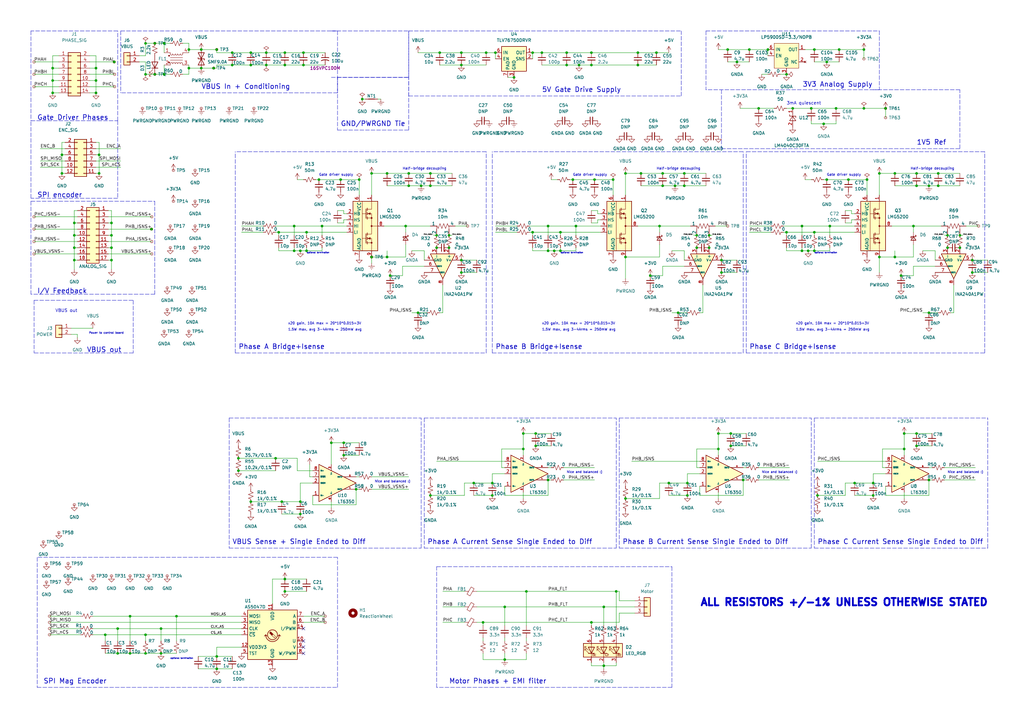
<source format=kicad_sch>
(kicad_sch (version 20211123) (generator eeschema)
  (paper "A3")
  (junction (at 381 196.85))
  (junction (at 87.63 27.94))
  (junction (at 72.39 252.73))
  (junction (at 123.19 102.87))
  (junction (at 294.64 184.15))
  (junction (at 40.64 342.9))
  (junction (at 294.64 177.8))
  (junction (at 167.64 71.12))
  (junction (at 59.69 17.78))
  (junction (at 30.48 91.44))
  (junction (at 48.26 257.81))
  (junction (at 334.01 95.25))
  (junction (at 201.93 203.2))
  (junction (at 40.64 63.5))
  (junction (at 224.79 102.87))
  (junction (at 227.33 102.87))
  (junction (at 218.44 21.59))
  (junction (at 102.87 26.67))
  (junction (at 39.37 27.94))
  (junction (at 198.12 255.27))
  (junction (at 135.89 363.22))
  (junction (at 381 76.2))
  (junction (at 243.84 73.66))
  (junction (at 130.81 73.66))
  (junction (at 176.53 71.12))
  (junction (at 135.89 181.61))
  (junction (at 176.53 76.2))
  (junction (at 354.33 44.45))
  (junction (at 124.46 26.67))
  (junction (at 328.93 92.71))
  (junction (at 120.65 102.87))
  (junction (at 219.71 177.8))
  (junction (at 256.54 105.41))
  (junction (at 299.72 182.88))
  (junction (at 48.26 267.97))
  (junction (at 222.25 21.59))
  (junction (at 148.59 40.64))
  (junction (at 347.98 73.66))
  (junction (at 180.34 21.59))
  (junction (at 224.79 196.85))
  (junction (at 384.81 76.2))
  (junction (at 176.53 203.2))
  (junction (at 232.41 26.67))
  (junction (at 189.23 111.76))
  (junction (at 167.64 76.2))
  (junction (at 88.9 20.32))
  (junction (at 271.78 71.12))
  (junction (at 97.79 193.04))
  (junction (at 295.91 111.76))
  (junction (at 375.92 182.88))
  (junction (at 158.75 71.12))
  (junction (at 63.5 30.48))
  (junction (at 30.48 101.6))
  (junction (at 358.14 203.2))
  (junction (at 393.7 101.6))
  (junction (at 252.73 242.57))
  (junction (at 59.69 267.97))
  (junction (at 398.78 106.68))
  (junction (at 299.72 177.8))
  (junction (at 140.97 186.69))
  (junction (at 229.87 102.87))
  (junction (at 398.78 111.76))
  (junction (at 388.62 101.6))
  (junction (at 261.62 26.67))
  (junction (at 271.78 76.2))
  (junction (at 360.68 71.12))
  (junction (at 123.19 205.74))
  (junction (at 184.15 101.6))
  (junction (at 251.46 73.66))
  (junction (at 237.49 26.67))
  (junction (at 256.54 204.47))
  (junction (at 358.14 198.12))
  (junction (at 109.22 21.59))
  (junction (at 375.92 76.2))
  (junction (at 210.82 31.75))
  (junction (at 332.74 44.45))
  (junction (at 342.9 44.45))
  (junction (at 281.94 198.12))
  (junction (at 62.1353 93.98))
  (junction (at 39.37 38.1))
  (junction (at 325.12 44.45))
  (junction (at 25.4 63.5))
  (junction (at 367.03 105.41))
  (junction (at 67.31 30.48))
  (junction (at 363.22 44.45))
  (junction (at 314.96 20.32))
  (junction (at 120.65 92.71))
  (junction (at 140.97 181.61))
  (junction (at 242.57 21.59))
  (junction (at 179.07 101.6))
  (junction (at 76.2 337.82))
  (junction (at 53.34 267.97))
  (junction (at 95.25 26.67))
  (junction (at 43.18 260.35))
  (junction (at 369.57 113.03))
  (junction (at 393.7 96.52))
  (junction (at 339.09 73.66))
  (junction (at 160.02 113.03))
  (junction (at 59.69 260.35))
  (junction (at 269.24 21.59))
  (junction (at 25.4 71.12))
  (junction (at 124.46 21.59))
  (junction (at 67.31 17.78))
  (junction (at 334.01 102.87))
  (junction (at 214.63 184.15))
  (junction (at 189.23 21.59))
  (junction (at 290.83 96.52))
  (junction (at 276.86 76.2))
  (junction (at 311.15 44.45))
  (junction (at 102.87 21.59))
  (junction (at 375.92 71.12))
  (junction (at 280.67 71.12))
  (junction (at 281.94 203.2))
  (junction (at 147.32 73.66))
  (junction (at 82.55 20.32))
  (junction (at 335.28 203.2))
  (junction (at 337.82 50.8))
  (junction (at 322.58 95.25))
  (junction (at 199.39 21.59))
  (junction (at 355.6 73.66))
  (junction (at 189.23 26.67))
  (junction (at 132.08 92.71))
  (junction (at 247.65 248.92))
  (junction (at 158.75 105.41))
  (junction (at 242.57 255.27))
  (junction (at 331.47 102.87))
  (junction (at 21.59 27.94))
  (junction (at 350.52 198.12))
  (junction (at 270.51 92.71))
  (junction (at 45.72 91.44))
  (junction (at 66.04 267.97))
  (junction (at 166.37 92.71))
  (junction (at 295.91 106.68))
  (junction (at 139.7 73.66))
  (junction (at 123.19 210.82))
  (junction (at 105.41 337.82))
  (junction (at 172.72 76.2))
  (junction (at 115.57 205.74))
  (junction (at 63.5 17.78))
  (junction (at 116.84 237.49))
  (junction (at 97.79 337.82))
  (junction (at 215.9 242.57))
  (junction (at 81.28 342.9))
  (junction (at 262.89 71.12))
  (junction (at 179.07 96.52))
  (junction (at 45.72 106.68))
  (junction (at 203.2 21.59))
  (junction (at 171.45 128.27))
  (junction (at 125.73 95.25))
  (junction (at 82.55 27.94))
  (junction (at 224.79 92.71))
  (junction (at 370.84 177.8))
  (junction (at 340.36 92.71))
  (junction (at 88.9 274.32))
  (junction (at 307.34 20.32))
  (junction (at 256.54 71.12))
  (junction (at 302.26 25.4))
  (junction (at 109.22 26.67))
  (junction (at 40.64 71.12))
  (junction (at 184.15 96.52))
  (junction (at 214.63 177.8))
  (junction (at 322.58 30.48))
  (junction (at 360.68 105.41))
  (junction (at 207.01 248.92))
  (junction (at 344.17 20.32))
  (junction (at 236.22 92.71))
  (junction (at 57.15 337.82))
  (junction (at 114.3 95.25))
  (junction (at 49.53 337.82))
  (junction (at 261.62 21.59))
  (junction (at 207.01 270.51))
  (junction (at 367.03 71.12))
  (junction (at 354.33 20.32))
  (junction (at 328.93 102.87))
  (junction (at 30.48 96.52))
  (junction (at 30.48 106.68))
  (junction (at 242.57 26.67))
  (junction (at 88.9 269.24))
  (junction (at 218.44 95.25))
  (junction (at 125.73 102.87))
  (junction (at 280.67 76.2))
  (junction (at 159.8917 347.98))
  (junction (at 278.13 128.27))
  (junction (at 234.95 73.66))
  (junction (at 146.05 200.66))
  (junction (at 77.47 20.32))
  (junction (at 229.87 95.25))
  (junction (at 290.83 101.6))
  (junction (at 285.75 101.6))
  (junction (at 375.92 177.8))
  (junction (at 274.32 198.12))
  (junction (at 194.31 198.12))
  (junction (at 381 128.27))
  (junction (at 304.8 196.85))
  (junction (at 247.65 273.05))
  (junction (at 388.62 96.52))
  (junction (at 285.75 96.52))
  (junction (at 21.59 33.02))
  (junction (at 66.04 257.81))
  (junction (at 59.69 30.48))
  (junction (at 95.25 21.59))
  (junction (at 384.81 71.12))
  (junction (at 45.72 96.52))
  (junction (at 77.47 27.94))
  (junction (at 201.93 198.12))
  (junction (at 102.87 205.74))
  (junction (at 39.37 33.02))
  (junction (at 339.09 25.4))
  (junction (at 232.41 21.59))
  (junction (at 21.59 38.1))
  (junction (at 116.84 21.59))
  (junction (at 116.84 242.57))
  (junction (at 374.65 92.71))
  (junction (at 266.7 113.03))
  (junction (at 189.23 106.68))
  (junction (at 86.36 337.82))
  (junction (at 113.03 187.96))
  (junction (at 116.84 26.67))
  (junction (at 298.45 20.32))
  (junction (at 219.71 182.88))
  (junction (at 97.79 187.96))
  (junction (at 334.01 20.32))
  (junction (at 45.72 101.6))
  (junction (at 40.64 337.82))
  (junction (at 152.4 71.12))
  (junction (at 370.84 184.15))
  (junction (at 53.34 252.73))
  (junction (at 46.8654 25.4))
  (junction (at 152.4 105.41))
  (no_connect (at 124.46 265.43))
  (no_connect (at 124.46 257.81))
  (no_connect (at 72.39 342.9))
  (no_connect (at 148.59 358.14))
  (no_connect (at 148.59 342.9))
  (no_connect (at 148.59 355.6))
  (no_connect (at 124.46 262.89))
  (no_connect (at 123.19 355.6))
  (no_connect (at 123.19 358.14))
  (no_connect (at 148.59 353.06))
  (no_connect (at 124.46 267.97))
  (wire (pts (xy 328.93 102.87) (xy 331.47 102.87)))
  (wire (pts (xy 190.5 198.12) (xy 194.31 198.12)))
  (wire (pts (xy 226.06 177.8) (xy 219.71 177.8)))
  (wire (pts (xy 135.89 205.74) (xy 135.89 208.28)))
  (wire (pts (xy 275.59 128.27) (xy 278.13 128.27)))
  (wire (pts (xy 26.67 63.5) (xy 25.4 63.5)))
  (wire (pts (xy 132.08 102.87) (xy 132.08 101.6)))
  (wire (pts (xy 102.87 26.67) (xy 109.22 26.67)))
  (wire (pts (xy 381 128.27) (xy 384.81 128.27)))
  (wire (pts (xy 367.03 105.41) (xy 360.68 105.41)))
  (wire (pts (xy 125.73 95.25) (xy 125.73 96.52)))
  (wire (pts (xy 25.4 63.5) (xy 25.4 58.42)))
  (wire (pts (xy 39.37 27.94) (xy 39.37 22.86)))
  (wire (pts (xy 167.64 76.2) (xy 172.72 76.2)))
  (wire (pts (xy 128.27 203.2) (xy 128.27 207.01)))
  (polyline (pts (xy 96.52 144.78) (xy 199.39 144.78)))
  (wire (pts (xy 195.58 248.92) (xy 207.01 248.92)))
  (wire (pts (xy 375.92 182.88) (xy 382.27 182.88)))
  (wire (pts (xy 48.26 257.81) (xy 48.26 262.89)))
  (wire (pts (xy 287.02 199.39) (xy 287.02 203.2)))
  (wire (pts (xy 295.91 106.68) (xy 302.26 106.68)))
  (wire (pts (xy 20.32 257.81) (xy 32.9597 257.81)))
  (wire (pts (xy 398.78 106.68) (xy 405.13 106.68)))
  (wire (pts (xy 127 190.5) (xy 127 195.58)))
  (wire (pts (xy 332.74 44.45) (xy 342.9 44.45)))
  (polyline (pts (xy 135.89 12.7) (xy 167.64 12.7)))
  (wire (pts (xy 62.23 93.98) (xy 62.1353 93.98)))
  (wire (pts (xy 132.08 92.71) (xy 142.24 92.71)))
  (polyline (pts (xy 403.86 62.23) (xy 306.07 62.23)))
  (wire (pts (xy 43.18 260.35) (xy 38.1 260.35)))
  (wire (pts (xy 242.57 91.44) (xy 245.11 91.44)))
  (wire (pts (xy 124.46 26.67) (xy 133.35 26.67)))
  (wire (pts (xy 165.1 109.22) (xy 173.99 109.22)))
  (wire (pts (xy 207.01 270.51) (xy 198.12 270.51)))
  (wire (pts (xy 113.03 345.44) (xy 123.19 345.44)))
  (wire (pts (xy 271.78 113.03) (xy 271.78 109.22)))
  (wire (pts (xy 44.45 106.68) (xy 45.72 106.68)))
  (wire (pts (xy 363.22 44.45) (xy 363.22 48.26)))
  (wire (pts (xy 381 191.77) (xy 382.27 191.77)))
  (wire (pts (xy 262.89 71.12) (xy 256.54 71.12)))
  (wire (pts (xy 342.9 49.53) (xy 342.9 50.8)))
  (wire (pts (xy 77.47 26.67) (xy 77.47 27.94)))
  (wire (pts (xy 129.54 73.66) (xy 130.81 73.66)))
  (wire (pts (xy 245.11 90.17) (xy 246.38 90.17)))
  (wire (pts (xy 378.46 102.87) (xy 383.54 102.87)))
  (wire (pts (xy 67.31 21.59) (xy 67.31 17.78)))
  (wire (pts (xy 314.96 20.32) (xy 314.96 22.86)))
  (wire (pts (xy 20.32 252.73) (xy 33.02 252.73)))
  (polyline (pts (xy 15.24 228.6) (xy 15.24 281.94)))
  (wire (pts (xy 189.23 111.76) (xy 195.58 111.76)))
  (wire (pts (xy 77.47 27.94) (xy 82.55 27.94)))
  (wire (pts (xy 30.48 86.36) (xy 31.75 86.36)))
  (wire (pts (xy 113.03 342.9) (xy 123.19 342.9)))
  (wire (pts (xy 139.7 73.66) (xy 147.32 73.66)))
  (wire (pts (xy 217.17 95.25) (xy 218.44 95.25)))
  (wire (pts (xy 274.32 203.2) (xy 281.94 203.2)))
  (wire (pts (xy 394.97 96.52) (xy 393.7 96.52)))
  (wire (pts (xy 370.84 201.93) (xy 370.84 204.47)))
  (wire (pts (xy 167.64 71.12) (xy 158.75 71.12)))
  (wire (pts (xy 123.19 102.87) (xy 125.73 102.87)))
  (wire (pts (xy 21.59 22.86) (xy 24.13 22.86)))
  (wire (pts (xy 218.44 101.6) (xy 218.44 102.87)))
  (wire (pts (xy 334.01 95.25) (xy 350.52 95.25)))
  (polyline (pts (xy 334.01 171.45) (xy 405.13 171.45)))
  (wire (pts (xy 30.48 106.68) (xy 30.48 101.6)))
  (wire (pts (xy 271.78 71.12) (xy 262.89 71.12)))
  (wire (pts (xy 252.73 273.05) (xy 252.73 271.78)))
  (wire (pts (xy 148.59 347.98) (xy 159.8917 347.98)))
  (wire (pts (xy 72.39 337.82) (xy 76.2 337.82)))
  (polyline (pts (xy 138.43 38.1) (xy 49.53 38.1)))
  (wire (pts (xy 120.65 92.71) (xy 120.65 96.52)))
  (wire (pts (xy 322.58 102.87) (xy 328.93 102.87)))
  (wire (pts (xy 113.03 187.96) (xy 121.92 187.96)))
  (wire (pts (xy 109.22 21.59) (xy 116.84 21.59)))
  (wire (pts (xy 361.95 184.15) (xy 370.84 184.15)))
  (wire (pts (xy 334.01 101.6) (xy 334.01 102.87)))
  (polyline (pts (xy 93.98 224.79) (xy 172.72 224.79)))
  (wire (pts (xy 40.64 71.12) (xy 39.37 71.12)))
  (wire (pts (xy 186.69 92.71) (xy 191.77 92.71)))
  (wire (pts (xy 39.37 22.86) (xy 36.83 22.86)))
  (wire (pts (xy 31.75 138.43) (xy 31.75 137.16)))
  (wire (pts (xy 340.36 102.87) (xy 340.36 101.6)))
  (wire (pts (xy 57.15 337.82) (xy 57.15 340.36)))
  (wire (pts (xy 99.06 265.43) (xy 88.9 265.43)))
  (wire (pts (xy 189.23 21.59) (xy 199.39 21.59)))
  (wire (pts (xy 274.32 21.59) (xy 269.24 21.59)))
  (wire (pts (xy 335.28 203.2) (xy 346.71 203.2)))
  (wire (pts (xy 13.97 25.4) (xy 24.13 25.4)))
  (wire (pts (xy 287.02 191.77) (xy 285.75 191.77)))
  (wire (pts (xy 97.79 337.82) (xy 105.41 337.82)))
  (wire (pts (xy 120.65 102.87) (xy 123.19 102.87)))
  (wire (pts (xy 363.22 191.77) (xy 361.95 191.77)))
  (wire (pts (xy 325.12 44.45) (xy 332.74 44.45)))
  (wire (pts (xy 63.5 30.48) (xy 67.31 30.48)))
  (polyline (pts (xy 295.91 60.96) (xy 393.7 60.96)))
  (polyline (pts (xy 275.59 281.94) (xy 179.07 281.94)))
  (wire (pts (xy 349.25 86.36) (xy 346.71 86.36)))
  (wire (pts (xy 124.46 26.67) (xy 116.84 26.67)))
  (wire (pts (xy 294.64 177.8) (xy 294.64 184.15)))
  (wire (pts (xy 45.72 106.68) (xy 45.72 101.6)))
  (wire (pts (xy 81.28 269.24) (xy 88.9 269.24)))
  (wire (pts (xy 147.32 181.61) (xy 140.97 181.61)))
  (wire (pts (xy 276.86 76.2) (xy 280.67 76.2)))
  (wire (pts (xy 57.15 25.4) (xy 59.69 25.4)))
  (wire (pts (xy 95.25 26.67) (xy 102.87 26.67)))
  (wire (pts (xy 280.67 76.2) (xy 289.56 76.2)))
  (wire (pts (xy 236.22 92.71) (xy 236.22 96.52)))
  (wire (pts (xy 88.9 274.32) (xy 95.25 274.32)))
  (wire (pts (xy 275.59 102.87) (xy 280.67 102.87)))
  (wire (pts (xy 339.09 73.66) (xy 347.98 73.66)))
  (wire (pts (xy 218.44 21.59) (xy 222.25 21.59)))
  (wire (pts (xy 375.92 71.12) (xy 367.03 71.12)))
  (wire (pts (xy 252.73 242.57) (xy 252.73 256.54)))
  (wire (pts (xy 293.37 92.71) (xy 298.45 92.71)))
  (wire (pts (xy 21.59 27.94) (xy 21.59 22.86)))
  (wire (pts (xy 247.65 256.54) (xy 247.65 248.92)))
  (wire (pts (xy 224.79 191.77) (xy 226.06 191.77)))
  (wire (pts (xy 77.47 20.32) (xy 82.55 20.32)))
  (polyline (pts (xy 63.5 82.55) (xy 63.5 120.65)))
  (wire (pts (xy 322.58 95.25) (xy 322.58 96.52)))
  (wire (pts (xy 270.51 100.33) (xy 270.51 105.41)))
  (wire (pts (xy 86.36 337.82) (xy 97.79 337.82)))
  (wire (pts (xy 363.22 194.31) (xy 358.14 194.31)))
  (wire (pts (xy 247.65 273.05) (xy 242.57 273.05)))
  (wire (pts (xy 242.57 273.05) (xy 242.57 271.78)))
  (wire (pts (xy 261.62 92.71) (xy 270.51 92.71)))
  (wire (pts (xy 194.31 203.2) (xy 201.93 203.2)))
  (wire (pts (xy 16.51 66.04) (xy 26.67 66.04)))
  (polyline (pts (xy 279.4 39.37) (xy 279.4 12.7)))
  (wire (pts (xy 396.24 92.71) (xy 401.32 92.71)))
  (polyline (pts (xy 403.86 144.78) (xy 403.86 62.23)))
  (wire (pts (xy 367.03 71.12) (xy 360.68 71.12)))
  (wire (pts (xy 358.14 194.31) (xy 358.14 198.12)))
  (wire (pts (xy 138.43 91.44) (xy 140.97 91.44)))
  (wire (pts (xy 205.74 184.15) (xy 214.63 184.15)))
  (wire (pts (xy 203.2 92.71) (xy 212.09 92.71)))
  (wire (pts (xy 207.01 270.51) (xy 215.9 270.51)))
  (wire (pts (xy 180.34 128.27) (xy 181.61 128.27)))
  (wire (pts (xy 113.03 347.98) (xy 123.19 347.98)))
  (wire (pts (xy 222.25 21.59) (xy 232.41 21.59)))
  (wire (pts (xy 25.4 58.42) (xy 26.67 58.42)))
  (wire (pts (xy 254 251.46) (xy 254 255.27)))
  (wire (pts (xy 198.12 270.51) (xy 198.12 267.97)))
  (wire (pts (xy 334.01 102.87) (xy 340.36 102.87)))
  (polyline (pts (xy 304.8 144.78) (xy 304.8 62.23)))
  (wire (pts (xy 215.9 242.57) (xy 252.73 242.57)))
  (wire (pts (xy 63.5 17.78) (xy 67.31 17.78)))
  (wire (pts (xy 125.73 95.25) (xy 142.24 95.25)))
  (wire (pts (xy 281.94 194.31) (xy 281.94 198.12)))
  (wire (pts (xy 219.71 182.88) (xy 226.06 182.88)))
  (wire (pts (xy 97.79 187.96) (xy 113.03 187.96)))
  (wire (pts (xy 45.72 110.49) (xy 45.72 106.68)))
  (wire (pts (xy 31.75 93.98) (xy 13.97 93.98)))
  (wire (pts (xy 40.64 58.42) (xy 39.37 58.42)))
  (wire (pts (xy 287.02 194.31) (xy 281.94 194.31)))
  (wire (pts (xy 159.8917 347.98) (xy 160.02 347.98)))
  (polyline (pts (xy 173.99 224.79) (xy 252.73 224.79)))
  (wire (pts (xy 331.47 102.87) (xy 334.01 102.87)))
  (wire (pts (xy 266.7 113.03) (xy 271.78 113.03)))
  (wire (pts (xy 152.4 105.41) (xy 152.4 107.95)))
  (polyline (pts (xy 360.68 12.7) (xy 360.68 36.83)))
  (wire (pts (xy 269.24 21.59) (xy 261.62 21.59)))
  (wire (pts (xy 62.23 104.14) (xy 44.45 104.14)))
  (wire (pts (xy 133.35 363.22) (xy 135.89 363.22)))
  (wire (pts (xy 224.79 101.6) (xy 224.79 102.87)))
  (wire (pts (xy 334.01 20.32) (xy 344.17 20.32)))
  (wire (pts (xy 234.95 73.66) (xy 243.84 73.66)))
  (wire (pts (xy 370.84 184.15) (xy 370.84 186.69)))
  (wire (pts (xy 261.62 26.67) (xy 269.24 26.67)))
  (wire (pts (xy 337.82 50.8) (xy 342.9 50.8)))
  (wire (pts (xy 25.4 63.5) (xy 25.4 71.12)))
  (wire (pts (xy 247.65 248.92) (xy 260.35 248.92)))
  (wire (pts (xy 53.34 267.97) (xy 59.69 267.97)))
  (polyline (pts (xy 306.07 144.78) (xy 403.86 144.78)))
  (wire (pts (xy 181.61 248.92) (xy 190.5 248.92)))
  (wire (pts (xy 229.87 95.25) (xy 246.38 95.25)))
  (wire (pts (xy 177.8 96.52) (xy 179.07 96.52)))
  (wire (pts (xy 280.67 71.12) (xy 271.78 71.12)))
  (wire (pts (xy 321.31 92.71) (xy 328.93 92.71)))
  (wire (pts (xy 13.97 35.56) (xy 24.13 35.56)))
  (wire (pts (xy 31.75 91.44) (xy 30.48 91.44)))
  (wire (pts (xy 224.79 92.71) (xy 236.22 92.71)))
  (wire (pts (xy 242.57 21.59) (xy 261.62 21.59)))
  (wire (pts (xy 125.73 102.87) (xy 132.08 102.87)))
  (wire (pts (xy 49.53 66.04) (xy 39.37 66.04)))
  (wire (pts (xy 62.1353 93.98) (xy 44.45 93.98)))
  (wire (pts (xy 214.63 177.8) (xy 214.63 184.15)))
  (wire (pts (xy 207.01 199.39) (xy 207.01 203.2)))
  (wire (pts (xy 116.84 237.49) (xy 125.73 237.49)))
  (wire (pts (xy 328.93 101.6) (xy 328.93 102.87)))
  (wire (pts (xy 363.22 203.2) (xy 381 203.2)))
  (wire (pts (xy 166.37 105.41) (xy 158.75 105.41)))
  (wire (pts (xy 349.25 91.44) (xy 349.25 90.17)))
  (wire (pts (xy 280.67 71.12) (xy 289.56 71.12)))
  (polyline (pts (xy 334.01 171.45) (xy 334.01 224.79)))
  (wire (pts (xy 226.06 73.66) (xy 228.6 73.66)))
  (wire (pts (xy 111.76 237.49) (xy 111.76 247.65)))
  (wire (pts (xy 38.1 252.73) (xy 53.34 252.73)))
  (polyline (pts (xy 334.01 224.79) (xy 405.13 224.79)))
  (wire (pts (xy 243.84 73.66) (xy 251.46 73.66)))
  (polyline (pts (xy 138.43 228.6) (xy 15.24 228.6)))
  (wire (pts (xy 140.97 87.63) (xy 140.97 86.36)))
  (wire (pts (xy 53.34 252.73) (xy 53.34 262.89)))
  (wire (pts (xy 46.8654 25.4) (xy 36.83 25.4)))
  (wire (pts (xy 158.75 105.41) (xy 152.4 105.41)))
  (wire (pts (xy 207.01 203.2) (xy 224.79 203.2)))
  (wire (pts (xy 346.71 203.2) (xy 346.71 198.12)))
  (wire (pts (xy 360.68 105.41) (xy 360.68 111.76)))
  (wire (pts (xy 59.69 25.4) (xy 59.69 30.48)))
  (wire (pts (xy 262.89 76.2) (xy 271.78 76.2)))
  (wire (pts (xy 214.63 201.93) (xy 214.63 204.47)))
  (wire (pts (xy 369.57 113.03) (xy 374.65 113.03)))
  (wire (pts (xy 59.69 30.48) (xy 63.5 30.48)))
  (wire (pts (xy 181.61 116.84) (xy 181.61 128.27)))
  (wire (pts (xy 38.0397 257.81) (xy 48.26 257.81)))
  (wire (pts (xy 48.26 257.81) (xy 66.04 257.81)))
  (polyline (pts (xy 254 171.45) (xy 254 224.79)))
  (wire (pts (xy 135.89 363.22) (xy 138.43 363.22)))
  (wire (pts (xy 389.89 128.27) (xy 391.16 128.27)))
  (wire (pts (xy 251.46 73.66) (xy 251.46 80.01)))
  (wire (pts (xy 344.17 20.32) (xy 354.33 20.32)))
  (wire (pts (xy 387.35 96.52) (xy 388.62 96.52)))
  (wire (pts (xy 48.26 267.97) (xy 53.34 267.97)))
  (wire (pts (xy 370.84 177.8) (xy 370.84 184.15)))
  (wire (pts (xy 292.1 96.52) (xy 290.83 96.52)))
  (wire (pts (xy 124.46 255.27) (xy 133.35 255.27)))
  (wire (pts (xy 87.63 27.94) (xy 88.9 27.94)))
  (polyline (pts (xy 138.43 31.75) (xy 167.64 31.75)))
  (wire (pts (xy 20.32 255.27) (xy 99.06 255.27)))
  (wire (pts (xy 335.28 189.23) (xy 363.22 189.23)))
  (wire (pts (xy 21.59 38.1) (xy 21.59 33.02)))
  (wire (pts (xy 116.84 242.57) (xy 125.73 242.57)))
  (wire (pts (xy 189.23 26.67) (xy 199.39 26.67)))
  (wire (pts (xy 176.53 76.2) (xy 185.42 76.2)))
  (polyline (pts (xy 48.26 81.28) (xy 12.7 81.28)))
  (wire (pts (xy 229.87 102.87) (xy 236.22 102.87)))
  (wire (pts (xy 121.92 187.96) (xy 121.92 193.04)))
  (wire (pts (xy 374.65 100.33) (xy 374.65 105.41)))
  (wire (pts (xy 381 76.2) (xy 384.81 76.2)))
  (wire (pts (xy 158.75 102.87) (xy 158.75 105.41)))
  (wire (pts (xy 284.48 96.52) (xy 285.75 96.52)))
  (polyline (pts (xy 12.7 82.55) (xy 12.7 120.65)))
  (wire (pts (xy 363.22 199.39) (xy 363.22 203.2)))
  (wire (pts (xy 102.87 21.59) (xy 109.22 21.59)))
  (wire (pts (xy 147.32 73.66) (xy 147.32 80.01)))
  (wire (pts (xy 203.2 95.25) (xy 212.09 95.25)))
  (wire (pts (xy 39.37 27.94) (xy 36.83 27.94)))
  (polyline (pts (xy 360.68 36.83) (xy 289.56 36.83)))
  (polyline (pts (xy 405.13 224.79) (xy 405.13 171.45)))
  (wire (pts (xy 72.39 252.73) (xy 99.06 252.73)))
  (wire (pts (xy 256.54 204.47) (xy 270.51 204.47)))
  (wire (pts (xy 39.37 38.1) (xy 36.83 38.1)))
  (wire (pts (xy 102.87 205.74) (xy 115.57 205.74)))
  (wire (pts (xy 347.98 73.66) (xy 355.6 73.66)))
  (wire (pts (xy 74.93 17.78) (xy 77.47 17.78)))
  (polyline (pts (xy 254 171.45) (xy 332.74 171.45)))
  (wire (pts (xy 43.18 260.35) (xy 43.18 262.89)))
  (wire (pts (xy 59.69 17.78) (xy 63.5 17.78)))
  (polyline (pts (xy 54.61 123.19) (xy 54.61 144.78)))
  (wire (pts (xy 199.39 21.59) (xy 203.2 21.59)))
  (wire (pts (xy 82.55 27.94) (xy 87.63 27.94)))
  (wire (pts (xy 31.75 104.14) (xy 13.97 104.14)))
  (wire (pts (xy 236.22 102.87) (xy 236.22 101.6)))
  (wire (pts (xy 109.22 26.67) (xy 116.84 26.67)))
  (wire (pts (xy 135.89 181.61) (xy 135.89 190.5)))
  (wire (pts (xy 374.65 92.71) (xy 374.65 95.25)))
  (wire (pts (xy 232.41 26.67) (xy 237.49 26.67)))
  (wire (pts (xy 181.61 242.57) (xy 190.5 242.57)))
  (wire (pts (xy 198.12 261.62) (xy 198.12 262.89)))
  (wire (pts (xy 285.75 191.77) (xy 285.75 184.15)))
  (polyline (pts (xy 138.43 12.7) (xy 138.43 38.1)))
  (wire (pts (xy 44.45 91.44) (xy 45.72 91.44)))
  (wire (pts (xy 311.15 191.77) (xy 323.85 191.77)))
  (wire (pts (xy 307.34 20.32) (xy 314.96 20.32)))
  (wire (pts (xy 198.12 255.27) (xy 242.57 255.27)))
  (wire (pts (xy 105.41 337.82) (xy 135.89 337.82)))
  (polyline (pts (xy 93.98 171.45) (xy 93.98 224.79)))
  (wire (pts (xy 185.42 96.52) (xy 184.15 96.52)))
  (wire (pts (xy 207.01 248.92) (xy 207.01 256.54)))
  (wire (pts (xy 332.74 50.8) (xy 332.74 49.53)))
  (wire (pts (xy 31.75 106.68) (xy 30.48 106.68)))
  (polyline (pts (xy 179.07 232.41) (xy 275.59 232.41)))
  (wire (pts (xy 124.46 21.59) (xy 116.84 21.59)))
  (wire (pts (xy 245.11 86.36) (xy 242.57 86.36)))
  (wire (pts (xy 45.72 96.52) (xy 45.72 91.44)))
  (wire (pts (xy 49.53 60.96) (xy 39.37 60.96)))
  (polyline (pts (xy 289.56 12.7) (xy 289.56 36.83)))
  (wire (pts (xy 88.9 269.24) (xy 95.25 269.24)))
  (wire (pts (xy 270.51 92.71) (xy 270.51 95.25)))
  (wire (pts (xy 337.82 73.66) (xy 339.09 73.66)))
  (wire (pts (xy 349.25 90.17) (xy 350.52 90.17)))
  (wire (pts (xy 157.48 92.71) (xy 166.37 92.71)))
  (wire (pts (xy 189.23 106.68) (xy 195.58 106.68)))
  (polyline (pts (xy 199.39 62.23) (xy 96.52 62.23)))
  (wire (pts (xy 381 196.85) (xy 382.27 196.85)))
  (wire (pts (xy 287.02 203.2) (xy 304.8 203.2)))
  (wire (pts (xy 247.65 273.05) (xy 252.73 273.05)))
  (wire (pts (xy 181.61 255.27) (xy 190.5 255.27)))
  (wire (pts (xy 40.64 63.5) (xy 39.37 63.5)))
  (wire (pts (xy 218.44 95.25) (xy 229.87 95.25)))
  (wire (pts (xy 307.34 92.71) (xy 316.23 92.71)))
  (wire (pts (xy 207.01 267.97) (xy 207.01 270.51)))
  (wire (pts (xy 350.52 203.2) (xy 358.14 203.2)))
  (polyline (pts (xy 54.61 144.78) (xy 13.97 144.78)))
  (wire (pts (xy 271.78 76.2) (xy 276.86 76.2)))
  (wire (pts (xy 31.75 96.52) (xy 30.48 96.52)))
  (wire (pts (xy 367.03 76.2) (xy 375.92 76.2)))
  (polyline (pts (xy 49.53 12.7) (xy 49.53 38.1)))
  (wire (pts (xy 330.2 20.32) (xy 334.01 20.32)))
  (wire (pts (xy 288.29 116.84) (xy 288.29 128.27)))
  (polyline (pts (xy 167.64 12.7) (xy 167.64 39.37)))
  (polyline (pts (xy 48.26 49.53) (xy 48.26 81.28)))
  (wire (pts (xy 224.79 92.71) (xy 224.79 96.52)))
  (wire (pts (xy 180.34 21.59) (xy 189.23 21.59)))
  (wire (pts (xy 88.9 26.67) (xy 95.25 26.67)))
  (wire (pts (xy 44.45 96.52) (xy 45.72 96.52)))
  (wire (pts (xy 123.19 198.12) (xy 123.19 205.74)))
  (wire (pts (xy 274.32 198.12) (xy 281.94 198.12)))
  (wire (pts (xy 49.53 68.58) (xy 39.37 68.58)))
  (wire (pts (xy 180.34 26.67) (xy 189.23 26.67)))
  (wire (pts (xy 322.58 44.45) (xy 325.12 44.45)))
  (wire (pts (xy 295.91 111.76) (xy 302.26 111.76)))
  (wire (pts (xy 387.35 191.77) (xy 400.05 191.77)))
  (wire (pts (xy 16.51 60.96) (xy 26.67 60.96)))
  (wire (pts (xy 340.36 92.71) (xy 340.36 96.52)))
  (polyline (pts (xy 138.43 53.34) (xy 167.64 53.34)))
  (wire (pts (xy 140.97 91.44) (xy 140.97 90.17)))
  (polyline (pts (xy 49.53 12.7) (xy 138.43 12.7)))
  (wire (pts (xy 114.3 101.6) (xy 114.3 102.87)))
  (wire (pts (xy 381 203.2) (xy 381 196.85)))
  (wire (pts (xy 224.79 102.87) (xy 227.33 102.87)))
  (wire (pts (xy 355.6 73.66) (xy 355.6 80.01)))
  (wire (pts (xy 25.4 71.12) (xy 26.67 71.12)))
  (wire (pts (xy 294.64 184.15) (xy 294.64 186.69)))
  (wire (pts (xy 45.72 86.36) (xy 44.45 86.36)))
  (wire (pts (xy 46.99 30.48) (xy 36.83 30.48)))
  (wire (pts (xy 77.47 21.59) (xy 77.47 20.32)))
  (wire (pts (xy 66.04 257.81) (xy 99.06 257.81)))
  (wire (pts (xy 203.2 21.59) (xy 203.2 24.13)))
  (wire (pts (xy 280.67 102.87) (xy 280.67 106.68)))
  (polyline (pts (xy 15.24 281.94) (xy 138.43 281.94)))
  (wire (pts (xy 378.46 128.27) (xy 381 128.27)))
  (polyline (pts (xy 172.72 224.79) (xy 172.72 171.45)))
  (wire (pts (xy 205.74 191.77) (xy 205.74 184.15)))
  (polyline (pts (xy 138.43 281.94) (xy 138.43 228.6)))
  (wire (pts (xy 114.3 95.25) (xy 114.3 96.52)))
  (wire (pts (xy 322.58 95.25) (xy 334.01 95.25)))
  (wire (pts (xy 205.74 191.77) (xy 207.01 191.77)))
  (polyline (pts (xy 63.5 120.65) (xy 12.7 120.65)))
  (wire (pts (xy 39.37 33.02) (xy 39.37 27.94)))
  (wire (pts (xy 36.83 337.82) (xy 40.64 337.82)))
  (wire (pts (xy 59.69 22.86) (xy 59.69 17.78)))
  (wire (pts (xy 374.65 109.22) (xy 383.54 109.22)))
  (wire (pts (xy 39.37 33.02) (xy 36.83 33.02)))
  (wire (pts (xy 246.38 87.63) (xy 245.11 87.63)))
  (wire (pts (xy 66.04 257.81) (xy 66.04 262.89)))
  (wire (pts (xy 322.58 101.6) (xy 322.58 102.87)))
  (wire (pts (xy 30.48 101.6) (xy 30.48 96.52)))
  (wire (pts (xy 256.54 71.12) (xy 256.54 80.01)))
  (wire (pts (xy 40.64 58.42) (xy 40.64 63.5)))
  (wire (pts (xy 67.31 17.78) (xy 69.85 17.78)))
  (polyline (pts (xy 93.98 171.45) (xy 172.72 171.45)))
  (wire (pts (xy 45.72 101.6) (xy 45.72 96.52)))
  (wire (pts (xy 194.31 198.12) (xy 201.93 198.12)))
  (polyline (pts (xy 167.64 31.75) (xy 167.64 12.7)))
  (polyline (pts (xy 173.99 171.45) (xy 252.73 171.45)))
  (wire (pts (xy 278.13 128.27) (xy 281.94 128.27)))
  (wire (pts (xy 350.52 87.63) (xy 349.25 87.63)))
  (wire (pts (xy 46.99 35.56) (xy 36.83 35.56)))
  (wire (pts (xy 207.01 194.31) (xy 201.93 194.31)))
  (wire (pts (xy 337.82 50.8) (xy 332.74 50.8)))
  (wire (pts (xy 346.71 91.44) (xy 349.25 91.44)))
  (polyline (pts (xy 393.7 60.96) (xy 393.7 36.83)))
  (polyline (pts (xy 201.93 144.78) (xy 201.93 62.23)))
  (wire (pts (xy 294.64 20.32) (xy 298.45 20.32)))
  (wire (pts (xy 69.85 30.48) (xy 67.31 30.48)))
  (wire (pts (xy 321.31 95.25) (xy 322.58 95.25)))
  (wire (pts (xy 247.65 271.78) (xy 247.65 273.05)))
  (polyline (pts (xy 12.7 81.28) (xy 12.7 49.53)))
  (wire (pts (xy 176.53 71.12) (xy 185.42 71.12)))
  (wire (pts (xy 242.57 255.27) (xy 242.57 256.54)))
  (wire (pts (xy 21.59 33.02) (xy 24.13 33.02)))
  (wire (pts (xy 114.3 102.87) (xy 120.65 102.87)))
  (wire (pts (xy 349.25 87.63) (xy 349.25 86.36)))
  (wire (pts (xy 31.75 99.06) (xy 13.97 99.06)))
  (polyline (pts (xy 12.7 82.55) (xy 63.5 82.55)))
  (wire (pts (xy 247.65 273.05) (xy 247.65 274.32)))
  (wire (pts (xy 31.75 101.6) (xy 30.48 101.6)))
  (wire (pts (xy 354.33 44.45) (xy 363.22 44.45)))
  (wire (pts (xy 72.39 252.73) (xy 72.39 262.89)))
  (polyline (pts (xy 12.7 49.53) (xy 48.26 49.53)))
  (wire (pts (xy 391.16 116.84) (xy 391.16 128.27)))
  (wire (pts (xy 218.44 102.87) (xy 224.79 102.87)))
  (wire (pts (xy 384.81 76.2) (xy 393.7 76.2)))
  (polyline (pts (xy 199.39 144.78) (xy 199.39 62.23)))
  (wire (pts (xy 146.05 207.01) (xy 146.05 200.66)))
  (wire (pts (xy 148.59 40.64) (xy 149.86 40.64)))
  (wire (pts (xy 59.69 267.97) (xy 66.04 267.97)))
  (polyline (pts (xy 138.43 31.75) (xy 138.43 53.34)))
  (wire (pts (xy 114.3 95.25) (xy 125.73 95.25)))
  (polyline (pts (xy 201.93 144.78) (xy 304.8 144.78)))
  (wire (pts (xy 311.15 196.85) (xy 323.85 196.85)))
  (wire (pts (xy 154.94 40.64) (xy 156.21 40.64)))
  (wire (pts (xy 45.72 91.44) (xy 45.72 86.36)))
  (wire (pts (xy 361.95 191.77) (xy 361.95 184.15)))
  (wire (pts (xy 40.64 337.82) (xy 49.53 337.82)))
  (wire (pts (xy 320.04 30.48) (xy 322.58 30.48)))
  (wire (pts (xy 113.03 350.52) (xy 123.19 350.52)))
  (wire (pts (xy 254 251.46) (xy 260.35 251.46)))
  (polyline (pts (xy 48.26 12.7) (xy 12.7 12.7)))
  (polyline (pts (xy 306.07 144.78) (xy 306.07 62.23)))
  (wire (pts (xy 140.97 181.61) (xy 135.89 181.61)))
  (wire (pts (xy 303.53 44.45) (xy 311.15 44.45)))
  (wire (pts (xy 299.72 182.88) (xy 306.07 182.88)))
  (wire (pts (xy 232.41 21.59) (xy 242.57 21.59)))
  (wire (pts (xy 99.06 92.71) (xy 107.95 92.71)))
  (wire (pts (xy 195.58 242.57) (xy 215.9 242.57)))
  (wire (pts (xy 270.51 198.12) (xy 274.32 198.12)))
  (wire (pts (xy 215.9 242.57) (xy 215.9 256.54)))
  (wire (pts (xy 259.08 189.23) (xy 287.02 189.23)))
  (wire (pts (xy 201.93 194.31) (xy 201.93 198.12)))
  (wire (pts (xy 88.9 265.43) (xy 88.9 269.24)))
  (wire (pts (xy 59.69 260.35) (xy 59.69 262.89)))
  (wire (pts (xy 304.8 203.2) (xy 304.8 196.85)))
  (wire (pts (xy 298.45 25.4) (xy 302.26 25.4)))
  (wire (pts (xy 219.71 177.8) (xy 214.63 177.8)))
  (polyline (pts (xy 179.07 281.94) (xy 179.07 232.41)))
  (wire (pts (xy 62.23 99.06) (xy 44.45 99.06)))
  (wire (pts (xy 254 242.57) (xy 252.73 242.57)))
  (wire (pts (xy 298.45 20.32) (xy 307.34 20.32)))
  (wire (pts (xy 95.25 21.59) (xy 102.87 21.59)))
  (polyline (pts (xy 252.73 224.79) (xy 252.73 171.45)))
  (wire (pts (xy 88.9 27.94) (xy 88.9 26.67)))
  (polyline (pts (xy 135.89 31.75) (xy 167.64 31.75)))
  (polyline (pts (xy 304.8 62.23) (xy 201.93 62.23)))
  (wire (pts (xy 374.65 113.03) (xy 374.65 109.22)))
  (wire (pts (xy 40.64 63.5) (xy 40.64 71.12)))
  (wire (pts (xy 245.11 91.44) (xy 245.11 90.17)))
  (wire (pts (xy 148.59 345.44) (xy 160.02 345.44)))
  (wire (pts (xy 198.12 255.27) (xy 198.12 256.54)))
  (wire (pts (xy 302.26 25.4) (xy 307.34 25.4)))
  (wire (pts (xy 120.65 101.6) (xy 120.65 102.87)))
  (wire (pts (xy 152.4 195.58) (xy 167.64 195.58)))
  (polyline (pts (xy 167.64 39.37) (xy 279.4 39.37)))
  (wire (pts (xy 168.91 128.27) (xy 171.45 128.27)))
  (wire (pts (xy 237.49 26.67) (xy 242.57 26.67)))
  (wire (pts (xy 271.78 109.22) (xy 280.67 109.22)))
  (wire (pts (xy 375.92 76.2) (xy 381 76.2)))
  (wire (pts (xy 158.75 71.12) (xy 152.4 71.12)))
  (wire (pts (xy 152.4 200.66) (xy 167.64 200.66)))
  (wire (pts (xy 350.52 198.12) (xy 358.14 198.12)))
  (wire (pts (xy 311.15 44.45) (xy 317.5 44.45)))
  (wire (pts (xy 21.59 33.02) (xy 21.59 27.94)))
  (wire (pts (xy 81.28 342.9) (xy 86.36 342.9)))
  (polyline (pts (xy 96.52 144.78) (xy 96.52 62.23)))
  (wire (pts (xy 270.51 204.47) (xy 270.51 198.12)))
  (wire (pts (xy 66.04 267.97) (xy 72.39 267.97)))
  (wire (pts (xy 113.03 95.25) (xy 114.3 95.25)))
  (wire (pts (xy 330.2 73.66) (xy 332.74 73.66)))
  (wire (pts (xy 13.97 30.48) (xy 24.13 30.48)))
  (wire (pts (xy 304.8 191.77) (xy 306.07 191.77)))
  (wire (pts (xy 21.59 38.1) (xy 24.13 38.1)))
  (wire (pts (xy 99.06 260.35) (xy 59.69 260.35)))
  (wire (pts (xy 218.44 21.59) (xy 218.44 24.13)))
  (polyline (pts (xy 167.64 12.7) (xy 279.4 12.7)))
  (wire (pts (xy 16.51 68.58) (xy 26.67 68.58)))
  (wire (pts (xy 97.79 193.04) (xy 113.03 193.04)))
  (wire (pts (xy 74.93 30.48) (xy 77.47 30.48)))
  (wire (pts (xy 340.36 92.71) (xy 350.52 92.71)))
  (wire (pts (xy 339.09 25.4) (xy 344.17 25.4)))
  (wire (pts (xy 207.01 248.92) (xy 247.65 248.92)))
  (wire (pts (xy 171.45 21.59) (xy 180.34 21.59)))
  (wire (pts (xy 31.75 88.9) (xy 13.97 88.9)))
  (wire (pts (xy 236.22 92.71) (xy 246.38 92.71)))
  (wire (pts (xy 307.34 95.25) (xy 316.23 95.25)))
  (wire (pts (xy 168.91 102.87) (xy 173.99 102.87)))
  (wire (pts (xy 304.8 196.85) (xy 306.07 196.85)))
  (wire (pts (xy 217.17 92.71) (xy 224.79 92.71)))
  (wire (pts (xy 328.93 92.71) (xy 328.93 96.52)))
  (polyline (pts (xy 13.97 123.19) (xy 13.97 144.78)))
  (wire (pts (xy 214.63 184.15) (xy 214.63 186.69)))
  (wire (pts (xy 334.01 25.4) (xy 339.09 25.4)))
  (wire (pts (xy 116.84 237.49) (xy 111.76 237.49)))
  (wire (pts (xy 165.1 113.03) (xy 165.1 109.22)))
  (wire (pts (xy 46.99 25.4) (xy 46.8654 25.4)))
  (polyline (pts (xy 393.7 36.83) (xy 358.14 36.83)))
  (wire (pts (xy 76.2 337.82) (xy 86.36 337.82)))
  (wire (pts (xy 128.27 198.12) (xy 123.19 198.12)))
  (wire (pts (xy 224.79 203.2) (xy 224.79 196.85)))
  (wire (pts (xy 254 246.38) (xy 260.35 246.38)))
  (wire (pts (xy 254 242.57) (xy 254 246.38)))
  (wire (pts (xy 227.33 102.87) (xy 229.87 102.87)))
  (wire (pts (xy 77.47 30.48) (xy 77.47 27.94)))
  (wire (pts (xy 158.75 76.2) (xy 167.64 76.2)))
  (wire (pts (xy 229.87 95.25) (xy 229.87 96.52)))
  (wire (pts (xy 67.31 30.48) (xy 67.31 26.67)))
  (wire (pts (xy 398.78 111.76) (xy 405.13 111.76)))
  (wire (pts (xy 384.81 71.12) (xy 375.92 71.12)))
  (wire (pts (xy 113.03 92.71) (xy 120.65 92.71)))
  (wire (pts (xy 242.57 26.67) (xy 261.62 26.67)))
  (wire (pts (xy 140.97 86.36) (xy 138.43 86.36)))
  (wire (pts (xy 374.65 92.71) (xy 386.08 92.71)))
  (wire (pts (xy 43.18 267.97) (xy 48.26 267.97)))
  (wire (pts (xy 76.2 342.9) (xy 81.28 342.9)))
  (wire (pts (xy 120.65 92.71) (xy 132.08 92.71)))
  (wire (pts (xy 160.02 113.03) (xy 165.1 113.03)))
  (wire (pts (xy 121.92 193.04) (xy 128.27 193.04)))
  (wire (pts (xy 57.15 22.86) (xy 59.69 22.86)))
  (wire (pts (xy 334.01 95.25) (xy 334.01 96.52)))
  (wire (pts (xy 299.72 177.8) (xy 294.64 177.8)))
  (wire (pts (xy 346.71 198.12) (xy 350.52 198.12)))
  (wire (pts (xy 115.57 210.82) (xy 123.19 210.82)))
  (polyline (pts (xy 254 224.79) (xy 332.74 224.79)))
  (wire (pts (xy 142.24 87.63) (xy 140.97 87.63)))
  (wire (pts (xy 229.87 101.6) (xy 229.87 102.87)))
  (wire (pts (xy 33.02 260.35) (xy 20.32 260.35)))
  (wire (pts (xy 121.92 73.66) (xy 124.46 73.66)))
  (wire (pts (xy 354.33 20.32) (xy 354.33 24.13)))
  (wire (pts (xy 82.55 20.32) (xy 88.9 20.32)))
  (wire (pts (xy 77.47 17.78) (xy 77.47 20.32)))
  (wire (pts (xy 176.53 203.2) (xy 190.5 203.2)))
  (wire (pts (xy 99.06 95.25) (xy 107.95 95.25)))
  (wire (pts (xy 49.53 337.82) (xy 57.15 337.82)))
  (wire (pts (xy 294.64 201.93) (xy 294.64 204.47)))
  (polyline (pts (xy 13.97 123.19) (xy 54.61 123.19)))
  (wire (pts (xy 30.48 110.49) (xy 30.48 106.68)))
  (polyline (pts (xy 295.91 36.83) (xy 295.91 60.96)))
  (wire (pts (xy 125.73 101.6) (xy 125.73 102.87)))
  (wire (pts (xy 172.72 76.2) (xy 176.53 76.2)))
  (polyline (pts (xy 12.7 12.7) (xy 12.7 49.53)))
  (wire (pts (xy 190.5 203.2) (xy 190.5 198.12)))
  (wire (pts (xy 231.14 191.77) (xy 243.84 191.77)))
  (wire (pts (xy 53.34 252.73) (xy 72.39 252.73)))
  (wire (pts (xy 207.01 261.62) (xy 207.01 262.89)))
  (wire (pts (xy 59.69 260.35) (xy 43.18 260.35)))
  (wire (pts (xy 152.4 71.12) (xy 152.4 80.01)))
  (wire (pts (xy 30.48 96.52) (xy 30.48 91.44)))
  (wire (pts (xy 88.9 21.59) (xy 88.9 20.32)))
  (wire (pts (xy 124.46 252.73) (xy 133.35 252.73)))
  (wire (pts (xy 21.59 27.94) (xy 24.13 27.94)))
  (wire (pts (xy 342.9 44.45) (xy 354.33 44.45)))
  (wire (pts (xy 62.23 88.9) (xy 44.45 88.9)))
  (wire (pts (xy 245.11 87.63) (xy 245.11 86.36)))
  (wire (pts (xy 256.54 105.41) (xy 256.54 114.3)))
  (wire (pts (xy 382.27 177.8) (xy 375.92 177.8)))
  (wire (pts (xy 140.97 186.69) (xy 147.32 186.69)))
  (wire (pts (xy 384.81 71.12) (xy 393.7 71.12)))
  (polyline (pts (xy 48.26 49.53) (xy 48.26 12.7)))
  (wire (pts (xy 173.99 102.87) (xy 173.99 106.68)))
  (wire (pts (xy 375.92 177.8) (xy 370.84 177.8)))
  (wire (pts (xy 179.07 189.23) (xy 207.01 189.23)))
  (polyline (pts (xy 173.99 171.45) (xy 173.99 224.79)))
  (wire (pts (xy 256.54 105.41) (xy 270.51 105.41)))
  (polyline (pts (xy 275.59 232.41) (xy 275.59 281.94)))
  (wire (pts (xy 360.68 71.12) (xy 360.68 80.01)))
  (wire (pts (xy 140.97 90.17) (xy 142.24 90.17)))
  (wire (pts (xy 208.28 31.75) (xy 210.82 31.75)))
  (wire (pts (xy 30.48 91.44) (xy 30.48 86.36)))
  (wire (pts (xy 39.37 38.1) (xy 39.37 33.02)))
  (wire (pts (xy 127 195.58) (xy 128.27 195.58)))
  (wire (pts (xy 215.9 270.51) (xy 215.9 267.97)))
  (wire (pts (xy 40.64 342.9) (xy 49.53 342.9)))
  (wire (pts (xy 166.37 92.71) (xy 166.37 95.25)))
  (polyline (pts (xy 167.64 53.34) (xy 167.64 31.75)))
  (wire (pts (xy 383.54 102.87) (xy 383.54 106.68)))
  (wire (pts (xy 146.05 200.66) (xy 147.32 200.66)))
  (wire (pts (xy 367.03 102.87) (xy 367.03 105.41)))
  (wire (pts (xy 146.05 195.58) (xy 147.32 195.58)))
  (wire (pts (xy 130.81 73.66) (xy 139.7 73.66)))
  (wire (pts (xy 306.07 177.8) (xy 299.72 177.8)))
  (wire (pts (xy 270.51 92.71) (xy 283.21 92.71)))
  (wire (pts (xy 387.35 196.85) (xy 400.05 196.85)))
  (wire (pts (xy 231.14 196.85) (xy 243.84 196.85)))
  (wire (pts (xy 233.68 73.66) (xy 234.95 73.66)))
  (wire (pts (xy 29.21 134.62) (xy 38.1 134.62)))
  (wire (pts (xy 195.58 255.27) (xy 198.12 255.27)))
  (wire (pts (xy 88.9 21.59) (xy 95.25 21.59)))
  (wire (pts (xy 115.57 205.74) (xy 123.19 205.74)))
  (wire (pts (xy 328.93 92.71) (xy 340.36 92.71)))
  (wire (pts (xy 44.45 101.6) (xy 45.72 101.6)))
  (polyline (pts (xy 289.56 12.7) (xy 360.68 12.7)))
  (wire (pts (xy 254 255.27) (xy 242.57 255.27)))
  (wire (pts (xy 218.44 95.25) (xy 218.44 96.52)))
  (wire (pts (xy 176.53 71.12) (xy 167.64 71.12)))
  (wire (pts (xy 166.37 92.71) (xy 176.53 92.71)))
  (wire (pts (xy 285.75 184.15) (xy 294.64 184.15)))
  (wire (pts (xy 132.08 92.71) (xy 132.08 96.52)))
  (wire (pts (xy 31.75 137.16) (xy 29.21 137.16)))
  (wire (pts (xy 312.42 30.48) (xy 314.96 30.48)))
  (wire (pts (xy 171.45 128.27) (xy 175.26 128.27)))
  (polyline (pts (xy 332.74 224.79) (xy 332.74 171.45)))
  (wire (pts (xy 215.9 261.62) (xy 215.9 262.89)))
  (wire (pts (xy 222.25 26.67) (xy 232.41 26.67)))
  (wire (pts (xy 374.65 105.41) (xy 367.03 105.41)))
  (wire (pts (xy 224.79 196.85) (xy 226.06 196.85)))
  (wire (pts (xy 287.02 128.27) (xy 288.29 128.27)))
  (wire (pts (xy 124.46 21.59) (xy 133.35 21.59)))
  (wire (pts (xy 365.76 92.71) (xy 374.65 92.71)))
  (wire (pts (xy 166.37 100.33) (xy 166.37 105.41)))
  (wire (pts (xy 81.28 274.32) (xy 88.9 274.32)))
  (wire (pts (xy 128.27 207.01) (xy 146.05 207.01)))
  (text "Phase A Bridge+Isense" (at 97.79 143.51 0) (effects (font (size 2 2) (thickness 0.254) bold) (justify left bottom)))
  (text "Nice and balanced :) " (at 388.62 194.31 0) (effects (font (size 0.9 0.9)) (justify left bottom)))
  (text "optional termination" (at 334.01 104.14 0) (effects (font (size 0.6 0.6)) (justify left bottom)))
  (text "Half-bridge decoupling" (at 269.24 69.85 0) (effects (font (size 1 1)) (justify left bottom)))
  (text "3mA quiescent" (at 322.58 43.18 0) (effects (font (size 1.27 1.27)) (justify left bottom)))
  (text "Power to control board" (at 50.8 137.16 180) (effects (font (size 0.8 0.8)) (justify right bottom)))
  (text "x20 gain, 10A max = 20*10*0.015=3V" (at 118.11 133.35 0) (effects (font (size 1 1)) (justify left bottom)))
  (text "Nice and balanced :) " (at 312.42 194.31 0) (effects (font (size 0.9 0.9)) (justify left bottom)))
  (text "Nice and balanced :) " (at 232.41 194.31 0) (effects (font (size 0.9 0.9)) (justify left bottom)))
  (text "x20 gain, 10A max = 20*10*0.015=3V" (at 326.39 133.35 0) (effects (font (size 1 1)) (justify left bottom)))
  (text "VBUS out" (at 35.56 144.78 0) (effects (font (size 2 2) (thickness 0.254) bold) (justify left bottom)))
  (text "SPI Mag Encoder" (at 17.78 280.67 0) (effects (font (size 2 2) (thickness 0.254) bold) (justify left bottom)))
  (text "Gate Driver Phases" (at 15.24 49.53 0) (effects (font (size 2 2) (thickness 0.254) bold) (justify left bottom)))
  (text "I/V Feedback" (at 15.24 120.65 0) (effects (font (size 2 2) (thickness 0.254) bold) (justify left bottom)))
  (text "3V3 Analog Supply" (at 329.1197 35.929 0) (effects (font (size 2 2) (thickness 0.254) bold) (justify left bottom)))
  (text "1.5W max, avg 3-4Arms = 250mW avg" (at 222.25 135.89 0) (effects (font (size 1 1)) (justify left bottom)))
  (text "SPI encoder" (at 15.24 81.28 0) (effects (font (size 2 2) (thickness 0.254) bold) (justify left bottom)))
  (text "Nice and balanced :) " (at 153.67 198.12 0) (effects (font (size 0.9 0.9)) (justify left bottom)))
  (text "Half-bridge decoupling" (at 165.1 69.85 0) (effects (font (size 1 1)) (justify left bottom)))
  (text "GND/PWRGND Tie" (at 139.7 52.07 0) (effects (font (size 2 2) (thickness 0.254) bold) (justify left bottom)))
  (text "ALL RESISTORS +/-1% UNLESS OTHERWISE STATED" (at 287.02 248.92 0) (effects (font (size 3 3) (thickness 0.8) bold) (justify left bottom)))
  (text "1V5 Ref" (at 375.92 59.69 0) (effects (font (size 2 2) (thickness 0.254) bold) (justify left bottom)))
  (text "Phase C Current Sense Single Ended to Diff \n" (at 335.28 223.52 0) (effects (font (size 2 2) (thickness 0.254) bold) (justify left bottom)))
  (text "Motor Phases + EMI filter" (at 184.15 280.67 0) (effects (font (size 2 2) (thickness 0.254) bold) (justify left bottom)))
  (text "optional termination" (at 69.85 270.51 0) (effects (font (size 0.6 0.6)) (justify left bottom)))
  (text "Gate driver supply" (at 234.95 72.39 0) (effects (font (size 1 1)) (justify left bottom)))
  (text "VBUS In + Conditioning" (at 82.55 36.83 0) (effects (font (size 2 2) (thickness 0.254) bold) (justify left bottom)))
  (text "Gate driver supply" (at 339.09 72.39 0) (effects (font (size 1 1)) (justify left bottom)))
  (text "Phase A Current Sense Single Ended to Diff \n" (at 175.26 223.52 0) (effects (font (size 2 2) (thickness 0.254) bold) (justify left bottom)))
  (text "Gate driver supply" (at 130.81 72.39 0) (effects (font (size 1 1)) (justify left bottom)))
  (text "5V Gate Drive Supply" (at 222.25 38.1 0) (effects (font (size 2 2) (thickness 0.254) bold) (justify left bottom)))
  (text "x20 gain, 10A max = 20*10*0.015=3V" (at 222.25 133.35 0) (effects (font (size 1 1)) (justify left bottom)))
  (text "Phase B Bridge+Isense" (at 203.2 143.51 0) (effects (font (size 2 2) (thickness 0.254) bold) (justify left bottom)))
  (text "optional termination" (at 229.87 104.14 0) (effects (font (size 0.6 0.6)) (justify left bottom)))
  (text "1.5W max, avg 3-4Arms = 250mW avg" (at 326.39 135.89 0) (effects (font (size 1 1)) (justify left bottom)))
  (text "optional termination" (at 125.73 104.14 0) (effects (font (size 0.6 0.6)) (justify left bottom)))
  (text "Phase C Bridge+Isense" (at 307.34 143.51 0) (effects (font (size 2 2) (thickness 0.254) bold) (justify left bottom)))
  (text "Half-bridge decoupling" (at 373.38 69.85 0) (effects (font (size 1 1)) (justify left bottom)))
  (text "VBUS out" (at 31.75 128.27 180) (effects (font (size 1.27 1.27)) (justify right bottom)))
  (text "Phase B Current Sense Single Ended to Diff \n" (at 255.27 223.52 0) (effects (font (size 2 2) (thickness 0.254) bold) (justify left bottom)))
  (text "VBUS Sense + Single Ended to Diff" (at 95.25 223.52 0) (effects (font (size 2 2) (thickness 0.254) bold) (justify left bottom)))
  (text "1.5W max, avg 3-4Arms = 250mW avg" (at 118.11 135.89 0) (effects (font (size 1 1)) (justify left bottom)))
  (label "PHB_ISNS" (at 259.08 189.23 0))
  (label "PHCL" (at 46.99 35.56 180))
  (label "PHC_ISNS" (at 335.28 189.23 0))
  (label "PHB_ISNS+" (at 62.23 93.98 180))
  (label "PHB_SNS+" (at 292.1 96.52 0) (effects (font (size 0.5 0.5))))
  (label "PHBH" (at 13.97 30.48 0))
  (label "ENC_B" (at 16.51 60.96 0))
  (label "PHB_ISNS" (at 275.59 128.27 180))
  (label "PHC_SNS+" (at 394.97 96.52 0) (effects (font (size 0.5 0.5))))
  (label "PHA_ISNS" (at 168.91 128.27 180))
  (label "MOSI_AS" (at 113.03 342.9 0) (effects (font (size 1 1))))
  (label "PHB" (at 181.61 248.92 0))
  (label "PHA" (at 181.61 242.57 0))
  (label "PHAL" (at 46.99 25.4 180))
  (label "PHA_FLT" (at 224.79 242.57 0))
  (label "SPI_MOSI" (at 49.53 66.04 180))
  (label "MGL" (at 160.02 347.98 180))
  (label "PHB_ISNS-" (at 13.97 93.98 0))
  (label "PHBL" (at 203.2 95.25 0))
  (label "PHC_ISNS-" (at 13.97 88.9 0))
  (label "PHA_ISNS+" (at 62.23 99.06 180))
  (label "PHCL" (at 307.34 95.25 0))
  (label "PHA_SNS+" (at 185.42 96.52 0) (effects (font (size 0.5 0.5))))
  (label "SPI_SCK" (at 20.32 257.81 0))
  (label "PHA_ISNS-" (at 243.84 191.77 180))
  (label "ENC_A" (at 49.53 60.96 180))
  (label "PHC_SNS-" (at 387.35 96.52 180) (effects (font (size 0.5 0.5))))
  (label "PHA_ISNS-" (at 13.97 99.06 0))
  (label "VBUS_VSNS+" (at 62.23 104.14 180))
  (label "VBUS_VSNS-" (at 167.64 195.58 180))
  (label "CLK_AS" (at 113.03 347.98 0) (effects (font (size 1 1))))
  (label "CS_AS" (at 113.03 350.52 0) (effects (font (size 1 1))))
  (label "PHC_ISNS-" (at 400.05 191.77 180))
  (label "PHC_ISNS" (at 378.46 128.27 180))
  (label "PHB_ISNS-" (at 323.85 191.77 180))
  (label "PHA_ISNS+" (at 243.84 196.85 180))
  (label "ENC_A" (at 133.35 252.73 180))
  (label "PHB_FLT" (at 224.79 248.92 0))
  (label "PHB_ISNS+" (at 323.85 196.85 180))
  (label "PHC" (at 401.32 92.71 180))
  (label "CS_AS" (at 86.36 260.35 0) (effects (font (size 1 1))))
  (label "SPI_nCS" (at 20.32 260.35 0))
  (label "PHB" (at 298.45 92.71 180))
  (label "MOSI_AS" (at 86.36 252.73 0) (effects (font (size 1 1))))
  (label "PHAH" (at 13.97 25.4 0))
  (label "PHC_ISNS+" (at 400.05 196.85 180))
  (label "PHC_FLT" (at 224.79 255.27 0))
  (label "SPI_MISO" (at 20.32 255.27 0))
  (label "PHA_SNS-" (at 177.8 96.52 180) (effects (font (size 0.5 0.5))))
  (label "CLK_AS" (at 86.36 257.81 0) (effects (font (size 1 1))))
  (label "PHBH" (at 203.2 92.71 0))
  (label "PHB_SNS-" (at 284.48 96.52 180) (effects (font (size 0.5 0.5))))
  (label "VBUS_VSNS+" (at 167.64 200.66 180))
  (label "SPI_nCS" (at 49.53 68.58 180))
  (label "SPI_MISO" (at 113.03 345.44 0))
  (label "SPI_MOSI" (at 20.32 252.73 0))
  (label "PHC" (at 181.61 255.27 0))
  (label "VBUS_VSNS-" (at 13.97 104.14 0))
  (label "PHAL" (at 99.06 95.25 0))
  (label "PHC_ISNS+" (at 62.23 88.9 180))
  (label "PHCH" (at 307.34 92.71 0))
  (label "PHCH" (at 13.97 35.56 0))
  (label "PHAH" (at 99.06 92.71 0))
  (label "MGH" (at 160.02 345.44 180))
  (label "ENC_B" (at 133.35 255.27 180))
  (label "SPI_SCK" (at 16.51 68.58 0))
  (label "PHA_ISNS" (at 179.07 189.23 0))
  (label "SPI_MISO" (at 16.51 66.04 0))
  (label "PHBL" (at 46.99 30.48 180))
  (label "PHA" (at 191.77 92.71 180))
  (symbol (lib_id "Device:NetTie_2") (at 152.4 40.64 0) (unit 1)
    (property "Reference" "NT1" (at 152.4 39.37 0))
    (property "Value" "NetTie_2" (effects hide))
    (property "Footprint" "NetTie:NetTie-2_SMD_Pad2.0mm" (effects hide))
  )
  (symbol (lib_id "power:+3V0") (at 363.22 44.45 0) (unit 1)
    (property "Reference" "#PWR040" (effects hide))
    (property "Value" "+3V0" (at 363.22 39.37 0))
  )
  (symbol (lib_id "power:GND") (at 64.77 350.52 0) (unit 1)
    (property "Reference" "#PWR0181" (effects hide))
    (property "Value" "GND" (at 64.77 355.6 0))
  )
  (symbol (lib_id "Device:C_Small") (at 280.67 55.88 90) (mirror x) (unit 1)
    (property "Reference" "C95" (at 280.6763 49.53 90))
    (property "Value" "DNP" (at 280.6763 52.07 90))
    (property "Footprint" "Capacitor_SMD:C_0603_1608Metric" (effects hide))
  )
  (symbol (lib_id "Connector:TestPoint_Small") (at 191.77 92.71 0) (unit 1)
    (property "Reference" "TP7" (at 193.04 92.7099 0) (effects (justify left)))
    (property "Value" "TestPoint_Small" (effects hide))
    (property "Footprint" "project-footprints:TestPoint_Keystone_5015_Micro-Minature_3DMODEL" (effects hide))
  )
  (symbol (lib_id "project:PWRGND") (at 256.54 114.3 0) (unit 1)
    (property "Reference" "#PWR060" (effects hide))
    (property "Value" "PWRGND" (at 256.54 119.38 0))
  )
  (symbol (lib_id "Device:C_Small") (at 48.26 265.43 0) (unit 1)
    (property "Reference" "C3" (at 48.4908 263.6682 0) (effects (justify left)))
    (property "Value" "10p" (at 48.8303 267.208 0) (effects (justify left)))
    (property "Footprint" "Capacitor_SMD:C_0402_1005Metric" (effects hide))
  )
  (symbol (lib_id "power:GNDA") (at 256.54 209.55 0) (unit 1)
    (property "Reference" "#PWR014" (effects hide))
    (property "Value" "GNDA" (at 256.54 214.63 0))
  )
  (symbol (lib_id "power:+5V") (at 121.92 73.66 0) (mirror y) (unit 1)
    (property "Reference" "#PWR027" (effects hide))
    (property "Value" "+5V" (at 121.92 68.58 0))
  )
  (symbol (lib_id "power:GND") (at 45.72 236.22 0) (unit 1)
    (property "Reference" "#PWR0147" (effects hide))
    (property "Value" "GND" (at 45.72 241.3 0))
  )
  (symbol (lib_id "power:GNDA") (at 140.97 186.69 0) (unit 1)
    (property "Reference" "#PWR064" (effects hide))
    (property "Value" "GNDA" (at 140.97 191.77 0))
  )
  (symbol (lib_id "Device:C_Small") (at 49.53 340.36 0) (mirror y) (unit 1)
    (property "Reference" "C98" (at 52.07 339.0962 0) (effects (justify right)))
    (property "Value" "100n" (at 52.07 341.6362 0) (effects (justify right)))
    (property "Footprint" "Capacitor_SMD:C_0402_1005Metric" (effects hide))
  )
  (symbol (lib_id "Device:C_Small") (at 243.84 76.2 180) (unit 1)
    (property "Reference" "C48" (at 246.38 74.9235 0) (effects (justify right)))
    (property "Value" "100n" (at 246.38 77.4635 0) (effects (justify right)))
    (property "Footprint" "Capacitor_SMD:C_0402_1005Metric" (effects hide))
  )
  (symbol (lib_id "project:+3V3A") (at 354.33 20.32 0) (unit 1)
    (property "Reference" "#PWR0117" (effects hide))
    (property "Value" "+3V3A" (at 354.33 15.24 0))
  )
  (symbol (lib_id "Device:R_Small_US") (at 308.61 191.77 90) (unit 1)
    (property "Reference" "R35" (at 306.07 190.5 90))
    (property "Value" "0" (at 311.15 190.5 90))
    (property "Footprint" "Resistor_SMD:R_0402_1005Metric" (effects hide))
  )
  (symbol (lib_id "Device:C_Small") (at 384.81 73.66 0) (unit 1)
    (property "Reference" "C83" (at 387.35 72.3962 0) (effects (justify left)))
    (property "Value" "4.7u" (at 387.35 74.9362 0) (effects (justify left)))
    (property "Footprint" "Capacitor_SMD:C_0603_1608Metric" (effects hide))
  )
  (symbol (lib_id "power:GNDA") (at 240.03 49.53 0) (unit 1)
    (property "Reference" "#PWR0164" (effects hide))
    (property "Value" "GNDA" (at 240.03 54.61 0))
  )
  (symbol (lib_id "Device:C_Small") (at 125.73 240.03 0) (unit 1)
    (property "Reference" "C21" (at 128.27 238.7662 0) (effects (justify left)))
    (property "Value" "4.7u" (at 128.27 241.3062 0) (effects (justify left)))
    (property "Footprint" "Capacitor_SMD:C_0603_1608Metric" (effects hide))
  )
  (symbol (lib_id "power:GND") (at 111.76 273.05 0) (unit 1)
    (property "Reference" "#PWR024" (effects hide))
    (property "Value" "GND" (at 111.76 278.13 0))
  )
  (symbol (lib_id "Connector:TestPoint_Small") (at 78.74 127 0) (unit 1)
    (property "Reference" "TP52" (at 80.01 126.9999 0) (effects (justify left)))
    (property "Value" "TestPoint_Small" (effects hide))
    (property "Footprint" "project-footprints:TestPoint_Keystone_5015_Micro-Minature_3DMODEL" (effects hide))
  )
  (symbol (lib_id "Device:D_Schottky_Small") (at 374.65 97.79 270) (unit 1)
    (property "Reference" "D6" (at 377.19 96.2659 90) (effects (justify left)))
    (property "Value" "D_Schottky_Small" (effects hide))
    (property "Footprint" "Diode_SMD:D_PowerDI-123" (effects hide))
  )
  (symbol (lib_id "Connector:TestPoint_Small") (at 20.32 255.27 0) (unit 1)
    (property "Reference" "TP24" (effects hide))
    (property "Value" "TestPoint_Small" (effects hide))
    (property "Footprint" "project-footprints:TestPoint_Keystone_5015_Micro-Minature_3DMODEL" (effects hide))
  )
  (symbol (lib_id "power:GND") (at 135.89 363.22 0) (unit 1)
    (property "Reference" "#PWR0185" (effects hide))
    (property "Value" "GND" (at 135.89 368.3 0))
  )
  (symbol (lib_id "project:PWRGND") (at 104.14 44.45 0) (unit 1)
    (property "Reference" "#PWR0143" (effects hide))
    (property "Value" "PWRGND" (at 104.14 49.53 0))
  )
  (symbol (lib_id "Connector:TestPoint_Small") (at 80.01 69.85 0) (unit 1)
    (property "Reference" "TP15" (at 81.28 69.8499 0) (effects (justify left)))
    (property "Value" "TestPoint_Small" (effects hide))
    (property "Footprint" "project-footprints:TestPoint_Keystone_5015_Micro-Minature_3DMODEL" (effects hide))
  )
  (symbol (lib_id "Connector:TestPoint_Small") (at 71.12 82.55 0) (unit 1)
    (property "Reference" "TP14" (at 72.39 82.5499 0) (effects (justify left)))
    (property "Value" "TestPoint_Small" (effects hide))
    (property "Footprint" "project-footprints:TestPoint_Keystone_5015_Micro-Minature_3DMODEL" (effects hide))
  )
  (symbol (lib_id "Regulator_Linear:TLV76750DRVx") (at 210.82 24.13 0) (unit 1)
    (property "Reference" "U4" (at 210.82 13.97 0))
    (property "Value" "TLV76750DRVR" (at 210.82 16.51 0))
    (property "Footprint" "Package_SON:WSON-6-1EP_2x2mm_P0.65mm_EP1x1.6mm" (effects hide))
    (property "Datasheet" "www.ti.com/lit/gpn/TLV767" (effects hide))
  )
  (symbol (lib_id "Connector:TestPoint_Small") (at 63.5 30.48 0) (unit 1)
    (property "Reference" "TP2" (at 64.77 30.4799 0) (effects (justify left)))
    (property "Value" "TestPoint_Small" (effects hide))
    (property "Footprint" "project-footprints:TestPoint_Keystone_5015_Micro-Minature_3DMODEL" (effects hide))
  )
  (symbol (lib_id "project:PWRGND") (at 156.21 40.64 0) (unit 1)
    (property "Reference" "#PWR020" (effects hide))
    (property "Value" "PWRGND" (at 156.21 45.72 0))
  )
  (symbol (lib_id "Device:C_Small") (at 198.12 259.08 0) (unit 1)
    (property "Reference" "C89" (at 200.66 257.8162 0) (effects (justify left)))
    (property "Value" "3.3n" (at 200.66 260.3562 0) (effects (justify left)))
    (property "Footprint" "Capacitor_SMD:C_0805_2012Metric" (effects hide))
  )
  (symbol (lib_id "Device:D_Schottky_Small") (at 166.37 97.79 270) (unit 1)
    (property "Reference" "D4" (at 168.91 96.2659 90) (effects (justify left)))
    (property "Value" "D_Schottky_Small" (effects hide))
    (property "Footprint" "Diode_SMD:D_PowerDI-123" (effects hide))
  )
  (symbol (lib_id "Device:C_Small") (at 120.65 99.06 0) (unit 1)
    (property "Reference" "C20" (at 120.8808 97.2982 0) (effects (justify left)))
    (property "Value" "10p" (at 121.2203 100.838 0) (effects (justify left)))
    (property "Footprint" "Capacitor_SMD:C_0402_1005Metric" (effects hide))
  )
  (symbol (lib_id "Device:C_Small") (at 346.71 88.9 0) (mirror y) (unit 1)
    (property "Reference" "C72" (at 344.17 87.6362 0) (effects (justify left)))
    (property "Value" "100n" (at 344.17 90.1762 0) (effects (justify left)))
    (property "Footprint" "Capacitor_SMD:C_0402_1005Metric" (effects hide))
  )
  (symbol (lib_id "power:GNDA") (at 278.13 55.88 0) (unit 1)
    (property "Reference" "#PWR0175" (effects hide))
    (property "Value" "GNDA" (at 278.13 60.96 0))
  )
  (symbol (lib_id "power:+3V0") (at 335.28 198.12 0) (unit 1)
    (property "Reference" "#PWR037" (effects hide))
    (property "Value" "+3V0" (at 335.28 193.04 0))
  )
  (symbol (lib_id "Device:R_Small_US") (at 334.01 99.06 0) (unit 1)
    (property "Reference" "R41" (at 335.28 97.79 0) (effects (justify left)))
    (property "Value" "DNP" (at 335.28 100.33 0) (effects (justify left)))
    (property "Footprint" "Resistor_SMD:R_0402_1005Metric" (effects hide))
  )
  (symbol (lib_id "power:GND") (at 40.64 71.12 0) (mirror y) (unit 1)
    (property "Reference" "#PWR0120" (effects hide))
    (property "Value" "GND" (at 40.64 76.2 0))
  )
  (symbol (lib_id "Device:R_Small_US") (at 285.75 99.06 0) (mirror y) (unit 1)
    (property "Reference" "R54" (at 283.21 97.7899 0) (effects (justify left)))
    (property "Value" "0" (at 283.21 100.3299 0) (effects (justify left)))
    (property "Footprint" "Resistor_SMD:R_0402_1005Metric" (effects hide))
  )
  (symbol (lib_id "power:GND") (at 40.64 342.9 0) (unit 1)
    (property "Reference" "#PWR0162" (effects hide))
    (property "Value" "GND" (at 40.64 347.98 0))
  )
  (symbol (lib_id "Connector:TestPoint_Small") (at 152.4 105.41 0) (unit 1)
    (property "Reference" "TP6" (at 153.67 105.4099 0) (effects (justify left)))
    (property "Value" "TestPoint_Small" (effects hide))
    (property "Footprint" "project-footprints:TestPoint_Keystone_5015_Micro-Minature_3DMODEL" (effects hide))
  )
  (symbol (lib_id "Connector_Generic:Conn_02x06_Odd_Even") (at 34.29 63.5 0) (mirror y) (unit 1)
    (property "Reference" "J2" (at 27.94 50.8 0))
    (property "Value" "ENC_SIG" (at 27.94 53.34 0))
    (property "Footprint" "Connector_PinSocket_2.54mm:PinSocket_2x06_P2.54mm_Horizontal" (effects hide))
  )
  (symbol (lib_id "Connector:TestPoint_Small") (at 80.01 82.55 0) (unit 1)
    (property "Reference" "TP16" (at 81.28 82.5499 0) (effects (justify left)))
    (property "Value" "TestPoint_Small" (effects hide))
    (property "Footprint" "project-footprints:TestPoint_Keystone_5015_Micro-Minature_3DMODEL" (effects hide))
  )
  (symbol (lib_id "power:PWR_FLAG") (at 354.33 44.45 0) (unit 1)
    (property "Reference" "#FLG0110" (effects hide))
    (property "Value" "PWR_FLAG" (effects hide))
  )
  (symbol (lib_id "power:GND") (at 259.08 55.88 0) (unit 1)
    (property "Reference" "#PWR0171" (effects hide))
    (property "Value" "GND" (at 259.08 60.96 0))
  )
  (symbol (lib_id "Sensor_Magnetic:MA730") (at 135.89 350.52 0) (unit 1)
    (property "Reference" "U13" (at 137.9094 335.28 0) (effects (justify left)))
    (property "Value" "MA730" (at 137.9094 337.82 0) (effects (justify left)))
    (property "Footprint" "Package_DFN_QFN:QFN-16-1EP_3x3mm_P0.5mm_EP1.7x1.7mm" (effects hide))
    (property "Datasheet" "https://www.monolithicpower.com/pub/media/document/m/a/ma730_r1.01.pdf" (effects hide))
  )
  (symbol (lib_id "Connector:TestPoint_Small") (at 298.45 92.71 0) (unit 1)
    (property "Reference" "TP8" (at 299.72 92.7099 0) (effects (justify left)))
    (property "Value" "TestPoint_Small" (effects hide))
    (property "Footprint" "project-footprints:TestPoint_Keystone_5015_Micro-Minature_3DMODEL" (effects hide))
  )
  (symbol (lib_id "Device:C_Small") (at 218.44 99.06 0) (unit 1)
    (property "Reference" "C41" (at 218.6708 97.2982 0) (effects (justify left)))
    (property "Value" "10p" (at 219.0103 100.838 0) (effects (justify left)))
    (property "Footprint" "Capacitor_SMD:C_0402_1005Metric" (effects hide))
  )
  (symbol (lib_id "power:GNDA") (at 322.58 30.48 0) (unit 1)
    (property "Reference" "#PWR0115" (effects hide))
    (property "Value" "GNDA" (at 322.58 35.56 0))
  )
  (symbol (lib_id "power:GNDA") (at 289.56 55.88 0) (unit 1)
    (property "Reference" "#PWR0178" (effects hide))
    (property "Value" "GNDA" (at 289.56 60.96 0))
  )
  (symbol (lib_id "Device:R_Shunt_US") (at 181.61 92.71 90) (mirror x) (unit 1)
    (property "Reference" "R34" (at 181.61 86.36 90))
    (property "Value" "10m" (at 181.61 88.9 90))
    (property "Footprint" "project-footprints:R_2512_6332Metric_KELVIN" (effects hide))
  )
  (symbol (lib_id "Device:R_Small_US") (at 97.79 190.5 0) (unit 1)
    (property "Reference" "R55" (at 100.33 189.2299 0) (effects (justify left)))
    (property "Value" "10.2k/0.1%" (at 100.33 191.7699 0) (effects (justify left)))
    (property "Footprint" "Resistor_SMD:R_0402_1005Metric" (effects hide))
  )
  (symbol (lib_id "Amplifier_Current:INA240A1PW") (at 391.16 109.22 270) (unit 1)
    (property "Reference" "U9" (at 397.51 118.11 90))
    (property "Value" "INA240A1PW" (at 397.51 120.65 90))
    (property "Footprint" "Package_SO:TSSOP-8_4.4x3mm_P0.65mm" (effects hide))
    (property "Datasheet" "http://www.ti.com/lit/ds/symlink/ina240.pdf" (effects hide))
  )
  (symbol (lib_id "power:VBUS") (at 38.1 134.62 0) (mirror y) (unit 1)
    (property "Reference" "#PWR04" (effects hide))
    (property "Value" "VBUS" (at 38.1 129.54 0))
  )
  (symbol (lib_name "LT6350_1") (lib_id "project:LT6350") (at 373.38 194.31 0) (unit 1)
    (property "Reference" "U8" (at 373.38 199.39 0) (effects (justify left)))
    (property "Value" "LT6350" (at 373.38 201.93 0) (effects (justify left)))
    (property "Footprint" "Package_DFN_QFN:DFN-8-1EP_3x3mm_P0.5mm_EP1.65x2.38mm" (effects hide))
  )
  (symbol (lib_id "power:GND") (at 234.95 78.74 0) (unit 1)
    (property "Reference" "#PWR052" (effects hide))
    (property "Value" "GND" (at 234.95 83.82 0))
  )
  (symbol (lib_id "power:GNDA") (at 160.02 118.11 0) (unit 1)
    (property "Reference" "#PWR0107" (effects hide))
    (property "Value" "GNDA" (at 160.02 121.92 0))
  )
  (symbol (lib_id "Device:D_TVS") (at 82.55 24.13 90) (unit 1)
    (property "Reference" "D1" (at 85.09 22.8599 90) (effects (justify right)))
    (property "Value" "SMF9.0A" (at 85.09 25.3999 90) (effects (justify right)))
    (property "Footprint" "Diode_SMD:D_SOD-123F" (effects hide))
  )
  (symbol (lib_id "Connector:TestPoint_Small") (at 13.97 35.56 0) (unit 1)
    (property "Reference" "TP37" (effects hide))
    (property "Value" "TestPoint_Small" (effects hide))
    (property "Footprint" "project-footprints:TestPoint_Keystone_5015_Micro-Minature_3DMODEL" (effects hide))
  )
  (symbol (lib_id "project:+3V3A") (at 71.12 82.55 0) (unit 1)
    (property "Reference" "#PWR0132" (effects hide))
    (property "Value" "+3V3A" (at 71.12 77.47 0))
  )
  (symbol (lib_id "power:GND") (at 38.1 236.22 0) (unit 1)
    (property "Reference" "#PWR0146" (effects hide))
    (property "Value" "GND" (at 38.1 241.3 0))
  )
  (symbol (lib_id "Device:C_Small") (at 299.72 180.34 0) (unit 1)
    (property "Reference" "C58" (at 300.1956 178.8287 0) (effects (justify left)))
    (property "Value" "100n" (at 299.9629 182.1455 0) (effects (justify left)))
    (property "Footprint" "Capacitor_SMD:C_0402_1005Metric" (effects hide))
  )
  (symbol (lib_id "power:GNDA") (at 214.63 204.47 0) (unit 1)
    (property "Reference" "#PWR085" (effects hide))
    (property "Value" "GNDA" (at 214.63 209.55 0))
  )
  (symbol (lib_id "power:GNDA") (at 80.01 101.6 0) (unit 1)
    (property "Reference" "#PWR0138" (effects hide))
    (property "Value" "GNDA" (at 80.01 106.68 0))
  )
  (symbol (lib_id "power:GNDA") (at 325.12 52.07 0) (unit 1)
    (property "Reference" "#PWR072" (effects hide))
    (property "Value" "GNDA" (at 325.12 57.15 0))
  )
  (symbol (lib_id "Device:C_Small") (at 140.97 184.15 0) (unit 1)
    (property "Reference" "C7" (at 141.4456 182.6387 0) (effects (justify left)))
    (property "Value" "100n" (at 141.2129 185.9555 0) (effects (justify left)))
    (property "Footprint" "Capacitor_SMD:C_0402_1005Metric" (effects hide))
  )
  (symbol (lib_id "Connector:TestPoint_Small") (at 133.35 255.27 0) (unit 1)
    (property "Reference" "TP29" (effects hide))
    (property "Value" "TestPoint_Small" (effects hide))
    (property "Footprint" "project-footprints:TestPoint_Keystone_5015_Micro-Minature_3DMODEL" (effects hide))
  )
  (symbol (lib_id "Device:R_Small_US") (at 177.8 128.27 90) (unit 1)
    (property "Reference" "R21" (at 173.99 127 90))
    (property "Value" "0" (at 180.34 127 90))
    (property "Footprint" "Resistor_SMD:R_0402_1005Metric" (effects hide))
  )
  (symbol (lib_id "Device:C_Small") (at 342.9 46.99 0) (mirror y) (unit 1)
    (property "Reference" "C68" (at 345.44 45.7199 0) (effects (justify right)))
    (property "Value" "4.7u" (at 345.44 48.2599 0) (effects (justify right)))
    (property "Footprint" "Capacitor_SMD:C_0603_1608Metric" (effects hide))
  )
  (symbol (lib_id "Device:C_Small") (at 289.56 73.66 0) (unit 1)
    (property "Reference" "C63" (at 292.1 72.3962 0) (effects (justify left)))
    (property "Value" "47u" (at 292.1 74.9362 0) (effects (justify left)))
    (property "Footprint" "Capacitor_SMD:C_1210_3225Metric" (effects hide))
  )
  (symbol (lib_id "Device:R_Small_US") (at 179.07 99.06 0) (mirror y) (unit 1)
    (property "Reference" "R32" (at 176.53 97.7899 0) (effects (justify left)))
    (property "Value" "0" (at 176.53 100.3299 0) (effects (justify left)))
    (property "Footprint" "Resistor_SMD:R_0402_1005Metric" (effects hide))
  )
  (symbol (lib_id "power:+3V0") (at 102.87 200.66 0) (unit 1)
    (property "Reference" "#PWR05" (effects hide))
    (property "Value" "+3V0" (at 102.87 195.58 0))
  )
  (symbol (lib_id "power:GNDA") (at 369.57 118.11 0) (unit 1)
    (property "Reference" "#PWR053" (effects hide))
    (property "Value" "GNDA" (at 369.57 121.92 0))
  )
  (symbol (lib_id "power:GNDA") (at 77.47 135.89 0) (unit 1)
    (property "Reference" "#PWR0154" (effects hide))
    (property "Value" "GNDA" (at 77.47 140.97 0))
  )
  (symbol (lib_id "project:+3V3A") (at 303.53 44.45 0) (unit 1)
    (property "Reference" "#PWR070" (effects hide))
    (property "Value" "+3V3A" (at 303.53 39.37 0))
  )
  (symbol (lib_id "Device:C_Small") (at 116.84 240.03 0) (unit 1)
    (property "Reference" "C18" (at 119.38 238.7662 0) (effects (justify left)))
    (property "Value" "100n" (at 119.38 241.3062 0) (effects (justify left)))
    (property "Footprint" "Capacitor_SMD:C_0603_1608Metric" (effects hide))
  )
  (symbol (lib_id "power:GNDA") (at 97.79 193.04 0) (unit 1)
    (property "Reference" "#PWR013" (effects hide))
    (property "Value" "GNDA" (at 97.79 198.12 0))
  )
  (symbol (lib_id "Device:R_Small_US") (at 228.6 196.85 90) (unit 1)
    (property "Reference" "R23" (at 226.06 195.58 90))
    (property "Value" "0" (at 231.14 195.58 90))
    (property "Footprint" "Resistor_SMD:R_0402_1005Metric" (effects hide))
  )
  (symbol (lib_id "power:GND") (at 123.19 102.87 0) (unit 1)
    (property "Reference" "#PWR028" (effects hide))
    (property "Value" "GND" (at 123.19 107.95 0))
  )
  (symbol (lib_id "Device:C_Small") (at 267.97 55.88 90) (mirror x) (unit 1)
    (property "Reference" "C84" (at 267.9763 49.53 90))
    (property "Value" "DNP" (at 267.9763 52.07 90))
    (property "Footprint" "Capacitor_SMD:C_0603_1608Metric" (effects hide))
  )
  (symbol (lib_id "Connector_Generic:Conn_02x09_Odd_Even") (at 39.37 96.52 0) (mirror y) (unit 1)
    (property "Reference" "J5" (at 38.1 83.82 0))
    (property "Value" "ANALOG_SIG" (at 38.1 109.22 0))
    (property "Footprint" "Connector_PinSocket_2.54mm:PinSocket_2x09_P2.54mm_Horizontal" (effects hide))
  )
  (symbol (lib_id "Device:R_Shunt_US") (at 391.16 92.71 90) (mirror x) (unit 1)
    (property "Reference" "R69" (at 391.16 86.36 90))
    (property "Value" "10m" (at 391.16 88.9 90))
    (property "Footprint" "project-footprints:R_2512_6332Metric_KELVIN" (effects hide))
  )
  (symbol (lib_id "project:PWRGND") (at 93.98 44.45 0) (unit 1)
    (property "Reference" "#PWR0142" (effects hide))
    (property "Value" "PWRGND" (at 93.98 49.53 0))
  )
  (symbol (lib_id "Connector:TestPoint_Small") (at 354.33 24.13 0) (unit 1)
    (property "Reference" "TP62" (at 355.6 24.1299 0) (effects (justify left)))
    (property "Value" "TestPoint_Small" (effects hide))
    (property "Footprint" "project-footprints:TestPoint_Keystone_5015_Micro-Minature_3DMODEL" (effects hide))
  )
  (symbol (lib_id "Device:C_Small") (at 280.67 73.66 0) (unit 1)
    (property "Reference" "C61" (at 283.21 72.3962 0) (effects (justify left)))
    (property "Value" "4.7u" (at 283.21 74.9362 0) (effects (justify left)))
    (property "Footprint" "Capacitor_SMD:C_0603_1608Metric" (effects hide))
  )
  (symbol (lib_id "Device:R_Small_US") (at 207.01 265.43 0) (unit 1)
    (property "Reference" "R72" (at 209.55 264.1599 0) (effects (justify left)))
    (property "Value" "12" (at 209.55 266.6999 0) (effects (justify left)))
    (property "Footprint" "Resistor_SMD:R_0805_2012Metric" (effects hide))
  )
  (symbol (lib_id "Connector:TestPoint_Small") (at 58.42 44.45 0) (unit 1)
    (property "Reference" "TP10" (at 59.69 44.4499 0) (effects (justify left)))
    (property "Value" "TestPoint_Small" (effects hide))
    (property "Footprint" "project-footprints:TestPoint_Keystone_5015_Micro-Minature_3DMODEL" (effects hide))
  )
  (symbol (lib_id "Connector:TestPoint_Small") (at 80.01 101.6 0) (unit 1)
    (property "Reference" "TP20" (at 81.28 101.5999 0) (effects (justify left)))
    (property "Value" "TestPoint_Small" (effects hide))
    (property "Footprint" "project-footprints:TestPoint_Keystone_5015_Micro-Minature_3DMODEL" (effects hide))
  )
  (symbol (lib_id "power:GND") (at 30.48 110.49 0) (mirror y) (unit 1)
    (property "Reference" "#PWR01" (effects hide))
    (property "Value" "GND" (at 30.48 115.57 0))
  )
  (symbol (lib_id "Device:R_Small_US") (at 72.39 17.78 90) (unit 1)
    (property "Reference" "R59" (at 69.1427 16.2596 90))
    (property "Value" "0" (at 74.1194 16.5375 90))
    (property "Footprint" "Resistor_SMD:R_1206_3216Metric" (effects hide))
  )
  (symbol (lib_id "power:PWR_FLAG") (at 59.69 30.48 180) (unit 1)
    (property "Reference" "#FLG0101" (effects hide))
    (property "Value" "PWR_FLAG" (effects hide))
  )
  (symbol (lib_id "Device:C_Small") (at 43.18 265.43 0) (unit 1)
    (property "Reference" "C1" (at 43.4108 263.6682 0) (effects (justify left)))
    (property "Value" "10p" (at 43.7503 267.208 0) (effects (justify left)))
    (property "Footprint" "Capacitor_SMD:C_0402_1005Metric" (effects hide))
  )
  (symbol (lib_id "power:GNDA") (at 219.71 182.88 0) (unit 1)
    (property "Reference" "#PWR047" (effects hide))
    (property "Value" "GNDA" (at 219.71 187.96 0))
  )
  (symbol (lib_id "Device:C_Small") (at 226.06 180.34 0) (unit 1)
    (property "Reference" "C39" (at 226.4803 178.1711 0) (effects (justify left)))
    (property "Value" "4.7u" (at 226.4803 182.3608 0) (effects (justify left)))
    (property "Footprint" "Capacitor_SMD:C_0402_1005Metric" (effects hide))
  )
  (symbol (lib_id "Device:R_Small_US") (at 284.48 128.27 90) (unit 1)
    (property "Reference" "R53" (at 280.67 127 90))
    (property "Value" "0" (at 287.02 127 90))
    (property "Footprint" "Resistor_SMD:R_0402_1005Metric" (effects hide))
  )
  (symbol (lib_id "Device:C_Small") (at 311.15 46.99 0) (mirror y) (unit 1)
    (property "Reference" "C64" (at 313.69 45.7262 0) (effects (justify right)))
    (property "Value" "100n" (at 313.69 48.2662 0) (effects (justify right)))
    (property "Footprint" "Capacitor_SMD:C_0603_1608Metric" (effects hide))
  )
  (symbol (lib_id "Connector_Generic:Conn_01x02") (at 52.07 22.86 0) (mirror y) (unit 1)
    (property "Reference" "J6" (at 52.07 16.51 0))
    (property "Value" "VBUS" (at 52.07 19.05 0))
    (property "Footprint" "Connector_PinSocket_2.54mm:PinSocket_1x02_P2.54mm_Vertical" (effects hide))
  )
  (symbol (lib_id "Connector:TestPoint_Small") (at 62.23 99.06 0) (unit 1)
    (property "Reference" "TP47" (effects hide))
    (property "Value" "TestPoint_Small" (effects hide))
    (property "Footprint" "project-footprints:TestPoint_Keystone_5015_Micro-Minature_3DMODEL" (effects hide))
  )
  (symbol (lib_id "power:GNDA") (at 201.93 203.2 0) (unit 1)
    (property "Reference" "#PWR041" (effects hide))
    (property "Value" "GNDA" (at 201.93 208.28 0))
  )
  (symbol (lib_id "Device:R_Small_US") (at 215.9 265.43 0) (unit 1)
    (property "Reference" "R73" (at 218.44 264.1599 0) (effects (justify left)))
    (property "Value" "12" (at 218.44 266.6999 0) (effects (justify left)))
    (property "Footprint" "Resistor_SMD:R_0805_2012Metric" (effects hide))
  )
  (symbol (lib_id "power:GND") (at 331.47 102.87 0) (unit 1)
    (property "Reference" "#PWR076" (effects hide))
    (property "Value" "GND" (at 331.47 107.95 0))
  )
  (symbol (lib_id "Device:C_Small") (at 181.61 101.6 90) (unit 1)
    (property "Reference" "C35" (at 181.5142 96.9562 90))
    (property "Value" "DNP" (at 181.7249 99.1055 90))
    (property "Footprint" "Capacitor_SMD:C_0402_1005Metric" (effects hide))
  )
  (symbol (lib_id "Device:R_Small_US") (at 125.73 99.06 0) (unit 1)
    (property "Reference" "R12" (at 127 97.79 0) (effects (justify left)))
    (property "Value" "DNP" (at 127 100.33 0) (effects (justify left)))
    (property "Footprint" "Resistor_SMD:R_0402_1005Metric" (effects hide))
  )
  (symbol (lib_id "power:GNDA") (at 378.46 102.87 0) (unit 1)
    (property "Reference" "#PWR0128" (effects hide))
    (property "Value" "GNDA" (at 378.46 106.68 0))
  )
  (symbol (lib_id "Device:C_Small") (at 158.75 73.66 0) (unit 1)
    (property "Reference" "C26" (at 161.29 72.3962 0) (effects (justify left)))
    (property "Value" "100n" (at 161.29 74.9362 0) (effects (justify left)))
    (property "Footprint" "Capacitor_SMD:C_0603_1608Metric" (effects hide))
  )
  (symbol (lib_id "power:GND") (at 139.7 78.74 0) (unit 1)
    (property "Reference" "#PWR031" (effects hide))
    (property "Value" "GND" (at 139.7 83.82 0))
  )
  (symbol (lib_id "power:GND") (at 53.34 236.22 0) (unit 1)
    (property "Reference" "#PWR0148" (effects hide))
    (property "Value" "GND" (at 53.34 241.3 0))
  )
  (symbol (lib_id "power:GND") (at 130.81 78.74 0) (unit 1)
    (property "Reference" "#PWR029" (effects hide))
    (property "Value" "GND" (at 130.81 83.82 0))
  )
  (symbol (lib_id "Device:R_Small_US") (at 110.49 92.71 90) (unit 1)
    (property "Reference" "R10" (at 106.68 91.44 90))
    (property "Value" "0" (at 113.03 91.44 90))
    (property "Footprint" "Resistor_SMD:R_0402_1005Metric" (effects hide))
  )
  (symbol (lib_id "Device:C_Small") (at 292.1 55.88 90) (mirror x) (unit 1)
    (property "Reference" "C96" (at 292.1063 49.53 90))
    (property "Value" "DNP" (at 292.1063 52.07 90))
    (property "Footprint" "Capacitor_SMD:C_0603_1608Metric" (effects hide))
  )
  (symbol (lib_id "power:GND") (at 189.23 26.67 0) (unit 1)
    (property "Reference" "#PWR048" (effects hide))
    (property "Value" "GND" (at 189.23 31.75 0))
  )
  (symbol (lib_id "power:PWR_FLAG") (at 322.58 30.48 270) (unit 1)
    (property "Reference" "#FLG0109" (effects hide))
    (property "Value" "PWR_FLAG" (effects hide))
  )
  (symbol (lib_id "Device:C_Small") (at 189.23 24.13 0) (mirror y) (unit 1)
    (property "Reference" "C38" (at 186.69 22.8662 0) (effects (justify left)))
    (property "Value" "2.2u" (at 186.69 25.4062 0) (effects (justify left)))
    (property "Footprint" "Capacitor_SMD:C_0603_1608Metric" (effects hide))
  )
  (symbol (lib_id "power:+5V") (at 226.06 73.66 0) (mirror y) (unit 1)
    (property "Reference" "#PWR050" (effects hide))
    (property "Value" "+5V" (at 226.06 68.58 0))
  )
  (symbol (lib_id "power:+5V") (at 274.32 21.59 0) (unit 1)
    (property "Reference" "#PWR067" (effects hide))
    (property "Value" "+5V" (at 274.32 16.51 0))
  )
  (symbol (lib_id "power:GND") (at 68.58 236.22 0) (unit 1)
    (property "Reference" "#PWR0145" (effects hide))
    (property "Value" "GND" (at 68.58 241.3 0))
  )
  (symbol (lib_id "Device:LED") (at 63.5 26.67 270) (mirror x) (unit 1)
    (property "Reference" "D3" (at 58.42 27.94 0))
    (property "Value" "LED" (at 60.96 26.67 0))
    (property "Footprint" "LED_SMD:LED_0603_1608Metric" (effects hide))
  )
  (symbol (lib_id "power:GND") (at 99.06 267.97 0) (unit 1)
    (property "Reference" "#PWR0179" (effects hide))
    (property "Value" "GND" (at 99.06 273.05 0))
  )
  (symbol (lib_id "Device:C_Small") (at 81.28 271.78 0) (unit 1)
    (property "Reference" "C10" (at 83.82 270.5162 0) (effects (justify left)))
    (property "Value" "4.7u" (at 83.82 273.0562 0) (effects (justify left)))
    (property "Footprint" "Capacitor_SMD:C_0603_1608Metric" (effects hide))
  )
  (symbol (lib_id "Connector:TestPoint_Small") (at 38.1 236.22 0) (unit 1)
    (property "Reference" "TP30" (at 39.37 236.2199 0) (effects (justify left)))
    (property "Value" "TestPoint_Small" (effects hide))
    (property "Footprint" "project-footprints:TestPoint_Keystone_5015_Micro-Minature_3DMODEL" (effects hide))
  )
  (symbol (lib_id "power:GNDA") (at 337.82 50.8 0) (unit 1)
    (property "Reference" "#PWR074" (effects hide))
    (property "Value" "GNDA" (at 337.82 55.88 0))
  )
  (symbol (lib_id "Device:C_Small") (at 114.3 99.06 0) (unit 1)
    (property "Reference" "C17" (at 114.5308 97.2982 0) (effects (justify left)))
    (property "Value" "10p" (at 114.8703 100.838 0) (effects (justify left)))
    (property "Footprint" "Capacitor_SMD:C_0402_1005Metric" (effects hide))
  )
  (symbol (lib_id "Connector:TestPoint_Small") (at 53.34 236.22 0) (unit 1)
    (property "Reference" "TP32" (at 54.61 236.2199 0) (effects (justify left)))
    (property "Value" "TestPoint_Small" (effects hide))
    (property "Footprint" "project-footprints:TestPoint_Keystone_5015_Micro-Minature_3DMODEL" (effects hide))
  )
  (symbol (lib_id "Connector:TestPoint_Small") (at 45.72 236.22 0) (unit 1)
    (property "Reference" "TP31" (at 46.99 236.2199 0) (effects (justify left)))
    (property "Value" "TestPoint_Small" (effects hide))
    (property "Footprint" "project-footprints:TestPoint_Keystone_5015_Micro-Minature_3DMODEL" (effects hide))
  )
  (symbol (lib_id "power:GND") (at 205.74 49.53 0) (unit 1)
    (property "Reference" "#PWR0167" (effects hide))
    (property "Value" "GND" (at 205.74 54.61 0))
  )
  (symbol (lib_id "Device:R_Small_US") (at 236.22 99.06 0) (unit 1)
    (property "Reference" "R28" (at 237.49 97.79 0) (effects (justify left)))
    (property "Value" "DNP" (at 237.49 100.33 0) (effects (justify left)))
    (property "Footprint" "Resistor_SMD:R_0402_1005Metric" (effects hide))
  )
  (symbol (lib_id "power:GND") (at 227.33 102.87 0) (unit 1)
    (property "Reference" "#PWR051" (effects hide))
    (property "Value" "GND" (at 227.33 107.95 0))
  )
  (symbol (lib_id "power:+3V0") (at 369.57 113.03 0) (unit 1)
    (property "Reference" "#PWR044" (effects hide))
    (property "Value" "+3V0" (at 369.57 107.95 0))
  )
  (symbol (lib_id "Connector:TestPoint_Small") (at 80.01 92.71 0) (unit 1)
    (property "Reference" "TP19" (at 81.28 92.7099 0) (effects (justify left)))
    (property "Value" "TestPoint_Small" (effects hide))
    (property "Footprint" "project-footprints:TestPoint_Keystone_5015_Micro-Minature_3DMODEL" (effects hide))
  )
  (symbol (lib_id "Connector:TestPoint_Small") (at 68.58 127 0) (unit 1)
    (property "Reference" "TP50" (at 69.85 126.9999 0) (effects (justify left)))
    (property "Value" "TestPoint_Small" (effects hide))
    (property "Footprint" "project-footprints:TestPoint_Keystone_5015_Micro-Minature_3DMODEL" (effects hide))
  )
  (symbol (lib_id "Device:C_Small") (at 180.34 24.13 0) (mirror y) (unit 1)
    (property "Reference" "C34" (at 177.8 22.8662 0) (effects (justify left)))
    (property "Value" "10u" (at 177.8 25.4062 0) (effects (justify left)))
    (property "Footprint" "Capacitor_SMD:C_0805_2012Metric" (effects hide))
  )
  (symbol (lib_id "power:GND") (at 45.72 110.49 0) (mirror y) (unit 1)
    (property "Reference" "#PWR03" (effects hide))
    (property "Value" "GND" (at 45.72 115.57 0))
  )
  (symbol (lib_id "Device:R_Small_US") (at 63.5 20.32 0) (mirror y) (unit 1)
    (property "Reference" "R3" (at 58.42 20.32 90))
    (property "Value" "2.2k" (at 60.96 20.32 90))
    (property "Footprint" "Resistor_SMD:R_0603_1608Metric" (effects hide))
  )
  (symbol (lib_id "power:GNDA") (at 370.84 204.47 0) (unit 1)
    (property "Reference" "#PWR0118" (effects hide))
    (property "Value" "GNDA" (at 370.84 209.55 0))
  )
  (symbol (lib_id "Device:R_Small_US") (at 59.69 265.43 0) (unit 1)
    (property "Reference" "R7" (at 60.8051 262.8623 0) (effects (justify left)))
    (property "Value" "DNP" (at 60.4656 267.1295 0) (effects (justify left)))
    (property "Footprint" "Resistor_SMD:R_0402_1005Metric" (effects hide))
  )
  (symbol (lib_id "Connector:TestPoint_Small") (at 68.58 118.11 0) (unit 1)
    (property "Reference" "TP49" (at 69.85 118.1099 0) (effects (justify left)))
    (property "Value" "TestPoint_Small" (effects hide))
    (property "Footprint" "project-footprints:TestPoint_Keystone_5015_Micro-Minature_3DMODEL" (effects hide))
  )
  (symbol (lib_id "Device:C_Small") (at 375.92 180.34 0) (unit 1)
    (property "Reference" "C75" (at 376.3956 178.8287 0) (effects (justify left)))
    (property "Value" "100n" (at 376.1629 182.1455 0) (effects (justify left)))
    (property "Footprint" "Capacitor_SMD:C_0402_1005Metric" (effects hide))
  )
  (symbol (lib_id "Device:C_Small") (at 123.19 208.28 0) (unit 1)
    (property "Reference" "C6" (at 123.4208 206.5182 0) (effects (justify left)))
    (property "Value" "100n" (at 123.7603 210.058 0) (effects (justify left)))
    (property "Footprint" "Capacitor_SMD:C_0402_1005Metric" (effects hide))
  )
  (symbol (lib_id "power:+5V") (at 71.12 69.85 0) (unit 1)
    (property "Reference" "#PWR0136" (effects hide))
    (property "Value" "+5V" (at 71.12 64.77 0))
  )
  (symbol (lib_id "Connector:TestPoint_Small") (at 27.94 237.49 0) (unit 1)
    (property "Reference" "TP44" (at 29.21 237.4899 0) (effects (justify left)))
    (property "Value" "TestPoint_Small" (effects hide))
    (property "Footprint" "project-footprints:TestPoint_Keystone_5015_Micro-Minature_3DMODEL" (effects hide))
  )
  (symbol (lib_id "Device:C_Small") (at 381 130.81 0) (unit 1)
    (property "Reference" "C86" (at 381.2308 129.0482 0) (effects (justify left)))
    (property "Value" "DNP" (at 381.5703 132.588 0) (effects (justify left)))
    (property "Footprint" "Capacitor_SMD:C_0402_1005Metric" (effects hide))
  )
  (symbol (lib_id "Device:C_Small") (at 176.53 73.66 0) (unit 1)
    (property "Reference" "C33" (at 179.07 72.3962 0) (effects (justify left)))
    (property "Value" "4.7u" (at 179.07 74.9362 0) (effects (justify left)))
    (property "Footprint" "Capacitor_SMD:C_0603_1608Metric" (effects hide))
  )
  (symbol (lib_id "Connector:TestPoint_Small") (at 63.5 17.78 0) (unit 1)
    (property "Reference" "TP1" (at 64.77 17.7799 0) (effects (justify left)))
    (property "Value" "TestPoint_Small" (effects hide))
    (property "Footprint" "project-footprints:TestPoint_Keystone_5015_Micro-Minature_3DMODEL" (effects hide))
  )
  (symbol (lib_id "Connector:TestPoint_Small") (at 88.9 20.32 0) (unit 1)
    (property "Reference" "TP3" (at 90.17 20.3199 0) (effects (justify left)))
    (property "Value" "TestPoint_Small" (effects hide))
    (property "Footprint" "project-footprints:TestPoint_Keystone_5015_Micro-Minature_3DMODEL" (effects hide))
  )
  (symbol (lib_id "Device:C_Small") (at 307.34 22.86 0) (mirror y) (unit 1)
    (property "Reference" "C103" (at 309.88 21.5962 0) (effects (justify right)))
    (property "Value" "100n" (at 309.88 24.1362 0) (effects (justify right)))
    (property "Footprint" "Capacitor_SMD:C_0603_1608Metric" (effects hide))
  )
  (symbol (lib_id "Connector:TestPoint_Small") (at 20.32 257.81 0) (unit 1)
    (property "Reference" "TP25" (effects hide))
    (property "Value" "TestPoint_Small" (effects hide))
    (property "Footprint" "project-footprints:TestPoint_Keystone_5015_Micro-Minature_3DMODEL" (effects hide))
  )
  (symbol (lib_id "Device:C_Small") (at 369.57 115.57 0) (unit 1)
    (property "Reference" "C74" (at 369.8008 113.8082 0) (effects (justify left)))
    (property "Value" "100n" (at 370.1403 117.348 0) (effects (justify left)))
    (property "Footprint" "Capacitor_SMD:C_0402_1005Metric" (effects hide))
  )
  (symbol (lib_id "power:GNDA") (at 176.53 208.28 0) (unit 1)
    (property "Reference" "#PWR010" (effects hide))
    (property "Value" "GNDA" (at 176.53 213.36 0))
  )
  (symbol (lib_id "Device:C_Small") (at 219.71 180.34 0) (unit 1)
    (property "Reference" "C37" (at 220.1856 178.8287 0) (effects (justify left)))
    (property "Value" "100n" (at 219.9529 182.1455 0) (effects (justify left)))
    (property "Footprint" "Capacitor_SMD:C_0402_1005Metric" (effects hide))
  )
  (symbol (lib_id "power:GNDA") (at 383.54 111.76 0) (unit 1)
    (property "Reference" "#PWR057" (effects hide))
    (property "Value" "GNDA" (at 383.54 115.57 0))
  )
  (symbol (lib_id "Device:C_Small") (at 393.7 73.66 0) (unit 1)
    (property "Reference" "C85" (at 396.24 72.3962 0) (effects (justify left)))
    (property "Value" "47u" (at 396.24 74.9362 0) (effects (justify left)))
    (property "Footprint" "Capacitor_SMD:C_1210_3225Metric" (effects hide))
  )
  (symbol (lib_id "Device:R_Small_US") (at 149.86 195.58 90) (unit 1)
    (property "Reference" "R57" (at 147.32 194.31 90))
    (property "Value" "0" (at 152.4 194.31 90))
    (property "Footprint" "Resistor_SMD:R_0402_1005Metric" (effects hide))
  )
  (symbol (lib_id "Device:C_Small") (at 262.89 73.66 0) (unit 1)
    (property "Reference" "C53" (at 265.43 72.3962 0) (effects (justify left)))
    (property "Value" "100n" (at 265.43 74.9362 0) (effects (justify left)))
    (property "Footprint" "Capacitor_SMD:C_0603_1608Metric" (effects hide))
  )
  (symbol (lib_id "power:GND") (at 270.51 55.88 0) (unit 1)
    (property "Reference" "#PWR0173" (effects hide))
    (property "Value" "GND" (at 270.51 60.96 0))
  )
  (symbol (lib_id "Device:R_Small_US") (at 242.57 259.08 0) (unit 1)
    (property "Reference" "R62" (at 243.84 257.81 0) (effects (justify left)))
    (property "Value" "1k" (at 243.84 260.35 0) (effects (justify left)))
    (property "Footprint" "Resistor_SMD:R_0603_1608Metric" (effects hide))
  )
  (symbol (lib_id "power:GND") (at 283.21 55.88 0) (unit 1)
    (property "Reference" "#PWR0176" (effects hide))
    (property "Value" "GND" (at 283.21 60.96 0))
  )
  (symbol (lib_id "power:GNDA") (at 69.85 101.6 0) (unit 1)
    (property "Reference" "#PWR0140" (effects hide))
    (property "Value" "GNDA" (at 69.85 106.68 0))
  )
  (symbol (lib_id "project:PWRGND") (at 73.66 44.45 0) (unit 1)
    (property "Reference" "#PWR0104" (effects hide))
    (property "Value" "PWRGND" (at 73.66 49.53 0))
  )
  (symbol (lib_id "project:PWRGND") (at 82.55 27.94 0) (unit 1)
    (property "Reference" "#PWR019" (effects hide))
    (property "Value" "PWRGND" (at 82.55 33.02 0))
  )
  (symbol (lib_id "Device:R_Small_US") (at 214.63 92.71 90) (unit 1)
    (property "Reference" "R24" (at 210.82 91.44 90))
    (property "Value" "0" (at 217.17 91.44 90))
    (property "Footprint" "Resistor_SMD:R_0402_1005Metric" (effects hide))
  )
  (symbol (lib_id "Device:C_Small") (at 382.27 180.34 0) (unit 1)
    (property "Reference" "C78" (at 382.6903 178.1711 0) (effects (justify left)))
    (property "Value" "4.7u" (at 382.6903 182.3608 0) (effects (justify left)))
    (property "Footprint" "Capacitor_SMD:C_0402_1005Metric" (effects hide))
  )
  (symbol (lib_id "power:GNDA") (at 68.58 118.11 0) (unit 1)
    (property "Reference" "#PWR0152" (effects hide))
    (property "Value" "GNDA" (at 68.58 123.19 0))
  )
  (symbol (lib_id "power:GNDA") (at 295.91 111.76 0) (unit 1)
    (property "Reference" "#PWR0126" (effects hide))
    (property "Value" "GNDA" (at 295.91 115.57 0))
  )
  (symbol (lib_id "Connector:TestPoint_Small") (at 104.14 44.45 0) (unit 1)
    (property "Reference" "TP22" (at 105.41 44.4499 0) (effects (justify left)))
    (property "Value" "TestPoint_Small" (effects hide))
    (property "Footprint" "project-footprints:TestPoint_Keystone_5015_Micro-Minature_3DMODEL" (effects hide))
  )
  (symbol (lib_id "power:GNDA") (at 302.26 25.4 0) (unit 1)
    (property "Reference" "#PWR0113" (effects hide))
    (property "Value" "GNDA" (at 302.26 30.48 0))
  )
  (symbol (lib_id "power:GNDA") (at 67.31 135.89 0) (unit 1)
    (property "Reference" "#PWR0155" (effects hide))
    (property "Value" "GNDA" (at 67.31 140.97 0))
  )
  (symbol (lib_id "power:GND") (at 25.4 71.12 0) (mirror y) (unit 1)
    (property "Reference" "#PWR0121" (effects hide))
    (property "Value" "GND" (at 25.4 76.2 0))
  )
  (symbol (lib_id "Connector:TestPoint_Small") (at 93.98 44.45 0) (unit 1)
    (property "Reference" "TP21" (at 95.25 44.4499 0) (effects (justify left)))
    (property "Value" "TestPoint_Small" (effects hide))
    (property "Footprint" "project-footprints:TestPoint_Keystone_5015_Micro-Minature_3DMODEL" (effects hide))
  )
  (symbol (lib_id "Device:R_Small_US") (at 384.81 191.77 90) (unit 1)
    (property "Reference" "R50" (at 382.27 190.5 90))
    (property "Value" "0" (at 387.35 190.5 90))
    (property "Footprint" "Resistor_SMD:R_0402_1005Metric" (effects hide))
  )
  (symbol (lib_id "Device:C_Small") (at 222.25 24.13 0) (unit 1)
    (property "Reference" "C42" (at 224.79 22.8662 0) (effects (justify left)))
    (property "Value" "100p" (at 224.79 25.4062 0) (effects (justify left)))
    (property "Footprint" "Capacitor_SMD:C_0603_1608Metric" (effects hide))
  )
  (symbol (lib_id "Device:C_Small") (at 53.34 265.43 0) (unit 1)
    (property "Reference" "C5" (at 53.5708 263.6682 0) (effects (justify left)))
    (property "Value" "10p" (at 53.9103 267.208 0) (effects (justify left)))
    (property "Footprint" "Capacitor_SMD:C_0402_1005Metric" (effects hide))
  )
  (symbol (lib_id "project:+3V3A") (at 189.23 106.68 0) (unit 1)
    (property "Reference" "#PWR0109" (effects hide))
    (property "Value" "+3V3A" (at 189.23 101.6 0))
  )
  (symbol (lib_id "power:GNDA") (at 311.15 49.53 0) (unit 1)
    (property "Reference" "#PWR071" (effects hide))
    (property "Value" "GNDA" (at 311.15 54.61 0))
  )
  (symbol (lib_id "Device:R_Small_US") (at 231.14 73.66 270) (mirror x) (unit 1)
    (property "Reference" "R27" (at 231.14 67.31 90))
    (property "Value" "50m" (at 231.14 69.85 90))
    (property "Footprint" "Resistor_SMD:R_0805_2012Metric" (effects hide))
  )
  (symbol (lib_id "power:PWR_FLAG") (at 147.32 73.66 0) (unit 1)
    (property "Reference" "#FLG0108" (effects hide))
    (property "Value" "PWR_FLAG" (effects hide))
  )
  (symbol (lib_id "Device:R_Small_US") (at 388.62 99.06 0) (mirror y) (unit 1)
    (property "Reference" "R68" (at 386.08 97.7899 0) (effects (justify left)))
    (property "Value" "0" (at 386.08 100.3299 0) (effects (justify left)))
    (property "Footprint" "Resistor_SMD:R_0402_1005Metric" (effects hide))
  )
  (symbol (lib_id "power:GND") (at 60.96 236.22 0) (unit 1)
    (property "Reference" "#PWR0144" (effects hide))
    (property "Value" "GND" (at 60.96 241.3 0))
  )
  (symbol (lib_id "Device:R_Small_US") (at 228.6 191.77 90) (unit 1)
    (property "Reference" "R22" (at 226.06 190.5 90))
    (property "Value" "0" (at 231.14 190.5 90))
    (property "Footprint" "Resistor_SMD:R_0402_1005Metric" (effects hide))
  )
  (symbol (lib_id "Connector:TestPoint_Small") (at 133.35 252.73 0) (unit 1)
    (property "Reference" "TP28" (effects hide))
    (property "Value" "TestPoint_Small" (effects hide))
    (property "Footprint" "project-footprints:TestPoint_Keystone_5015_Micro-Minature_3DMODEL" (effects hide))
  )
  (symbol (lib_id "Power_Management:LMG5200") (at 254 92.71 0) (unit 1)
    (property "Reference" "Q2" (at 264.16 86.36 0))
    (property "Value" "LMG5200" (at 264.16 88.9 0))
    (property "Footprint" "Package_DFN_QFN:Texas_MOF0009A" (effects hide))
    (property "Datasheet" "http://www.ti.com/lit/ds/symlink/lmg5200.pdf" (effects hide))
  )
  (symbol (lib_id "project:+3V3A") (at 214.63 177.8 0) (unit 1)
    (property "Reference" "#PWR045" (effects hide))
    (property "Value" "+3V3A" (at 214.63 172.72 0))
  )
  (symbol (lib_id "power:GND") (at 312.42 30.48 0) (unit 1)
    (property "Reference" "#PWR0114" (effects hide))
    (property "Value" "GND" (at 312.42 35.56 0))
  )
  (symbol (lib_id "power:GNDA") (at 102.87 210.82 0) (unit 1)
    (property "Reference" "#PWR06" (effects hide))
    (property "Value" "GNDA" (at 102.87 215.9 0))
  )
  (symbol (lib_id "Device:R_Small_US") (at 102.87 203.2 180) (unit 1)
    (property "Reference" "R16" (at 105.41 201.9299 0) (effects (justify right)))
    (property "Value" "1k/0.1%" (at 105.41 204.4699 0) (effects (justify right)))
    (property "Footprint" "Resistor_SMD:R_0402_1005Metric" (effects hide))
  )
  (symbol (lib_id "Power_Management:LMG5200") (at 149.86 92.71 0) (unit 1)
    (property "Reference" "Q1" (at 160.02 86.36 0))
    (property "Value" "LMG5200" (at 160.02 88.9 0))
    (property "Footprint" "Package_DFN_QFN:Texas_MOF0009A" (effects hide))
    (property "Datasheet" "http://www.ti.com/lit/ds/symlink/lmg5200.pdf" (effects hide))
  )
  (symbol (lib_id "Device:R_Small_US") (at 393.7 99.06 0) (unit 1)
    (property "Reference" "R70" (at 396.24 97.7899 0) (effects (justify left)))
    (property "Value" "0" (at 396.24 100.3299 0) (effects (justify left)))
    (property "Footprint" "Resistor_SMD:R_0402_1005Metric" (effects hide))
  )
  (symbol (lib_id "power:+3V0") (at 176.53 198.12 0) (unit 1)
    (property "Reference" "#PWR09" (effects hide))
    (property "Value" "+3V0" (at 176.53 193.04 0))
  )
  (symbol (lib_id "Connector:TestPoint_Small") (at 67.31 135.89 0) (unit 1)
    (property "Reference" "TP53" (at 68.58 135.8899 0) (effects (justify left)))
    (property "Value" "TestPoint_Small" (effects hide))
    (property "Footprint" "project-footprints:TestPoint_Keystone_5015_Micro-Minature_3DMODEL" (effects hide))
  )
  (symbol (lib_id "Connector:TestPoint_Small") (at 19.05 231.14 0) (unit 1)
    (property "Reference" "TP56" (at 20.32 231.1399 0) (effects (justify left)))
    (property "Value" "TestPoint_Small" (effects hide))
    (property "Footprint" "project-footprints:TestPoint_Keystone_5015_Micro-Minature_3DMODEL" (effects hide))
  )
  (symbol (lib_id "power:GND") (at 339.09 78.74 0) (unit 1)
    (property "Reference" "#PWR077" (effects hide))
    (property "Value" "GND" (at 339.09 83.82 0))
  )
  (symbol (lib_id "Device:C_Small") (at 130.81 76.2 0) (unit 1)
    (property "Reference" "C23" (at 133.35 74.9362 0) (effects (justify left)))
    (property "Value" "4.7u" (at 133.35 77.4762 0) (effects (justify left)))
    (property "Footprint" "Capacitor_SMD:C_0603_1608Metric" (effects hide))
  )
  (symbol (lib_id "project:PWRGND") (at 207.01 270.51 0) (unit 1)
    (property "Reference" "#PWR0134" (effects hide))
    (property "Value" "PWRGND" (at 207.01 275.59 0))
  )
  (symbol (lib_id "Device:C_Small") (at 306.07 180.34 0) (unit 1)
    (property "Reference" "C60" (at 306.4903 178.1711 0) (effects (justify left)))
    (property "Value" "4.7u" (at 306.4903 182.3608 0) (effects (justify left)))
    (property "Footprint" "Capacitor_SMD:C_0402_1005Metric" (effects hide))
  )
  (symbol (lib_id "Connector:TestPoint_Small") (at 24.13 218.44 0) (unit 1)
    (property "Reference" "TP58" (at 25.4 218.4399 0) (effects (justify left)))
    (property "Value" "TestPoint_Small" (effects hide))
    (property "Footprint" "project-footprints:TestPoint_Keystone_5015_Micro-Minature_3DMODEL" (effects hide))
  )
  (symbol (lib_id "Device:R_Small_US") (at 247.65 259.08 0) (unit 1)
    (property "Reference" "R63" (at 248.92 257.81 0) (effects (justify left)))
    (property "Value" "1k" (at 248.92 260.35 0) (effects (justify left)))
    (property "Footprint" "Resistor_SMD:R_0603_1608Metric" (effects hide))
  )
  (symbol (lib_id "power:GNDA") (at 280.67 111.76 0) (unit 1)
    (property "Reference" "#PWR036" (effects hide))
    (property "Value" "GNDA" (at 280.67 115.57 0))
  )
  (symbol (lib_id "power:VBUS") (at 152.4 71.12 0) (unit 1)
    (property "Reference" "#PWR034" (effects hide))
    (property "Value" "VBUS" (at 152.4 66.04 0))
  )
  (symbol (lib_id "project:PWRGND") (at 172.72 76.2 0) (unit 1)
    (property "Reference" "#PWR043" (effects hide))
    (property "Value" "PWRGND" (at 172.72 81.28 0))
  )
  (symbol (lib_id "power:GND") (at 19.05 231.14 0) (unit 1)
    (property "Reference" "#PWR0160" (effects hide))
    (property "Value" "GND" (at 19.05 236.22 0))
  )
  (symbol (lib_id "power:PWR_FLAG") (at 148.59 40.64 0) (unit 1)
    (property "Reference" "#FLG0105" (effects hide))
    (property "Value" "PWR_FLAG" (effects hide))
  )
  (symbol (lib_id "project:NCP115ASN") (at 64.77 335.28 0) (unit 1)
    (property "Reference" "U7" (at 64.77 330.2 0))
    (property "Value" "NCP115ASN330T2G" (at 64.77 332.74 0))
    (property "Footprint" "Package_TO_SOT_SMD:TSOT-23-5" (effects hide))
  )
  (symbol (lib_id "power:GNDA") (at 266.7 118.11 0) (unit 1)
    (property "Reference" "#PWR033" (effects hide))
    (property "Value" "GNDA" (at 266.7 121.92 0))
  )
  (symbol (lib_id "power:+3V0") (at 160.02 113.03 0) (unit 1)
    (property "Reference" "#PWR07" (effects hide))
    (property "Value" "+3V0" (at 160.02 107.95 0))
  )
  (symbol (lib_id "Device:C_Small") (at 295.91 109.22 0) (unit 1)
    (property "Reference" "C82" (at 296.1408 107.4582 0) (effects (justify left)))
    (property "Value" "100n" (at 296.4803 110.998 0) (effects (justify left)))
    (property "Footprint" "Capacitor_SMD:C_0402_1005Metric" (effects hide))
  )
  (symbol (lib_id "power:GND") (at 105.41 342.9 0) (unit 1)
    (property "Reference" "#PWR0184" (effects hide))
    (property "Value" "GND" (at 105.41 347.98 0))
  )
  (symbol (lib_id "Device:FerriteBead_Small") (at 193.04 248.92 90) (unit 1)
    (property "Reference" "FB2" (at 189.4539 247.9333 90))
    (property "Value" "BLM31SN500SN1L" (effects hide))
    (property "Footprint" "Inductor_SMD:L_1206_3216Metric" (effects hide))
  )
  (symbol (lib_id "project:+3V3A") (at 294.64 177.8 0) (unit 1)
    (property "Reference" "#PWR063" (effects hide))
    (property "Value" "+3V3A" (at 294.64 172.72 0))
  )
  (symbol (lib_id "Device:C_Small") (at 198.12 49.53 90) (mirror x) (unit 1)
    (property "Reference" "C27" (at 198.1263 43.18 90))
    (property "Value" "DNP" (at 198.1263 45.72 90))
    (property "Footprint" "Capacitor_SMD:C_0603_1608Metric" (effects hide))
  )
  (symbol (lib_id "Device:C_Small") (at 86.36 340.36 0) (mirror y) (unit 1)
    (property "Reference" "C100" (at 88.9 339.0899 0) (effects (justify right)))
    (property "Value" "4.7u" (at 88.9 341.6299 0) (effects (justify right)))
    (property "Footprint" "Capacitor_SMD:C_0402_1005Metric" (effects hide))
  )
  (symbol (lib_id "Device:C_Small") (at 375.92 73.66 0) (unit 1)
    (property "Reference" "C81" (at 378.46 72.3962 0) (effects (justify left)))
    (property "Value" "4.7u" (at 378.46 74.9362 0) (effects (justify left)))
    (property "Footprint" "Capacitor_SMD:C_0603_1608Metric" (effects hide))
  )
  (symbol (lib_id "power:GNDA") (at 281.94 203.2 0) (unit 1)
    (property "Reference" "#PWR058" (effects hide))
    (property "Value" "GNDA" (at 281.94 208.28 0))
  )
  (symbol (lib_id "power:PWR_FLAG") (at 355.6 73.66 0) (unit 1)
    (property "Reference" "#FLG0106" (effects hide))
    (property "Value" "PWR_FLAG" (effects hide))
  )
  (symbol (lib_id "Connector:TestPoint_Small") (at 13.97 104.14 0) (unit 1)
    (property "Reference" "TP43" (effects hide))
    (property "Value" "TestPoint_Small" (effects hide))
    (property "Footprint" "project-footprints:TestPoint_Keystone_5015_Micro-Minature_3DMODEL" (effects hide))
  )
  (symbol (lib_id "Connector:TestPoint_Small") (at 20.32 260.35 0) (unit 1)
    (property "Reference" "TP26" (effects hide))
    (property "Value" "TestPoint_Small" (effects hide))
    (property "Footprint" "project-footprints:TestPoint_Keystone_5015_Micro-Minature_3DMODEL" (effects hide))
  )
  (symbol (lib_id "power:GND") (at 294.64 55.88 0) (unit 1)
    (property "Reference" "#PWR0177" (effects hide))
    (property "Value" "GND" (at 294.64 60.96 0))
  )
  (symbol (lib_id "Device:C_Small") (at 97.79 340.36 0) (mirror y) (unit 1)
    (property "Reference" "C101" (at 100.33 339.0962 0) (effects (justify right)))
    (property "Value" "1u" (at 100.33 341.6362 0) (effects (justify right)))
    (property "Footprint" "Capacitor_SMD:C_0402_1005Metric" (effects hide))
  )
  (symbol (lib_id "Connector:TestPoint_Small") (at 62.23 88.9 0) (unit 1)
    (property "Reference" "TP46" (effects hide))
    (property "Value" "TestPoint_Small" (effects hide))
    (property "Footprint" "project-footprints:TestPoint_Keystone_5015_Micro-Minature_3DMODEL" (effects hide))
  )
  (symbol (lib_id "Device:C_Small") (at 139.7 76.2 180) (unit 1)
    (property "Reference" "C25" (at 142.24 74.9235 0) (effects (justify right)))
    (property "Value" "100n" (at 142.24 77.4635 0) (effects (justify right)))
    (property "Footprint" "Capacitor_SMD:C_0402_1005Metric" (effects hide))
  )
  (symbol (lib_id "power:GNDA") (at 398.78 111.76 0) (unit 1)
    (property "Reference" "#PWR0102" (effects hide))
    (property "Value" "GNDA" (at 398.78 115.57 0))
  )
  (symbol (lib_id "power:PWR_FLAG") (at 109.22 21.59 0) (unit 1)
    (property "Reference" "#FLG0103" (effects hide))
    (property "Value" "PWR_FLAG" (effects hide))
  )
  (symbol (lib_id "Connector:TestPoint_Small") (at 46.8654 25.4 0) (unit 1)
    (property "Reference" "TP38" (effects hide))
    (property "Value" "TestPoint_Small" (effects hide))
    (property "Footprint" "project-footprints:TestPoint_Keystone_5015_Micro-Minature_3DMODEL" (effects hide))
  )
  (symbol (lib_id "Device:C_Polarized_Small_US") (at 133.35 24.13 0) (unit 1)
    (property "Reference" "C22" (at 135.89 22.4281 0) (effects (justify left)))
    (property "Value" "100u" (at 135.89 24.9681 0) (effects (justify left)))
    (property "Footprint" "Capacitor_SMD:CP_Elec_6.3x5.9" (effects hide))
    (property "P/N" "16SVPC100M" (at 133.35 27.94 0))
  )
  (symbol (lib_id "Device:C_Small") (at 95.25 271.78 0) (unit 1)
    (property "Reference" "C13" (at 95.3769 275.955 0) (effects (justify left)))
    (property "Value" "100n" (at 95.3769 278.495 0) (effects (justify left)))
    (property "Footprint" "Capacitor_SMD:C_0402_1005Metric" (effects hide))
  )
  (symbol (lib_id "Device:C_Small") (at 256.54 55.88 90) (mirror x) (unit 1)
    (property "Reference" "C79" (at 256.5463 49.53 90))
    (property "Value" "DNP" (at 256.5463 52.07 90))
    (property "Footprint" "Capacitor_SMD:C_0603_1608Metric" (effects hide))
  )
  (symbol (lib_id "project:PWRGND") (at 210.82 49.53 0) (unit 1)
    (property "Reference" "#PWR0168" (effects hide))
    (property "Value" "PWRGND" (at 210.82 54.61 0))
  )
  (symbol (lib_id "Connector_Generic:Conn_02x07_Odd_Even") (at 29.21 30.48 0) (unit 1)
    (property "Reference" "J1" (at 30.48 13.97 0))
    (property "Value" "PHASE_SIG" (at 30.48 16.51 0))
    (property "Footprint" "Connector_PinSocket_2.54mm:PinSocket_2x07_P2.54mm_Horizontal" (effects hide))
  )
  (symbol (lib_id "Device:R_Small_US") (at 35.56 252.73 90) (unit 1)
    (property "Reference" "R4" (at 33.7598 251.5055 90) (effects (justify left)))
    (property "Value" "0" (at 38.3339 251.5889 90) (effects (justify left)))
    (property "Footprint" "Resistor_SMD:R_0402_1005Metric" (effects hide))
  )
  (symbol (lib_id "project:+3V3A") (at 135.89 181.61 0) (unit 1)
    (property "Reference" "#PWR023" (effects hide))
    (property "Value" "+3V3A" (at 135.89 176.53 0))
  )
  (symbol (lib_id "Device:C_Small") (at 271.78 73.66 0) (unit 1)
    (property "Reference" "C57" (at 274.32 72.3962 0) (effects (justify left)))
    (property "Value" "4.7u" (at 274.32 74.9362 0) (effects (justify left)))
    (property "Footprint" "Capacitor_SMD:C_0603_1608Metric" (effects hide))
  )
  (symbol (lib_id "Device:C_Small") (at 167.64 73.66 0) (unit 1)
    (property "Reference" "C30" (at 170.18 72.3962 0) (effects (justify left)))
    (property "Value" "4.7u" (at 170.18 74.9362 0) (effects (justify left)))
    (property "Footprint" "Capacitor_SMD:C_0603_1608Metric" (effects hide))
  )
  (symbol (lib_id "Device:C_Small") (at 232.41 24.13 0) (unit 1)
    (property "Reference" "C44" (at 234.95 22.8662 0) (effects (justify left)))
    (property "Value" "100n" (at 234.95 25.4062 0) (effects (justify left)))
    (property "Footprint" "Capacitor_SMD:C_0603_1608Metric" (effects hide))
  )
  (symbol (lib_id "power:+5V") (at 294.64 20.32 0) (unit 1)
    (property "Reference" "#PWR0112" (effects hide))
    (property "Value" "+5V" (at 294.64 15.24 0))
  )
  (symbol (lib_id "Device:C_Small") (at 234.95 76.2 0) (unit 1)
    (property "Reference" "C45" (at 237.49 74.9362 0) (effects (justify left)))
    (property "Value" "4.7u" (at 237.49 77.4762 0) (effects (justify left)))
    (property "Footprint" "Capacitor_SMD:C_0603_1608Metric" (effects hide))
  )
  (symbol (lib_id "Sensor_Magnetic:AS5047D") (at 111.76 260.35 0) (unit 1)
    (property "Reference" "U1" (at 100.33 246.38 0) (effects (justify left)))
    (property "Value" "AS5047D" (at 100.33 248.92 0) (effects (justify left)))
    (property "Footprint" "Package_SO:TSSOP-14_4.4x5mm_P0.65mm" (effects hide))
    (property "Datasheet" "https://ams.com/documents/20143/36005/AS5047D_DS000394_2-00.pdf" (effects hide))
  )
  (symbol (lib_id "Amplifier_Current:INA240A1PW") (at 181.61 109.22 270) (unit 1)
    (property "Reference" "U2" (at 187.96 118.11 90))
    (property "Value" "INA240A1PW" (at 187.96 120.65 90))
    (property "Footprint" "Package_SO:TSSOP-8_4.4x3mm_P0.65mm" (effects hide))
    (property "Datasheet" "http://www.ti.com/lit/ds/symlink/ina240.pdf" (effects hide))
  )
  (symbol (lib_id "project:PWRGND") (at 152.4 107.95 0) (unit 1)
    (property "Reference" "#PWR035" (effects hide))
    (property "Value" "PWRGND" (at 152.4 113.03 0))
  )
  (symbol (lib_id "Device:C_Small") (at 344.17 22.86 0) (mirror y) (unit 1)
    (property "Reference" "C105" (at 346.71 21.5899 0) (effects (justify right)))
    (property "Value" "4.7u" (at 346.71 24.1299 0) (effects (justify right)))
    (property "Footprint" "Capacitor_SMD:C_0603_1608Metric" (effects hide))
  )
  (symbol (lib_id "Device:C_Small") (at 208.28 49.53 90) (mirror x) (unit 1)
    (property "Reference" "C50" (at 208.2863 43.18 90))
    (property "Value" "DNP" (at 208.2863 45.72 90))
    (property "Footprint" "Capacitor_SMD:C_0603_1608Metric" (effects hide))
  )
  (symbol (lib_id "Device:C_Small") (at 109.22 24.13 0) (unit 1)
    (property "Reference" "C15" (at 111.76 22.8662 0) (effects (justify left)))
    (property "Value" "22u" (at 111.76 25.4062 0) (effects (justify left)))
    (property "Footprint" "Capacitor_SMD:C_0805_2012Metric" (effects hide))
  )
  (symbol (lib_id "Device:C_Small") (at 261.62 24.13 0) (unit 1)
    (property "Reference" "C52" (at 264.16 22.8662 0) (effects (justify left)))
    (property "Value" "22u" (at 264.16 25.4062 0) (effects (justify left)))
    (property "Footprint" "Capacitor_SMD:C_0805_2012Metric" (effects hide))
  )
  (symbol (lib_id "power:+3V0") (at 256.54 199.39 0) (unit 1)
    (property "Reference" "#PWR011" (effects hide))
    (property "Value" "+3V0" (at 256.54 194.31 0))
  )
  (symbol (lib_id "power:VBUS") (at 256.54 71.12 0) (unit 1)
    (property "Reference" "#PWR059" (effects hide))
    (property "Value" "VBUS" (at 256.54 66.04 0))
  )
  (symbol (lib_id "power:GND") (at 19.05 238.76 0) (unit 1)
    (property "Reference" "#PWR0159" (effects hide))
    (property "Value" "GND" (at 19.05 243.84 0))
  )
  (symbol (lib_id "power:GNDA") (at 78.74 127 0) (unit 1)
    (property "Reference" "#PWR0151" (effects hide))
    (property "Value" "GNDA" (at 78.74 132.08 0))
  )
  (symbol (lib_id "power:GNDA") (at 358.14 203.2 0) (unit 1)
    (property "Reference" "#PWR079" (effects hide))
    (property "Value" "GNDA" (at 358.14 208.28 0))
  )
  (symbol (lib_id "power:GNDA") (at 78.74 118.11 0) (unit 1)
    (property "Reference" "#PWR0150" (effects hide))
    (property "Value" "GNDA" (at 78.74 123.19 0))
  )
  (symbol (lib_id "Connector_Generic:Conn_01x03") (at 265.43 248.92 0) (unit 1)
    (property "Reference" "J7" (at 265.43 240.03 0))
    (property "Value" "Motor" (at 265.43 242.57 0))
    (property "Footprint" "Connector_PinSocket_2.54mm:PinSocket_1x03_P2.54mm_Vertical" (effects hide))
  )
  (symbol (lib_id "Device:C_Small") (at 113.03 190.5 0) (unit 1)
    (property "Reference" "C2" (at 115.57 189.2362 0) (effects (justify left)))
    (property "Value" "DNP" (at 115.57 191.7762 0) (effects (justify left)))
    (property "Footprint" "Capacitor_SMD:C_0402_1005Metric" (effects hide))
  )
  (symbol (lib_id "power:PWR_FLAG") (at 251.46 73.66 0) (unit 1)
    (property "Reference" "#FLG0107" (effects hide))
    (property "Value" "PWR_FLAG" (effects hide))
  )
  (symbol (lib_id "power:GND") (at 355.6 105.41 0) (unit 1)
    (property "Reference" "#PWR083" (effects hide))
    (property "Value" "GND" (at 355.6 110.49 0))
  )
  (symbol (lib_id "Device:R_Small_US") (at 184.15 99.06 0) (unit 1)
    (property "Reference" "R48" (at 186.69 97.7899 0) (effects (justify left)))
    (property "Value" "0" (at 186.69 100.3299 0) (effects (justify left)))
    (property "Footprint" "Resistor_SMD:R_0402_1005Metric" (effects hide))
  )
  (symbol (lib_id "power:GNDA") (at 68.58 127 0) (unit 1)
    (property "Reference" "#PWR0153" (effects hide))
    (property "Value" "GNDA" (at 68.58 132.08 0))
  )
  (symbol (lib_id "Device:C_Small") (at 95.25 24.13 0) (unit 1)
    (property "Reference" "C12" (at 95.354 22.6489 0) (effects (justify left)))
    (property "Value" "100n" (at 95.4904 25.7669 0) (effects (justify left)))
    (property "Footprint" "Capacitor_SMD:C_0603_1608Metric" (effects hide))
  )
  (symbol (lib_id "project:PWRGND") (at 200.66 49.53 0) (unit 1)
    (property "Reference" "#PWR0170" (effects hide))
    (property "Value" "PWRGND" (at 200.66 54.61 0))
  )
  (symbol (lib_id "power:+5V") (at 36.83 337.82 0) (unit 1)
    (property "Reference" "#PWR0180" (effects hide))
    (property "Value" "+5V" (at 36.83 332.74 0))
  )
  (symbol (lib_id "Device:C_Small") (at 405.13 109.22 0) (unit 1)
    (property "Reference" "C94" (at 405.3608 107.4582 0) (effects (justify left)))
    (property "Value" "4.7u" (at 405.7003 110.998 0) (effects (justify left)))
    (property "Footprint" "Capacitor_SMD:C_0603_1608Metric" (effects hide))
  )
  (symbol (lib_id "Device:C_Small") (at 391.16 101.6 90) (unit 1)
    (property "Reference" "C87" (at 391.0642 96.9562 90))
    (property "Value" "DNP" (at 391.2749 99.1055 90))
    (property "Footprint" "Capacitor_SMD:C_0402_1005Metric" (effects hide))
  )
  (symbol (lib_id "Device:C_Small") (at 147.32 184.15 0) (unit 1)
    (property "Reference" "C8" (at 147.7403 181.9811 0) (effects (justify left)))
    (property "Value" "4.7u" (at 147.7403 186.1708 0) (effects (justify left)))
    (property "Footprint" "Capacitor_SMD:C_0402_1005Metric" (effects hide))
  )
  (symbol (lib_id "Device:C_Small") (at 398.78 109.22 0) (unit 1)
    (property "Reference" "C88" (at 399.0108 107.4582 0) (effects (justify left)))
    (property "Value" "100n" (at 399.3503 110.998 0) (effects (justify left)))
    (property "Footprint" "Capacitor_SMD:C_0402_1005Metric" (effects hide))
  )
  (symbol (lib_id "power:GND") (at 97.79 342.9 0) (unit 1)
    (property "Reference" "#PWR0183" (effects hide))
    (property "Value" "GND" (at 97.79 347.98 0))
  )
  (symbol (lib_id "Device:R_Small_US") (at 256.54 207.01 180) (unit 1)
    (property "Reference" "R30" (at 259.08 205.7399 0) (effects (justify right)))
    (property "Value" "1k/0.1%" (at 259.08 208.2799 0) (effects (justify right)))
    (property "Footprint" "Resistor_SMD:R_0402_1005Metric" (effects hide))
  )
  (symbol (lib_id "Connector:TestPoint_Small") (at 46.99 30.48 0) (unit 1)
    (property "Reference" "TP39" (effects hide))
    (property "Value" "TestPoint_Small" (effects hide))
    (property "Footprint" "project-footprints:TestPoint_Keystone_5015_Micro-Minature_3DMODEL" (effects hide))
  )
  (symbol (lib_id "Device:R_Small_US") (at 229.87 99.06 0) (unit 1)
    (property "Reference" "R26" (at 231.14 97.79 0) (effects (justify left)))
    (property "Value" "DNP" (at 231.14 100.33 0) (effects (justify left)))
    (property "Footprint" "Resistor_SMD:R_0402_1005Metric" (effects hide))
  )
  (symbol (lib_id "Connector:TestPoint_Small") (at 13.97 88.9 0) (unit 1)
    (property "Reference" "TP27" (effects hide))
    (property "Value" "TestPoint_Small" (effects hide))
    (property "Footprint" "project-footprints:TestPoint_Keystone_5015_Micro-Minature_3DMODEL" (effects hide))
  )
  (symbol (lib_id "power:GND") (at 251.46 105.41 0) (unit 1)
    (property "Reference" "#PWR056" (effects hide))
    (property "Value" "GND" (at 251.46 110.49 0))
  )
  (symbol (lib_id "Device:R_Small_US") (at 176.53 205.74 180) (unit 1)
    (property "Reference" "R20" (at 179.07 204.4699 0) (effects (justify right)))
    (property "Value" "1k/0.1%" (at 179.07 207.0099 0) (effects (justify right)))
    (property "Footprint" "Resistor_SMD:R_0402_1005Metric" (effects hide))
  )
  (symbol (lib_id "Device:R_Small_US") (at 335.28 200.66 180) (unit 1)
    (property "Reference" "R31" (at 337.82 199.3899 0) (effects (justify right)))
    (property "Value" "1k/0.1%" (at 337.82 201.9299 0) (effects (justify right)))
    (property "Footprint" "Resistor_SMD:R_0402_1005Metric" (effects hide))
  )
  (symbol (lib_id "Device:C_Small") (at 322.58 99.06 0) (unit 1)
    (property "Reference" "C66" (at 322.8108 97.2982 0) (effects (justify left)))
    (property "Value" "10p" (at 323.1503 100.838 0) (effects (justify left)))
    (property "Footprint" "Capacitor_SMD:C_0402_1005Metric" (effects hide))
  )
  (symbol (lib_id "Connector:TestPoint_Small") (at 30.48 207.01 0) (unit 1)
    (property "Reference" "TP64" (at 31.75 207.0099 0) (effects (justify left)))
    (property "Value" "TestPoint_Small" (effects hide))
    (property "Footprint" "project-footprints:TestPoint_Keystone_5015_Micro-Minature_3DMODEL" (effects hide))
  )
  (symbol (lib_id "power:PWR_FLAG") (at 109.22 26.67 180) (unit 1)
    (property "Reference" "#FLG0104" (effects hide))
    (property "Value" "PWR_FLAG" (effects hide))
  )
  (symbol (lib_id "Device:C_Small") (at 358.14 200.66 0) (unit 1)
    (property "Reference" "C71" (at 358.3708 198.8982 0) (effects (justify left)))
    (property "Value" "100n" (at 358.7103 202.438 0) (effects (justify left)))
    (property "Footprint" "Capacitor_SMD:C_0402_1005Metric" (effects hide))
  )
  (symbol (lib_id "Connector:TestPoint_Small") (at 160.02 345.44 0) (unit 1)
    (property "Reference" "TP65" (effects hide))
    (property "Value" "TestPoint_Small" (effects hide))
    (property "Footprint" "TestPoint:TestPoint_Pad_1.0x1.0mm" (effects hide))
  )
  (symbol (lib_id "Device:R_Small_US") (at 72.39 265.43 0) (unit 1)
    (property "Reference" "R9" (at 73.5051 262.8623 0) (effects (justify left)))
    (property "Value" "DNP" (at 73.1656 267.1295 0) (effects (justify left)))
    (property "Footprint" "Resistor_SMD:R_0402_1005Metric" (effects hide))
  )
  (symbol (lib_id "Device:C_Small") (at 231.14 49.53 90) (mirror x) (unit 1)
    (property "Reference" "C54" (at 231.1463 43.18 90))
    (property "Value" "DNP" (at 231.1463 45.72 90))
    (property "Footprint" "Capacitor_SMD:C_0603_1608Metric" (effects hide))
  )
  (symbol (lib_id "Connector:TestPoint_Small") (at 46.99 35.56 0) (unit 1)
    (property "Reference" "TP40" (effects hide))
    (property "Value" "TestPoint_Small" (effects hide))
    (property "Footprint" "project-footprints:TestPoint_Keystone_5015_Micro-Minature_3DMODEL" (effects hide))
  )
  (symbol (lib_name "LT6350_3") (lib_id "project:LT6350") (at 217.17 194.31 0) (unit 1)
    (property "Reference" "U3" (at 217.17 199.39 0) (effects (justify left)))
    (property "Value" "LT6350" (at 217.17 201.93 0) (effects (justify left)))
    (property "Footprint" "Package_DFN_QFN:DFN-8-1EP_3x3mm_P0.5mm_EP1.65x2.38mm" (effects hide))
  )
  (symbol (lib_id "power:GNDA") (at 69.85 92.71 0) (unit 1)
    (property "Reference" "#PWR0139" (effects hide))
    (property "Value" "GNDA" (at 69.85 97.79 0))
  )
  (symbol (lib_id "power:GND") (at 233.68 49.53 0) (unit 1)
    (property "Reference" "#PWR0163" (effects hide))
    (property "Value" "GND" (at 233.68 54.61 0))
  )
  (symbol (lib_id "Device:R_Small_US") (at 66.04 265.43 0) (unit 1)
    (property "Reference" "R8" (at 67.1551 262.8623 0) (effects (justify left)))
    (property "Value" "DNP" (at 66.8156 267.1295 0) (effects (justify left)))
    (property "Footprint" "Resistor_SMD:R_0402_1005Metric" (effects hide))
  )
  (symbol (lib_id "Device:C_Small") (at 266.7 115.57 0) (unit 1)
    (property "Reference" "C59" (at 266.9308 113.8082 0) (effects (justify left)))
    (property "Value" "100n" (at 267.2703 117.348 0) (effects (justify left)))
    (property "Footprint" "Capacitor_SMD:C_0402_1005Metric" (effects hide))
  )
  (symbol (lib_id "power:PWR_FLAG") (at 59.69 17.78 0) (unit 1)
    (property "Reference" "#FLG0102" (effects hide))
    (property "Value" "PWR_FLAG" (effects hide))
  )
  (symbol (lib_id "project:+3V3A") (at 398.78 106.68 0) (unit 1)
    (property "Reference" "#PWR0101" (effects hide))
    (property "Value" "+3V3A" (at 398.78 101.6 0))
  )
  (symbol (lib_id "project:PWRGND") (at 66.04 44.45 0) (unit 1)
    (property "Reference" "#PWR0129" (effects hide))
    (property "Value" "PWRGND" (at 66.04 49.53 0))
  )
  (symbol (lib_id "Connector:TestPoint_Small") (at 363.22 48.26 0) (unit 1)
    (property "Reference" "TP63" (at 364.49 48.2599 0) (effects (justify left)))
    (property "Value" "TestPoint_Small" (effects hide))
    (property "Footprint" "project-footprints:TestPoint_Keystone_5015_Micro-Minature_3DMODEL" (effects hide))
  )
  (symbol (lib_id "Device:R_Small_US") (at 318.77 95.25 90) (unit 1)
    (property "Reference" "R39" (at 314.96 93.98 90))
    (property "Value" "0" (at 321.31 93.98 90))
    (property "Footprint" "Resistor_SMD:R_0402_1005Metric" (effects hide))
  )
  (symbol (lib_id "Connector:TestPoint_Small") (at 17.78 222.25 0) (unit 1)
    (property "Reference" "TP55" (at 19.05 222.2499 0) (effects (justify left)))
    (property "Value" "TestPoint_Small" (effects hide))
    (property "Footprint" "project-footprints:TestPoint_Keystone_5015_Micro-Minature_3DMODEL" (effects hide))
  )
  (symbol (lib_id "Amplifier_Current:INA240A1PW") (at 288.29 109.22 270) (unit 1)
    (property "Reference" "U5" (at 294.64 118.11 90))
    (property "Value" "INA240A1PW" (at 294.64 120.65 90))
    (property "Footprint" "Package_SO:TSSOP-8_4.4x3mm_P0.65mm" (effects hide))
    (property "Datasheet" "http://www.ti.com/lit/ds/symlink/ina240.pdf" (effects hide))
  )
  (symbol (lib_id "Device:FerriteBead_Small") (at 193.04 255.27 90) (unit 1)
    (property "Reference" "FB3" (at 189.4539 254.2833 90))
    (property "Value" "BLM31SN500SN1L" (effects hide))
    (property "Footprint" "Inductor_SMD:L_1206_3216Metric" (effects hide))
  )
  (symbol (lib_id "power:GND") (at 148.59 40.64 0) (mirror y) (unit 1)
    (property "Reference" "#PWR017" (effects hide))
    (property "Value" "GND" (at 148.59 45.72 0))
  )
  (symbol (lib_id "project:+3V3A") (at 295.91 106.68 0) (unit 1)
    (property "Reference" "#PWR0125" (effects hide))
    (property "Value" "+3V3A" (at 295.91 101.6 0))
  )
  (symbol (lib_id "Device:R_Small_US") (at 149.86 200.66 90) (unit 1)
    (property "Reference" "R58" (at 147.32 199.39 90))
    (property "Value" "0" (at 152.4 199.39 90))
    (property "Footprint" "Resistor_SMD:R_0402_1005Metric" (effects hide))
  )
  (symbol (lib_id "power:GNDA") (at 171.45 133.35 0) (unit 1)
    (property "Reference" "#PWR0133" (effects hide))
    (property "Value" "GNDA" (at 171.45 138.43 0))
  )
  (symbol (lib_id "power:GNDA") (at 265.43 55.88 0) (unit 1)
    (property "Reference" "#PWR0174" (effects hide))
    (property "Value" "GNDA" (at 265.43 60.96 0))
  )
  (symbol (lib_id "Device:C_Small") (at 242.57 24.13 0) (unit 1)
    (property "Reference" "C46" (at 245.11 22.8662 0) (effects (justify left)))
    (property "Value" "2.2u" (at 245.11 25.4062 0) (effects (justify left)))
    (property "Footprint" "Capacitor_SMD:C_0603_1608Metric" (effects hide))
  )
  (symbol (lib_id "project:PWRGND") (at 247.65 274.32 0) (unit 1)
    (property "Reference" "#PWR0110" (effects hide))
    (property "Value" "PWRGND" (at 247.65 279.4 0))
  )
  (symbol (lib_id "Device:C_Small") (at 105.41 340.36 0) (mirror y) (unit 1)
    (property "Reference" "C102" (at 107.95 339.0962 0) (effects (justify right)))
    (property "Value" "100n" (at 107.95 341.6362 0) (effects (justify right)))
    (property "Footprint" "Capacitor_SMD:C_0402_1005Metric" (effects hide))
  )
  (symbol (lib_id "Device:R_Small_US") (at 290.83 99.06 0) (unit 1)
    (property "Reference" "R65" (at 293.37 97.7899 0) (effects (justify left)))
    (property "Value" "0" (at 293.37 100.3299 0) (effects (justify left)))
    (property "Footprint" "Resistor_SMD:R_0402_1005Metric" (effects hide))
  )
  (symbol (lib_id "Device:C_Small") (at 274.32 200.66 0) (unit 1)
    (property "Reference" "C49" (at 274.5508 198.8982 0) (effects (justify left)))
    (property "Value" "4.7u" (at 274.8903 202.438 0) (effects (justify left)))
    (property "Footprint" "Capacitor_SMD:C_0402_1005Metric" (effects hide))
  )
  (symbol (lib_id "Device:C_Small") (at 302.26 109.22 0) (unit 1)
    (property "Reference" "C93" (at 302.4908 107.4582 0) (effects (justify left)))
    (property "Value" "4.7u" (at 302.8303 110.998 0) (effects (justify left)))
    (property "Footprint" "Capacitor_SMD:C_0603_1608Metric" (effects hide))
  )
  (symbol (lib_id "Connector:TestPoint_Small") (at 13.97 25.4 0) (unit 1)
    (property "Reference" "TP35" (effects hide))
    (property "Value" "TestPoint_Small" (effects hide))
    (property "Footprint" "project-footprints:TestPoint_Keystone_5015_Micro-Minature_3DMODEL" (effects hide))
  )
  (symbol (lib_id "Device:R_Small_US") (at 72.39 30.48 90) (unit 1)
    (property "Reference" "R60" (at 69.1427 28.9596 90))
    (property "Value" "0" (at 74.1194 29.2375 90))
    (property "Footprint" "Resistor_SMD:R_1206_3216Metric" (effects hide))
  )
  (symbol (lib_id "Device:C_Small") (at 328.93 99.06 0) (unit 1)
    (property "Reference" "C67" (at 329.1608 97.2982 0) (effects (justify left)))
    (property "Value" "10p" (at 329.5003 100.838 0) (effects (justify left)))
    (property "Footprint" "Capacitor_SMD:C_0402_1005Metric" (effects hide))
  )
  (symbol (lib_id "power:GND") (at 21.59 38.1 0) (unit 1)
    (property "Reference" "#PWR0123" (effects hide))
    (property "Value" "GND" (at 21.59 43.18 0))
  )
  (symbol (lib_id "Connector:TestPoint_Small") (at 13.97 99.06 0) (unit 1)
    (property "Reference" "TP42" (effects hide))
    (property "Value" "TestPoint_Small" (effects hide))
    (property "Footprint" "project-footprints:TestPoint_Keystone_5015_Micro-Minature_3DMODEL" (effects hide))
  )
  (symbol (lib_id "power:GNDA") (at 375.92 182.88 0) (unit 1)
    (property "Reference" "#PWR089" (effects hide))
    (property "Value" "GNDA" (at 375.92 187.96 0))
  )
  (symbol (lib_id "power:GND") (at 24.13 218.44 0) (unit 1)
    (property "Reference" "#PWR0157" (effects hide))
    (property "Value" "GND" (at 24.13 223.52 0))
  )
  (symbol (lib_id "power:GNDA") (at 173.99 111.76 0) (unit 1)
    (property "Reference" "#PWR08" (effects hide))
    (property "Value" "GNDA" (at 173.99 115.57 0))
  )
  (symbol (lib_id "Device:C_Small") (at 189.23 109.22 0) (unit 1)
    (property "Reference" "C56" (at 189.4608 107.4582 0) (effects (justify left)))
    (property "Value" "100n" (at 189.8003 110.998 0) (effects (justify left)))
    (property "Footprint" "Capacitor_SMD:C_0402_1005Metric" (effects hide))
  )
  (symbol (lib_id "power:GND") (at 27.94 237.49 0) (unit 1)
    (property "Reference" "#PWR0149" (effects hide))
    (property "Value" "GND" (at 27.94 242.57 0))
  )
  (symbol (lib_id "Device:C_Small") (at 298.45 22.86 0) (mirror y) (unit 1)
    (property "Reference" "C9" (at 300.99 21.5899 0) (effects (justify right)))
    (property "Value" "4.7u" (at 300.99 24.1299 0) (effects (justify right)))
    (property "Footprint" "Capacitor_SMD:C_0603_1608Metric" (effects hide))
  )
  (symbol (lib_id "Device:C_Small") (at 40.64 340.36 0) (mirror y) (unit 1)
    (property "Reference" "C97" (at 43.18 339.0899 0) (effects (justify right)))
    (property "Value" "4.7u" (at 43.18 341.6299 0) (effects (justify right)))
    (property "Footprint" "Capacitor_SMD:C_0402_1005Metric" (effects hide))
  )
  (symbol (lib_id "power:GND") (at 237.49 26.67 0) (unit 1)
    (property "Reference" "#PWR054" (effects hide))
    (property "Value" "GND" (at 237.49 31.75 0))
  )
  (symbol (lib_id "power:GNDA") (at 189.23 111.76 0) (unit 1)
    (property "Reference" "#PWR0108" (effects hide))
    (property "Value" "GNDA" (at 189.23 115.57 0))
  )
  (symbol (lib_id "Connector:TestPoint_Small") (at 71.12 69.85 0) (unit 1)
    (property "Reference" "TP5" (at 72.39 69.8499 0) (effects (justify left)))
    (property "Value" "TestPoint_Small" (effects hide))
    (property "Footprint" "project-footprints:TestPoint_Keystone_5015_Micro-Minature_3DMODEL" (effects hide))
  )
  (symbol (lib_id "Device:C_Small") (at 88.9 271.78 0) (unit 1)
    (property "Reference" "C11" (at 91.44 270.5162 0) (effects (justify left)))
    (property "Value" "1u" (at 91.44 273.0562 0) (effects (justify left)))
    (property "Footprint" "Capacitor_SMD:C_0603_1608Metric" (effects hide))
  )
  (symbol (lib_id "Device:C_Small") (at 124.46 24.13 0) (unit 1)
    (property "Reference" "C19" (at 127 22.8662 0) (effects (justify left)))
    (property "Value" "22u" (at 127 25.4062 0) (effects (justify left)))
    (property "Footprint" "Capacitor_SMD:C_0805_2012Metric" (effects hide))
  )
  (symbol (lib_id "power:GND") (at 243.84 78.74 0) (unit 1)
    (property "Reference" "#PWR055" (effects hide))
    (property "Value" "GND" (at 243.84 83.82 0))
  )
  (symbol (lib_id "Connector:TestPoint_Small") (at 87.63 27.94 0) (unit 1)
    (property "Reference" "TP4" (at 88.9 27.9399 0) (effects (justify left)))
    (property "Value" "TestPoint_Small" (effects hide))
    (property "Footprint" "project-footprints:TestPoint_Keystone_5015_Micro-Minature_3DMODEL" (effects hide))
  )
  (symbol (lib_id "power:GND") (at 80.01 69.85 0) (unit 1)
    (property "Reference" "#PWR0137" (effects hide))
    (property "Value" "GND" (at 80.01 74.93 0))
  )
  (symbol (lib_id "project:PWRGND") (at 276.86 76.2 0) (unit 1)
    (property "Reference" "#PWR068" (effects hide))
    (property "Value" "PWRGND" (at 276.86 81.28 0))
  )
  (symbol (lib_id "Connector:TestPoint_Small") (at 73.66 44.45 0) (unit 1)
    (property "Reference" "TP12" (at 74.93 44.4499 0) (effects (justify left)))
    (property "Value" "TestPoint_Small" (effects hide))
    (property "Footprint" "project-footprints:TestPoint_Keystone_5015_Micro-Minature_3DMODEL" (effects hide))
  )
  (symbol (lib_id "Connector:TestPoint_Small") (at 69.85 92.71 0) (unit 1)
    (property "Reference" "TP17" (at 71.12 92.7099 0) (effects (justify left)))
    (property "Value" "TestPoint_Small" (effects hide))
    (property "Footprint" "project-footprints:TestPoint_Keystone_5015_Micro-Minature_3DMODEL" (effects hide))
  )
  (symbol (lib_id "Device:C_Small") (at 332.74 46.99 0) (mirror y) (unit 1)
    (property "Reference" "C65" (at 335.28 45.7262 0) (effects (justify right)))
    (property "Value" "100n" (at 335.28 48.2662 0) (effects (justify right)))
    (property "Footprint" "Capacitor_SMD:C_0603_1608Metric" (effects hide))
  )
  (symbol (lib_id "Connector:TestPoint_Small") (at 27.94 231.14 0) (unit 1)
    (property "Reference" "TP59" (at 29.21 231.1399 0) (effects (justify left)))
    (property "Value" "TestPoint_Small" (effects hide))
    (property "Footprint" "project-footprints:TestPoint_Keystone_5015_Micro-Minature_3DMODEL" (effects hide))
  )
  (symbol (lib_id "power:GNDA") (at 299.72 182.88 0) (unit 1)
    (property "Reference" "#PWR066" (effects hide))
    (property "Value" "GNDA" (at 299.72 187.96 0))
  )
  (symbol (lib_id "Power_Management:LMG5200") (at 358.14 92.71 0) (unit 1)
    (property "Reference" "Q3" (at 368.3 86.36 0))
    (property "Value" "LMG5200" (at 368.3 88.9 0))
    (property "Footprint" "Package_DFN_QFN:Texas_MOF0009A" (effects hide))
    (property "Datasheet" "http://www.ti.com/lit/ds/symlink/lmg5200.pdf" (effects hide))
  )
  (symbol (lib_id "project:PWRGND") (at 82.55 44.45 0) (unit 1)
    (property "Reference" "#PWR0103" (effects hide))
    (property "Value" "PWRGND" (at 82.55 49.53 0))
  )
  (symbol (lib_id "Device:C_Small") (at 138.43 88.9 0) (mirror y) (unit 1)
    (property "Reference" "C24" (at 135.89 87.6362 0) (effects (justify left)))
    (property "Value" "100n" (at 135.89 90.1762 0) (effects (justify left)))
    (property "Footprint" "Capacitor_SMD:C_0402_1005Metric" (effects hide))
  )
  (symbol (lib_id "power:GNDA") (at 228.6 49.53 0) (unit 1)
    (property "Reference" "#PWR0166" (effects hide))
    (property "Value" "GNDA" (at 228.6 54.61 0))
  )
  (symbol (lib_id "Device:FerriteBead_Small") (at 193.04 242.57 90) (unit 1)
    (property "Reference" "FB1" (at 189.4539 241.5833 90))
    (property "Value" "BLM31SN500SN1L" (effects hide))
    (property "Footprint" "Inductor_SMD:L_1206_3216Metric" (effects hide))
  )
  (symbol (lib_id "power:GND") (at 17.78 222.25 0) (unit 1)
    (property "Reference" "#PWR0158" (effects hide))
    (property "Value" "GND" (at 17.78 227.33 0))
  )
  (symbol (lib_id "Device:R_Small_US") (at 384.81 196.85 90) (unit 1)
    (property "Reference" "R51" (at 382.27 195.58 90))
    (property "Value" "0" (at 387.35 195.58 90))
    (property "Footprint" "Resistor_SMD:R_0402_1005Metric" (effects hide))
  )
  (symbol (lib_id "project:PWRGND") (at 381 76.2 0) (unit 1)
    (property "Reference" "#PWR093" (effects hide))
    (property "Value" "PWRGND" (at 381 81.28 0))
  )
  (symbol (lib_id "Device:R_Small_US") (at 335.28 73.66 270) (mirror x) (unit 1)
    (property "Reference" "R42" (at 335.28 67.31 90))
    (property "Value" "50m" (at 335.28 69.85 90))
    (property "Footprint" "Resistor_SMD:R_0805_2012Metric" (effects hide))
  )
  (symbol (lib_id "Device:C_Small") (at 367.03 73.66 0) (unit 1)
    (property "Reference" "C76" (at 369.57 72.3962 0) (effects (justify left)))
    (property "Value" "100n" (at 369.57 74.9362 0) (effects (justify left)))
    (property "Footprint" "Capacitor_SMD:C_0603_1608Metric" (effects hide))
  )
  (symbol (lib_id "Device:C_Small") (at 242.57 49.53 90) (mirror x) (unit 1)
    (property "Reference" "C77" (at 242.5763 43.18 90))
    (property "Value" "DNP" (at 242.5763 45.72 90))
    (property "Footprint" "Capacitor_SMD:C_0603_1608Metric" (effects hide))
  )
  (symbol (lib_id "project:PWRGND") (at 58.42 44.45 0) (unit 1)
    (property "Reference" "#PWR0130" (effects hide))
    (property "Value" "PWRGND" (at 58.42 49.53 0))
  )
  (symbol (lib_id "Device:C_Small") (at 215.9 259.08 0) (unit 1)
    (property "Reference" "C91" (at 218.44 257.8162 0) (effects (justify left)))
    (property "Value" "3.3n" (at 218.44 260.3562 0) (effects (justify left)))
    (property "Footprint" "Capacitor_SMD:C_0805_2012Metric" (effects hide))
  )
  (symbol (lib_id "Device:C_Small") (at 201.93 200.66 0) (unit 1)
    (property "Reference" "C31" (at 202.1608 198.8982 0) (effects (justify left)))
    (property "Value" "100n" (at 202.5003 202.438 0) (effects (justify left)))
    (property "Footprint" "Capacitor_SMD:C_0402_1005Metric" (effects hide))
  )
  (symbol (lib_id "Device:R_Small_US") (at 320.04 44.45 90) (unit 1)
    (property "Reference" "R37" (at 320.04 38.1 90))
    (property "Value" "50" (at 320.04 40.64 90))
    (property "Footprint" "Resistor_SMD:R_0603_1608Metric" (effects hide))
  )
  (symbol (lib_id "Device:C_Small") (at 278.13 130.81 0) (unit 1)
    (property "Reference" "C62" (at 278.3608 129.0482 0) (effects (justify left)))
    (property "Value" "DNP" (at 278.7003 132.588 0) (effects (justify left)))
    (property "Footprint" "Capacitor_SMD:C_0402_1005Metric" (effects hide))
  )
  (symbol (lib_id "power:GNDA") (at 294.64 204.47 0) (unit 1)
    (property "Reference" "#PWR0111" (effects hide))
    (property "Value" "GNDA" (at 294.64 209.55 0))
  )
  (symbol (lib_id "Device:R_Small_US") (at 35.56 260.35 90) (unit 1)
    (property "Reference" "R5" (at 33.7598 259.1255 90) (effects (justify left)))
    (property "Value" "0" (at 38.2778 259.4182 90) (effects (justify left)))
    (property "Footprint" "Resistor_SMD:R_0402_1005Metric" (effects hide))
  )
  (symbol (lib_id "power:GND") (at 27.94 231.14 0) (unit 1)
    (property "Reference" "#PWR0156" (effects hide))
    (property "Value" "GND" (at 27.94 236.22 0))
  )
  (symbol (lib_id "Device:C_Small") (at 334.01 22.86 0) (mirror y) (unit 1)
    (property "Reference" "C104" (at 336.55 21.5962 0) (effects (justify right)))
    (property "Value" "100n" (at 336.55 24.1362 0) (effects (justify right)))
    (property "Footprint" "Capacitor_SMD:C_0603_1608Metric" (effects hide))
  )
  (symbol (lib_id "Device:R_Small_US") (at 252.73 259.08 0) (unit 1)
    (property "Reference" "R64" (at 254 257.81 0) (effects (justify left)))
    (property "Value" "1k" (at 254 260.35 0) (effects (justify left)))
    (property "Footprint" "Resistor_SMD:R_0603_1608Metric" (effects hide))
  )
  (symbol (lib_id "Device:C_Small") (at 199.39 24.13 0) (mirror y) (unit 1)
    (property "Reference" "C40" (at 196.85 22.8662 0) (effects (justify left)))
    (property "Value" "100n" (at 196.85 25.4062 0) (effects (justify left)))
    (property "Footprint" "Capacitor_SMD:C_0603_1608Metric" (effects hide))
  )
  (symbol (lib_id "project:LT6350") (at 138.43 198.12 0) (unit 1)
    (property "Reference" "U10" (at 138.43 203.2 0) (effects (justify left)))
    (property "Value" "LT6350" (at 138.43 205.74 0) (effects (justify left)))
    (property "Footprint" "Package_DFN_QFN:DFN-8-1EP_3x3mm_P0.5mm_EP1.65x2.38mm" (effects hide))
  )
  (symbol (lib_id "Connector:TestPoint_Small") (at 159.8917 347.98 0) (unit 1)
    (property "Reference" "TP60" (effects hide))
    (property "Value" "TestPoint_Small" (effects hide))
    (property "Footprint" "TestPoint:TestPoint_Pad_1.0x1.0mm" (effects hide))
  )
  (symbol (lib_id "power:VBUS") (at 360.68 71.12 0) (unit 1)
    (property "Reference" "#PWR087" (effects hide))
    (property "Value" "VBUS" (at 360.68 66.04 0))
  )
  (symbol (lib_id "Device:R_Small_US") (at 132.08 99.06 0) (unit 1)
    (property "Reference" "R14" (at 133.35 97.79 0) (effects (justify left)))
    (property "Value" "DNP" (at 133.35 100.33 0) (effects (justify left)))
    (property "Footprint" "Resistor_SMD:R_0402_1005Metric" (effects hide))
  )
  (symbol (lib_id "Device:R_Small_US") (at 335.28 205.74 180) (unit 1)
    (property "Reference" "R40" (at 337.82 204.4699 0) (effects (justify right)))
    (property "Value" "1k/0.1%" (at 337.82 207.0099 0) (effects (justify right)))
    (property "Footprint" "Resistor_SMD:R_0402_1005Metric" (effects hide))
  )
  (symbol (lib_id "Connector:TestPoint_Small") (at 62.1353 93.98 0) (unit 1)
    (property "Reference" "TP45" (effects hide))
    (property "Value" "TestPoint_Small" (effects hide))
    (property "Footprint" "project-footprints:TestPoint_Keystone_5015_Micro-Minature_3DMODEL" (effects hide))
  )
  (symbol (lib_id "power:GND") (at 39.37 38.1 0) (mirror y) (unit 1)
    (property "Reference" "#PWR0122" (effects hide))
    (property "Value" "GND" (at 39.37 43.18 0))
  )
  (symbol (lib_id "power:GNDA") (at 381 133.35 0) (unit 1)
    (property "Reference" "#PWR0127" (effects hide))
    (property "Value" "GNDA" (at 381 138.43 0))
  )
  (symbol (lib_id "Device:LED_RGB") (at 247.65 266.7 90) (unit 1)
    (property "Reference" "D2" (at 256.54 265.4299 90) (effects (justify right)))
    (property "Value" "LED_RGB" (at 256.54 267.9699 90) (effects (justify right)))
    (property "Footprint" "LED_SMD:LED_RGB_PLCC-6" (effects hide))
  )
  (symbol (lib_name "LT6350_2") (lib_id "project:LT6350") (at 297.18 194.31 0) (unit 1)
    (property "Reference" "U6" (at 297.18 199.39 0) (effects (justify left)))
    (property "Value" "LT6350" (at 297.18 201.93 0) (effects (justify left)))
    (property "Footprint" "Package_DFN_QFN:DFN-8-1EP_3x3mm_P0.5mm_EP1.65x2.38mm" (effects hide))
  )
  (symbol (lib_id "power:GND") (at 147.32 105.41 0) (unit 1)
    (property "Reference" "#PWR032" (effects hide))
    (property "Value" "GND" (at 147.32 110.49 0))
  )
  (symbol (lib_id "Connector_Generic:Conn_01x02") (at 24.13 134.62 0) (mirror y) (unit 1)
    (property "Reference" "J3" (at 21.59 134.6199 0) (effects (justify left)))
    (property "Value" "POWER" (at 21.59 137.1599 0) (effects (justify left)))
    (property "Footprint" "Connector_PinSocket_2.54mm:PinSocket_1x02_P2.54mm_Horizontal" (effects hide))
  )
  (symbol (lib_id "power:VBUS") (at 97.79 182.88 0) (mirror y) (unit 1)
    (property "Reference" "#PWR012" (effects hide))
    (property "Value" "VBUS" (at 97.79 177.8 0))
  )
  (symbol (lib_id "project:PWRGND") (at 360.68 111.76 0) (unit 1)
    (property "Reference" "#PWR0124" (effects hide))
    (property "Value" "PWRGND" (at 360.68 116.84 0))
  )
  (symbol (lib_id "power:GND") (at 88.9 274.32 0) (unit 1)
    (property "Reference" "#PWR022" (effects hide))
    (property "Value" "GND" (at 88.9 279.4 0))
  )
  (symbol (lib_id "power:GND") (at 66.04 267.97 0) (unit 1)
    (property "Reference" "#PWR015" (effects hide))
    (property "Value" "GND" (at 66.04 273.05 0))
  )
  (symbol (lib_id "Device:C_Small") (at 207.01 259.08 0) (unit 1)
    (property "Reference" "C90" (at 209.55 257.8162 0) (effects (justify left)))
    (property "Value" "3.3n" (at 209.55 260.3562 0) (effects (justify left)))
    (property "Footprint" "Capacitor_SMD:C_0805_2012Metric" (effects hide))
  )
  (symbol (lib_id "Device:R_Small_US") (at 198.12 265.43 0) (unit 1)
    (property "Reference" "R71" (at 200.66 264.1599 0) (effects (justify left)))
    (property "Value" "12" (at 200.66 266.6999 0) (effects (justify left)))
    (property "Footprint" "Resistor_SMD:R_0805_2012Metric" (effects hide))
  )
  (symbol (lib_id "Connector:TestPoint_Small") (at 66.04 44.45 0) (unit 1)
    (property "Reference" "TP11" (at 67.31 44.4499 0) (effects (justify left)))
    (property "Value" "TestPoint_Small" (effects hide))
    (property "Footprint" "project-footprints:TestPoint_Keystone_5015_Micro-Minature_3DMODEL" (effects hide))
  )
  (symbol (lib_id "power:GNDA") (at 254 55.88 0) (unit 1)
    (property "Reference" "#PWR0172" (effects hide))
    (property "Value" "GNDA" (at 254 60.96 0))
  )
  (symbol (lib_id "project:+3V3A") (at 370.84 177.8 0) (unit 1)
    (property "Reference" "#PWR084" (effects hide))
    (property "Value" "+3V3A" (at 370.84 172.72 0))
  )
  (symbol (lib_id "Connector:TestPoint_Small") (at 401.32 92.71 0) (unit 1)
    (property "Reference" "TP9" (at 402.59 92.7099 0) (effects (justify left)))
    (property "Value" "TestPoint_Small" (effects hide))
    (property "Footprint" "project-footprints:TestPoint_Keystone_5015_Micro-Minature_3DMODEL" (effects hide))
  )
  (symbol (lib_id "Device:C_Small") (at 269.24 24.13 0) (unit 1)
    (property "Reference" "C55" (at 271.78 22.8662 0) (effects (justify left)))
    (property "Value" "22u" (at 271.78 25.4062 0) (effects (justify left)))
    (property "Footprint" "Capacitor_SMD:C_0805_2012Metric" (effects hide))
  )
  (symbol (lib_id "Device:C_Small") (at 347.98 76.2 180) (unit 1)
    (property "Reference" "C73" (at 350.52 74.9235 0) (effects (justify right)))
    (property "Value" "100n" (at 350.52 77.4635 0) (effects (justify right)))
    (property "Footprint" "Capacitor_SMD:C_0402_1005Metric" (effects hide))
  )
  (symbol (lib_id "Device:R_Small_US") (at 35.4997 257.81 90) (unit 1)
    (property "Reference" "R1" (at 33.6995 256.5855 90) (effects (justify left)))
    (property "Value" "0" (at 38.1375 256.7804 90) (effects (justify left)))
    (property "Footprint" "Resistor_SMD:R_0402_1005Metric" (effects hide))
  )
  (symbol (lib_id "power:VBUS") (at 171.45 21.59 0) (unit 1)
    (property "Reference" "#PWR042" (effects hide))
    (property "Value" "VBUS" (at 171.45 16.51 0))
  )
  (symbol (lib_id "Device:R_Small_US") (at 97.79 185.42 0) (unit 1)
    (property "Reference" "R6" (at 100.33 184.1499 0) (effects (justify left)))
    (property "Value" "35.7k/0.1%" (at 100.33 186.6899 0) (effects (justify left)))
    (property "Footprint" "Resistor_SMD:R_0402_1005Metric" (effects hide))
  )
  (symbol (lib_id "project:+3V3A") (at 127 190.5 0) (unit 1)
    (property "Reference" "#PWR021" (effects hide))
    (property "Value" "+3V3A" (at 127 185.42 0))
  )
  (symbol (lib_id "power:GND") (at 30.48 207.01 0) (unit 1)
    (property "Reference" "#PWR0161" (effects hide))
    (property "Value" "GND" (at 30.48 212.09 0))
  )
  (symbol (lib_id "Connector:TestPoint_Small") (at 77.47 135.89 0) (unit 1)
    (property "Reference" "TP54" (at 78.74 135.8899 0) (effects (justify left)))
    (property "Value" "TestPoint_Small" (effects hide))
    (property "Footprint" "project-footprints:TestPoint_Keystone_5015_Micro-Minature_3DMODEL" (effects hide))
  )
  (symbol (lib_id "power:GNDA") (at 123.19 210.82 0) (unit 1)
    (property "Reference" "#PWR016" (effects hide))
    (property "Value" "GNDA" (at 123.19 215.9 0))
  )
  (symbol (lib_id "Device:C_Small") (at 160.02 115.57 0) (unit 1)
    (property "Reference" "C29" (at 160.2508 113.8082 0) (effects (justify left)))
    (property "Value" "100n" (at 160.5903 117.348 0) (effects (justify left)))
    (property "Footprint" "Capacitor_SMD:C_0402_1005Metric" (effects hide))
  )
  (symbol (lib_id "Device:R_Small_US") (at 318.77 92.71 90) (unit 1)
    (property "Reference" "R38" (at 314.96 91.44 90))
    (property "Value" "0" (at 321.31 91.44 90))
    (property "Footprint" "Resistor_SMD:R_0402_1005Metric" (effects hide))
  )
  (symbol (lib_id "Device:D_Schottky_Small") (at 270.51 97.79 270) (unit 1)
    (property "Reference" "D5" (at 273.05 96.2659 90) (effects (justify left)))
    (property "Value" "D_Schottky_Small" (effects hide))
    (property "Footprint" "Diode_SMD:D_PowerDI-123" (effects hide))
  )
  (symbol (lib_id "power:GND") (at 81.28 342.9 0) (unit 1)
    (property "Reference" "#PWR0182" (effects hide))
    (property "Value" "GND" (at 81.28 347.98 0))
  )
  (symbol (lib_id "Device:C_Small") (at 350.52 200.66 0) (unit 1)
    (property "Reference" "C69" (at 350.7508 198.8982 0) (effects (justify left)))
    (property "Value" "4.7u" (at 351.0903 202.438 0) (effects (justify left)))
    (property "Footprint" "Capacitor_SMD:C_0402_1005Metric" (effects hide))
  )
  (symbol (lib_id "Device:R_Shunt_US") (at 288.29 92.71 90) (mirror x) (unit 1)
    (property "Reference" "R61" (at 288.29 86.36 90))
    (property "Value" "10m" (at 288.29 88.9 90))
    (property "Footprint" "project-footprints:R_2512_6332Metric_KELVIN" (effects hide))
  )
  (symbol (lib_id "Mechanical:MountingHole") (at 144.78 251.46 0) (unit 1)
    (property "Reference" "H1" (at 147.32 250.1899 0) (effects (justify left)))
    (property "Value" "ReactionWheel" (at 147.32 252.7299 0) (effects (justify left)))
    (property "Footprint" "project-footprints:reaction-wheel" (effects hide))
  )
  (symbol (lib_id "Device:R_Small_US") (at 214.63 95.25 90) (unit 1)
    (property "Reference" "R25" (at 210.82 93.98 90))
    (property "Value" "0" (at 217.17 93.98 90))
    (property "Footprint" "Resistor_SMD:R_0402_1005Metric" (effects hide))
  )
  (symbol (lib_id "Device:R_Small_US") (at 317.5 30.48 90) (unit 1)
    (property "Reference" "R2" (at 314.7773 29.2433 90))
    (property "Value" "0" (at 319.1768 29.1187 90))
    (property "Footprint" "Resistor_SMD:R_0603_1608Metric" (effects hide))
  )
  (symbol (lib_id "Device:R_Small_US") (at 340.36 99.06 0) (unit 1)
    (property "Reference" "R44" (at 341.63 97.79 0) (effects (justify left)))
    (property "Value" "DNP" (at 341.63 100.33 0) (effects (justify left)))
    (property "Footprint" "Resistor_SMD:R_0402_1005Metric" (effects hide))
  )
  (symbol (lib_id "power:GNDA") (at 80.01 82.55 0) (unit 1)
    (property "Reference" "#PWR0135" (effects hide))
    (property "Value" "GNDA" (at 80.01 87.63 0))
  )
  (symbol (lib_id "Connector:TestPoint_Small") (at 20.32 252.73 0) (unit 1)
    (property "Reference" "TP23" (effects hide))
    (property "Value" "TestPoint_Small" (effects hide))
    (property "Footprint" "project-footprints:TestPoint_Keystone_5015_Micro-Minature_3DMODEL" (effects hide))
  )
  (symbol (lib_id "power:VBUS") (at 82.55 20.32 0) (mirror y) (unit 1)
    (property "Reference" "#PWR018" (effects hide))
    (property "Value" "VBUS" (at 82.55 15.24 0))
  )
  (symbol (lib_id "power:GND") (at 347.98 78.74 0) (unit 1)
    (property "Reference" "#PWR080" (effects hide))
    (property "Value" "GND" (at 347.98 83.82 0))
  )
  (symbol (lib_id "Device:C_Small") (at 281.94 200.66 0) (unit 1)
    (property "Reference" "C51" (at 282.1708 198.8982 0) (effects (justify left)))
    (property "Value" "100n" (at 282.5103 202.438 0) (effects (justify left)))
    (property "Footprint" "Capacitor_SMD:C_0402_1005Metric" (effects hide))
  )
  (symbol (lib_id "Connector:TestPoint_Small") (at 82.55 44.45 0) (unit 1)
    (property "Reference" "TP13" (at 83.82 44.4499 0) (effects (justify left)))
    (property "Value" "TestPoint_Small" (effects hide))
    (property "Footprint" "project-footprints:TestPoint_Keystone_5015_Micro-Minature_3DMODEL" (effects hide))
  )
  (symbol (lib_id "Connector:TestPoint_Small") (at 363.22 44.45 0) (unit 1)
    (property "Reference" "TP61" (at 364.49 44.4499 0) (effects (justify left)))
    (property "Value" "TestPoint_Small" (effects hide))
    (property "Footprint" "project-footprints:TestPoint_Keystone_5015_Micro-Minature_3DMODEL" (effects hide))
  )
  (symbol (lib_id "power:+5V") (at 116.84 237.49 0) (unit 1)
    (property "Reference" "#PWR0119" (effects hide))
    (property "Value" "+5V" (at 116.84 232.41 0))
  )
  (symbol (lib_id "power:GND") (at 245.11 49.53 0) (unit 1)
    (property "Reference" "#PWR0165" (effects hide))
    (property "Value" "GND" (at 245.11 54.61 0))
  )
  (symbol (lib_id "Device:C_Small") (at 288.29 101.6 90) (unit 1)
    (property "Reference" "C80" (at 288.1942 96.9562 90))
    (property "Value" "DNP" (at 288.4049 99.1055 90))
    (property "Footprint" "Capacitor_SMD:C_0402_1005Metric" (effects hide))
  )
  (symbol (lib_id "power:GND") (at 116.84 242.57 0) (unit 1)
    (property "Reference" "#PWR026" (effects hide))
    (property "Value" "GND" (at 116.84 247.65 0))
  )
  (symbol (lib_id "power:+3V0") (at 266.7 113.03 0) (unit 1)
    (property "Reference" "#PWR025" (effects hide))
    (property "Value" "+3V0" (at 266.7 107.95 0))
  )
  (symbol (lib_id "Connector:TestPoint_Small") (at 69.85 101.6 0) (unit 1)
    (property "Reference" "TP18" (at 71.12 101.5999 0) (effects (justify left)))
    (property "Value" "TestPoint_Small" (effects hide))
    (property "Footprint" "project-footprints:TestPoint_Keystone_5015_Micro-Minature_3DMODEL" (effects hide))
  )
  (symbol (lib_id "Connector:TestPoint_Small") (at 68.58 236.22 0) (unit 1)
    (property "Reference" "TP34" (at 69.85 236.2199 0) (effects (justify left)))
    (property "Value" "TestPoint_Small" (effects hide))
    (property "Footprint" "project-footprints:TestPoint_Keystone_5015_Micro-Minature_3DMODEL" (effects hide))
  )
  (symbol (lib_id "Device:R_Small_US") (at 127 73.66 270) (mirror x) (unit 1)
    (property "Reference" "R13" (at 127 67.31 90))
    (property "Value" "50m" (at 127 69.85 90))
    (property "Footprint" "Resistor_SMD:R_0805_2012Metric" (effects hide))
  )
  (symbol (lib_id "Connector:TestPoint_Small") (at 60.96 236.22 0) (unit 1)
    (property "Reference" "TP33" (at 62.23 236.2199 0) (effects (justify left)))
    (property "Value" "TestPoint_Small" (effects hide))
    (property "Footprint" "project-footprints:TestPoint_Keystone_5015_Micro-Minature_3DMODEL" (effects hide))
  )
  (symbol (lib_id "project:LP5900") (at 322.58 17.78 0) (unit 1)
    (property "Reference" "U11" (at 322.58 13.97 0))
    (property "Value" "LP5900SD-3.3/NOPB" (at 322.58 15.24 0))
    (property "Footprint" "project-footprints:TI-WSON-6-2.2x2.5" (effects hide))
  )
  (symbol (lib_id "Device:C_Small") (at 242.57 88.9 0) (mirror y) (unit 1)
    (property "Reference" "C47" (at 240.03 87.6362 0) (effects (justify left)))
    (property "Value" "100n" (at 240.03 90.1762 0) (effects (justify left)))
    (property "Footprint" "Capacitor_SMD:C_0402_1005Metric" (effects hide))
  )
  (symbol (lib_id "Device:R_Small_US") (at 102.87 208.28 180) (unit 1)
    (property "Reference" "R17" (at 105.41 207.0099 0) (effects (justify right)))
    (property "Value" "1k/0.1%" (at 105.41 209.5499 0) (effects (justify right)))
    (property "Footprint" "Resistor_SMD:R_0402_1005Metric" (effects hide))
  )
  (symbol (lib_id "Connector:TestPoint_Small") (at 13.97 93.98 0) (unit 1)
    (property "Reference" "TP41" (effects hide))
    (property "Value" "TestPoint_Small" (effects hide))
    (property "Footprint" "project-footprints:TestPoint_Keystone_5015_Micro-Minature_3DMODEL" (effects hide))
  )
  (symbol (lib_id "Device:Filter_EMI_LL_1423") (at 72.39 24.13 0) (mirror x) (unit 1)
    (property "Reference" "FL1" (at 66.676 24.0933 0))
    (property "Value" "744226S" (effects hide))
    (property "Footprint" "Inductor_SMD:L_CommonMode_Wuerth_WE-SL2" (effects hide))
  )
  (symbol (lib_id "power:GNDA") (at 80.01 92.71 0) (unit 1)
    (property "Reference" "#PWR0141" (effects hide))
    (property "Value" "GNDA" (at 80.01 97.79 0))
  )
  (symbol (lib_id "Connector:TestPoint_Small") (at 19.05 238.76 0) (unit 1)
    (property "Reference" "TP57" (at 20.32 238.7599 0) (effects (justify left)))
    (property "Value" "TestPoint_Small" (effects hide))
    (property "Footprint" "project-footprints:TestPoint_Keystone_5015_Micro-Minature_3DMODEL" (effects hide))
  )
  (symbol (lib_id "power:GNDA") (at 275.59 102.87 0) (unit 1)
    (property "Reference" "#PWR0105" (effects hide))
    (property "Value" "GNDA" (at 275.59 106.68 0))
  )
  (symbol (lib_id "power:GND") (at 195.58 49.53 0) (unit 1)
    (property "Reference" "#PWR0169" (effects hide))
    (property "Value" "GND" (at 195.58 54.61 0))
  )
  (symbol (lib_id "Device:R_Small_US") (at 256.54 201.93 180) (unit 1)
    (property "Reference" "R29" (at 259.08 200.6599 0) (effects (justify right)))
    (property "Value" "1k/0.1%" (at 259.08 203.1999 0) (effects (justify right)))
    (property "Footprint" "Resistor_SMD:R_0402_1005Metric" (effects hide))
  )
  (symbol (lib_id "Device:C_Small") (at 224.79 99.06 0) (unit 1)
    (property "Reference" "C43" (at 225.0208 97.2982 0) (effects (justify left)))
    (property "Value" "10p" (at 225.3603 100.838 0) (effects (justify left)))
    (property "Footprint" "Capacitor_SMD:C_0402_1005Metric" (effects hide))
  )
  (symbol (lib_id "Connector:TestPoint_Small") (at 78.74 118.11 0) (unit 1)
    (property "Reference" "TP51" (at 80.01 118.1099 0) (effects (justify left)))
    (property "Value" "TestPoint_Small" (effects hide))
    (property "Footprint" "project-footprints:TestPoint_Keystone_5015_Micro-Minature_3DMODEL" (effects hide))
  )
  (symbol (lib_id "Device:C_Small") (at 102.87 24.13 0) (unit 1)
    (property "Reference" "C14" (at 102.974 22.6489 0) (effects (justify left)))
    (property "Value" "100n" (at 103.1104 25.7669 0) (effects (justify left)))
    (property "Footprint" "Capacitor_SMD:C_0603_1608Metric" (effects hide))
  )
  (symbol (lib_id "power:+5V") (at 330.2 73.66 0) (mirror y) (unit 1)
    (property "Reference" "#PWR075" (effects hide))
    (property "Value" "+5V" (at 330.2 68.58 0))
  )
  (symbol (lib_id "power:GNDA") (at 135.89 208.28 0) (unit 1)
    (property "Reference" "#PWR046" (effects hide))
    (property "Value" "GNDA" (at 135.89 213.36 0))
  )
  (symbol (lib_id "Device:C_Small") (at 115.57 208.28 0) (unit 1)
    (property "Reference" "C4" (at 115.8008 206.5182 0) (effects (justify left)))
    (property "Value" "4.7u" (at 116.1403 210.058 0) (effects (justify left)))
    (property "Footprint" "Capacitor_SMD:C_0402_1005Metric" (effects hide))
  )
  (symbol (lib_id "power:GNDA") (at 278.13 133.35 0) (unit 1)
    (property "Reference" "#PWR0106" (effects hide))
    (property "Value" "GNDA" (at 278.13 138.43 0))
  )
  (symbol (lib_id "Connector:TestPoint_Small") (at 62.23 104.14 0) (unit 1)
    (property "Reference" "TP48" (effects hide))
    (property "Value" "TestPoint_Small" (effects hide))
    (property "Footprint" "project-footprints:TestPoint_Keystone_5015_Micro-Minature_3DMODEL" (effects hide))
  )
  (symbol (lib_id "power:GNDA") (at 339.09 25.4 0) (unit 1)
    (property "Reference" "#PWR0116" (effects hide))
    (property "Value" "GNDA" (at 339.09 30.48 0))
  )
  (symbol (lib_id "power:GNDA") (at 168.91 102.87 0) (unit 1)
    (property "Reference" "#PWR0131" (effects hide))
    (property "Value" "GNDA" (at 168.91 106.68 0))
  )
  (symbol (lib_id "Device:R_Small_US") (at 176.53 200.66 180) (unit 1)
    (property "Reference" "R19" (at 179.07 199.3899 0) (effects (justify right)))
    (property "Value" "1k/0.1%" (at 179.07 201.9299 0) (effects (justify right)))
    (property "Footprint" "Resistor_SMD:R_0402_1005Metric" (effects hide))
  )
  (symbol (lib_id "Device:C_Small") (at 339.09 76.2 0) (unit 1)
    (property "Reference" "C70" (at 341.63 74.9362 0) (effects (justify left)))
    (property "Value" "4.7u" (at 341.63 77.4762 0) (effects (justify left)))
    (property "Footprint" "Capacitor_SMD:C_0603_1608Metric" (effects hide))
  )
  (symbol (lib_id "power:GND") (at 31.75 138.43 0) (unit 1)
    (property "Reference" "#PWR02" (effects hide))
    (property "Value" "GND" (at 31.75 143.51 0))
  )
  (symbol (lib_id "Device:C_Small") (at 195.58 109.22 0) (unit 1)
    (property "Reference" "C92" (at 195.8108 107.4582 0) (effects (justify left)))
    (property "Value" "4.7u" (at 196.1503 110.998 0) (effects (justify left)))
    (property "Footprint" "Capacitor_SMD:C_0603_1608Metric" (effects hide))
  )
  (symbol (lib_id "Device:R_Small_US") (at 110.49 95.25 90) (unit 1)
    (property "Reference" "R11" (at 106.68 93.98 90))
    (property "Value" "0" (at 113.03 93.98 90))
    (property "Footprint" "Resistor_SMD:R_0402_1005Metric" (effects hide))
  )
  (symbol (lib_id "power:GND") (at 210.82 31.75 0) (unit 1)
    (property "Reference" "#PWR049" (effects hide))
    (property "Value" "GND" (at 210.82 36.83 0))
  )
  (symbol (lib_id "Device:R_Small_US") (at 308.61 196.85 90) (unit 1)
    (property "Reference" "R36" (at 306.07 195.58 90))
    (property "Value" "0" (at 311.15 195.58 90))
    (property "Footprint" "Resistor_SMD:R_0402_1005Metric" (effects hide))
  )
  (symbol (lib_id "power:GNDA") (at 335.28 208.28 0) (unit 1)
    (property "Reference" "#PWR039" (effects hide))
    (property "Value" "GNDA" (at 335.28 213.36 0))
  )
  (symbol (lib_id "Device:C_Small") (at 76.2 340.36 0) (mirror y) (unit 1)
    (property "Reference" "C99" (at 78.74 339.0962 0) (effects (justify right)))
    (property "Value" "100n" (at 78.74 341.6362 0) (effects (justify right)))
    (property "Footprint" "Capacitor_SMD:C_0402_1005Metric" (effects hide))
  )
  (symbol (lib_id "Device:R_Small_US") (at 387.35 128.27 90) (unit 1)
    (property "Reference" "R67" (at 383.54 127 90))
    (property "Value" "0" (at 389.89 127 90))
    (property "Footprint" "Resistor_SMD:R_0402_1005Metric" (effects hide))
  )
  (symbol (lib_id "Device:C_Small") (at 171.45 130.81 0) (unit 1)
    (property "Reference" "C32" (at 171.6808 129.0482 0) (effects (justify left)))
    (property "Value" "DNP" (at 172.0203 132.588 0) (effects (justify left)))
    (property "Footprint" "Capacitor_SMD:C_0402_1005Metric" (effects hide))
  )
  (symbol (lib_id "Device:C_Small") (at 185.42 73.66 0) (unit 1)
    (property "Reference" "C36" (at 187.96 72.3962 0) (effects (justify left)))
    (property "Value" "47u" (at 187.96 74.9362 0) (effects (justify left)))
    (property "Footprint" "Capacitor_SMD:C_1210_3225Metric" (effects hide))
  )
  (symbol (lib_id "Connector:TestPoint_Small") (at 13.97 30.48 0) (unit 1)
    (property "Reference" "TP36" (effects hide))
    (property "Value" "TestPoint_Small" (effects hide))
    (property "Footprint" "project-footprints:TestPoint_Keystone_5015_Micro-Minature_3DMODEL" (effects hide))
  )
  (symbol (lib_id "Device:C_Small") (at 116.84 24.13 0) (unit 1)
    (property "Reference" "C16" (at 119.38 22.8662 0) (effects (justify left)))
    (property "Value" "22u" (at 119.38 25.4062 0) (effects (justify left)))
    (property "Footprint" "Capacitor_SMD:C_0805_2012Metric" (effects hide))
  )
  (symbol (lib_id "Reference_Voltage:LM4040DBZ-3") (at 325.12 48.26 90) (unit 1)
    (property "Reference" "U12" (at 327.66 48.2599 90) (effects (justify right)))
    (property "Value" "LM4040C30FTA" (at 317.5 59.69 90) (effects (justify right)))
    (property "Footprint" "Package_TO_SOT_SMD:SOT-23" (effects hide))
    (property "Datasheet" "http://www.ti.com/lit/ds/symlink/lm4040-n.pdf" (effects hide))
  )
  (symbol (lib_id "Device:C_Small") (at 194.31 200.66 0) (unit 1)
    (property "Reference" "C28" (at 194.5408 198.8982 0) (effects (justify left)))
    (property "Value" "4.7u" (at 194.8803 202.438 0) (effects (justify left)))
    (property "Footprint" "Capacitor_SMD:C_0402_1005Metric" (effects hide))
  )
)
</source>
